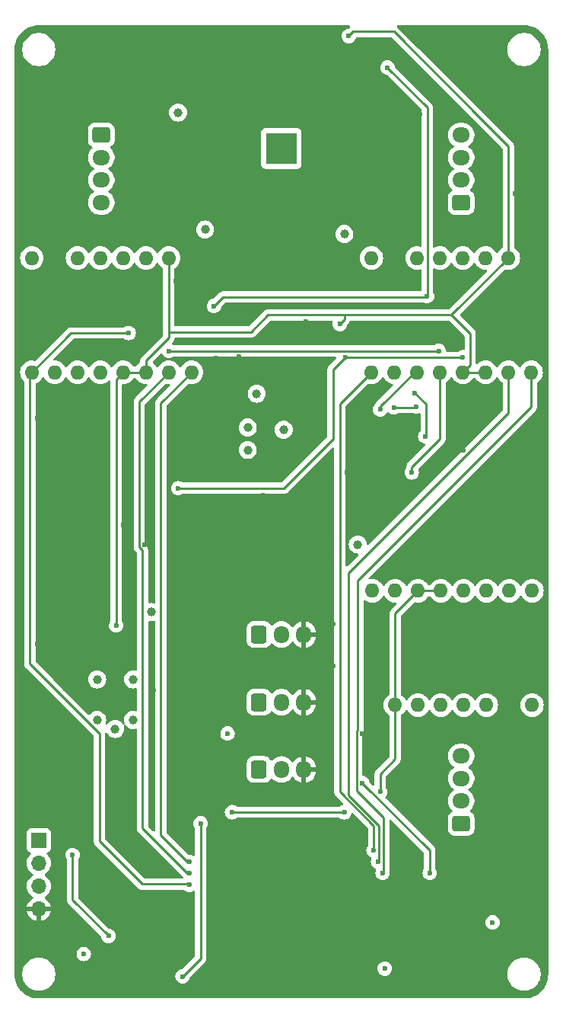
<source format=gbl>
G04 #@! TF.GenerationSoftware,KiCad,Pcbnew,8.0.4*
G04 #@! TF.CreationDate,2025-01-23T14:05:32+11:00*
G04 #@! TF.ProjectId,Rotating_Cube_Shelf_2,526f7461-7469-46e6-975f-437562655f53,rev?*
G04 #@! TF.SameCoordinates,Original*
G04 #@! TF.FileFunction,Copper,L4,Bot*
G04 #@! TF.FilePolarity,Positive*
%FSLAX46Y46*%
G04 Gerber Fmt 4.6, Leading zero omitted, Abs format (unit mm)*
G04 Created by KiCad (PCBNEW 8.0.4) date 2025-01-23 14:05:32*
%MOMM*%
%LPD*%
G01*
G04 APERTURE LIST*
G04 Aperture macros list*
%AMRoundRect*
0 Rectangle with rounded corners*
0 $1 Rounding radius*
0 $2 $3 $4 $5 $6 $7 $8 $9 X,Y pos of 4 corners*
0 Add a 4 corners polygon primitive as box body*
4,1,4,$2,$3,$4,$5,$6,$7,$8,$9,$2,$3,0*
0 Add four circle primitives for the rounded corners*
1,1,$1+$1,$2,$3*
1,1,$1+$1,$4,$5*
1,1,$1+$1,$6,$7*
1,1,$1+$1,$8,$9*
0 Add four rect primitives between the rounded corners*
20,1,$1+$1,$2,$3,$4,$5,0*
20,1,$1+$1,$4,$5,$6,$7,0*
20,1,$1+$1,$6,$7,$8,$9,0*
20,1,$1+$1,$8,$9,$2,$3,0*%
G04 Aperture macros list end*
G04 #@! TA.AperFunction,ComponentPad*
%ADD10RoundRect,0.250000X-0.600000X-0.725000X0.600000X-0.725000X0.600000X0.725000X-0.600000X0.725000X0*%
G04 #@! TD*
G04 #@! TA.AperFunction,ComponentPad*
%ADD11O,1.700000X1.950000*%
G04 #@! TD*
G04 #@! TA.AperFunction,ComponentPad*
%ADD12C,1.000000*%
G04 #@! TD*
G04 #@! TA.AperFunction,ComponentPad*
%ADD13R,1.600000X1.600000*%
G04 #@! TD*
G04 #@! TA.AperFunction,ComponentPad*
%ADD14O,1.600000X1.600000*%
G04 #@! TD*
G04 #@! TA.AperFunction,ComponentPad*
%ADD15RoundRect,0.250000X-0.725000X0.600000X-0.725000X-0.600000X0.725000X-0.600000X0.725000X0.600000X0*%
G04 #@! TD*
G04 #@! TA.AperFunction,ComponentPad*
%ADD16O,1.950000X1.700000*%
G04 #@! TD*
G04 #@! TA.AperFunction,ComponentPad*
%ADD17RoundRect,0.250000X0.725000X-0.600000X0.725000X0.600000X-0.725000X0.600000X-0.725000X-0.600000X0*%
G04 #@! TD*
G04 #@! TA.AperFunction,ComponentPad*
%ADD18R,3.500000X3.500000*%
G04 #@! TD*
G04 #@! TA.AperFunction,ComponentPad*
%ADD19RoundRect,0.750000X-1.000000X0.750000X-1.000000X-0.750000X1.000000X-0.750000X1.000000X0.750000X0*%
G04 #@! TD*
G04 #@! TA.AperFunction,ComponentPad*
%ADD20RoundRect,0.875000X-0.875000X0.875000X-0.875000X-0.875000X0.875000X-0.875000X0.875000X0.875000X0*%
G04 #@! TD*
G04 #@! TA.AperFunction,HeatsinkPad*
%ADD21C,0.600000*%
G04 #@! TD*
G04 #@! TA.AperFunction,ComponentPad*
%ADD22R,1.700000X1.700000*%
G04 #@! TD*
G04 #@! TA.AperFunction,ComponentPad*
%ADD23O,1.700000X1.700000*%
G04 #@! TD*
G04 #@! TA.AperFunction,ViaPad*
%ADD24C,0.600000*%
G04 #@! TD*
G04 #@! TA.AperFunction,ViaPad*
%ADD25C,1.000000*%
G04 #@! TD*
G04 #@! TA.AperFunction,Conductor*
%ADD26C,0.254000*%
G04 #@! TD*
G04 APERTURE END LIST*
D10*
X-2500000Y-18000000D03*
D11*
X0Y-18000000D03*
X2500000Y-18000000D03*
D12*
X-18500000Y-28500000D03*
D13*
X27800000Y23840000D03*
D14*
X25260000Y23840000D03*
X22720000Y23840000D03*
X20180000Y23840000D03*
X17640000Y23840000D03*
X15100000Y23840000D03*
X12560000Y23840000D03*
X10020000Y23840000D03*
X10020000Y11140000D03*
X12560000Y11140000D03*
X15100000Y11140000D03*
X17640000Y11140000D03*
X20180000Y11140000D03*
X22720000Y11140000D03*
X25260000Y11140000D03*
X27800000Y11140000D03*
D12*
X-14500000Y-15500000D03*
D15*
X-20050000Y37500000D03*
D16*
X-20050000Y35000000D03*
X-20050000Y32500000D03*
X-20050000Y30000000D03*
D17*
X20000000Y-39000000D03*
D16*
X20000000Y-36500000D03*
X20000000Y-34000000D03*
X20000000Y-31500000D03*
D12*
X-11500000Y40000000D03*
D18*
X0Y36000000D03*
D19*
X0Y42000000D03*
D20*
X-4700000Y39000000D03*
D21*
X-845000Y-49147500D03*
X-845000Y-50672500D03*
X-82500Y-48385000D03*
X-82500Y-49910000D03*
X-82500Y-51435000D03*
X680000Y-49147500D03*
X680000Y-50672500D03*
X1442500Y-48385000D03*
X1442500Y-49910000D03*
X1442500Y-51435000D03*
X2205000Y-49147500D03*
X2205000Y-50672500D03*
D17*
X20000000Y30000000D03*
D16*
X20000000Y32500000D03*
X20000000Y35000000D03*
X20000000Y37500000D03*
D22*
X-27000000Y-40880000D03*
D23*
X-27000000Y-43420000D03*
X-27000000Y-45960000D03*
X-27000000Y-48500000D03*
D10*
X-2500000Y-25525000D03*
D11*
X0Y-25525000D03*
X2500000Y-25525000D03*
D10*
X-2500000Y-33000000D03*
D11*
X0Y-33000000D03*
X2500000Y-33000000D03*
D13*
X10110000Y-25840000D03*
D14*
X12650000Y-25840000D03*
X15190000Y-25840000D03*
X17730000Y-25840000D03*
X20270000Y-25840000D03*
X22810000Y-25840000D03*
X25350000Y-25840000D03*
X27890000Y-25840000D03*
X27890000Y-13140000D03*
X25350000Y-13140000D03*
X22810000Y-13140000D03*
X20270000Y-13140000D03*
X17730000Y-13140000D03*
X15190000Y-13140000D03*
X12650000Y-13140000D03*
X10110000Y-13140000D03*
D13*
X-10000000Y23840000D03*
D14*
X-12540000Y23840000D03*
X-15080000Y23840000D03*
X-17620000Y23840000D03*
X-20160000Y23840000D03*
X-22700000Y23840000D03*
X-25240000Y23840000D03*
X-27780000Y23840000D03*
X-27780000Y11140000D03*
X-25240000Y11140000D03*
X-22700000Y11140000D03*
X-20160000Y11140000D03*
X-17620000Y11140000D03*
X-15080000Y11140000D03*
X-12540000Y11140000D03*
X-10000000Y11140000D03*
D24*
X-11500000Y-1750000D03*
X-4750000Y12873000D03*
X3500000Y5000000D03*
X-6500000Y7000000D03*
D25*
X-3750000Y5000000D03*
X-2750000Y8750000D03*
X250000Y4750000D03*
X-3750000Y2500000D03*
D24*
X-7500000Y-100000D03*
D25*
X-20500000Y-23000000D03*
X-16500000Y-23000000D03*
D24*
X-9000000Y-39000000D03*
X-11000000Y-56000000D03*
X-14500000Y-55500000D03*
X11000000Y-35500000D03*
X-22000000Y-53500000D03*
X-18500000Y14000000D03*
X13000000Y-9000000D03*
X22500000Y-16500000D03*
X15500000Y-23000000D03*
X15000000Y-56000000D03*
X14000000Y-48000000D03*
X15000000Y-52000000D03*
X19500000Y-50500000D03*
X27500000Y-47000000D03*
X27500000Y-50500000D03*
X11000000Y-32000000D03*
X2000000Y-27500000D03*
X2000000Y-35000000D03*
X-24500000Y-50000000D03*
X-22000000Y-47500000D03*
X-15500000Y-42500000D03*
X-12000000Y-51500000D03*
X-18000000Y-55500000D03*
X-23000000Y-52000000D03*
X-11000000Y-40500000D03*
X-15500000Y-47000000D03*
X-16500000Y-51000000D03*
X-21500000Y-36000000D03*
X-16500000Y-39500000D03*
X-10000000Y-35000000D03*
X-12500000Y-32500000D03*
X-18500000Y-32500000D03*
X-27242696Y-36888774D03*
X-25500000Y-33500000D03*
X11500000Y-55127000D03*
X23500000Y-50000000D03*
X-6250000Y-51750000D03*
X-6250000Y-55500000D03*
X-6250000Y-54250000D03*
X-6250000Y-43000000D03*
X-6250000Y-48000000D03*
X-6250000Y-50500000D03*
X-6250000Y-44250000D03*
X-6250000Y-46750000D03*
X-6250000Y-53000000D03*
X-6250000Y-45500000D03*
X-6250000Y-49250000D03*
X2500000Y-56750000D03*
X0Y-56750000D03*
X-3750000Y-56750000D03*
X1250000Y-56750000D03*
X-2500000Y-56750000D03*
X-6250000Y-56750000D03*
X-1250000Y-56750000D03*
X5000000Y-56750000D03*
X3750000Y-56750000D03*
X-5000000Y-56750000D03*
X6250000Y-56750000D03*
X6250000Y-43000000D03*
X6250000Y-46750000D03*
X6250000Y-49250000D03*
X6250000Y-53000000D03*
X6250000Y-48000000D03*
X6250000Y-51750000D03*
X6250000Y-55500000D03*
X6250000Y-50500000D03*
X6250000Y-44250000D03*
X6250000Y-45500000D03*
X6250000Y-54250000D03*
X6250000Y-41750000D03*
X-6250000Y-41750000D03*
X-3750000Y-41750000D03*
X-5000000Y-41750000D03*
X5000000Y-41750000D03*
X3750000Y-41750000D03*
X2500000Y-41750000D03*
X-2500000Y-41750000D03*
X1250000Y-41750000D03*
X-1250000Y-41750000D03*
X0Y-41750000D03*
X-6000000Y-29000000D03*
X16500000Y-44500000D03*
X7000000Y-37750000D03*
X9000000Y-34500000D03*
X-5500000Y-37750000D03*
X11250000Y-44500000D03*
X10750000Y-43250000D03*
X10250000Y-42000000D03*
X-10250000Y-43280000D03*
X-10250000Y-44500000D03*
X-10250000Y-45820000D03*
X-19250000Y-51500000D03*
X-23250000Y-42500000D03*
D25*
X-8500000Y27000000D03*
X7000000Y26500000D03*
X8500000Y-8000000D03*
D24*
X14600000Y34000000D03*
X4250000Y-11000000D03*
X-14750000Y1500000D03*
D25*
X11000000Y37500000D03*
X-10250000Y-9100000D03*
X-11000000Y37500000D03*
D24*
X-7250000Y12750000D03*
X28000000Y-18500000D03*
D25*
X-8250000Y-5600000D03*
X-10250000Y-10850000D03*
D24*
X20800000Y-9400000D03*
X13500000Y3000000D03*
X26500000Y-35250000D03*
X5600000Y-26707592D03*
X-26750000Y41500000D03*
X-7250000Y10250000D03*
X0Y-11250000D03*
D25*
X-10250000Y-5600000D03*
D24*
X-22750000Y-21250000D03*
X20500000Y8500000D03*
D25*
X-10250000Y-7350000D03*
D24*
X28800000Y2600000D03*
X-27200000Y6000000D03*
X-25750000Y31250000D03*
X-20400000Y-20800000D03*
D25*
X-6250000Y-9100000D03*
D24*
X15394237Y-17585463D03*
X-2500000Y15000000D03*
X5000000Y-5250000D03*
X26000000Y-32800000D03*
X26000000Y31000000D03*
X25500000Y15500000D03*
X7950764Y39835608D03*
X-24000000Y-24000000D03*
X26686035Y-23712403D03*
X-2000000Y-2500000D03*
X-19250000Y41250000D03*
X-27000000Y-15750000D03*
X24200000Y28600000D03*
X-22000000Y16500000D03*
X-16800000Y-20600000D03*
D25*
X-8250000Y-9100000D03*
D24*
X-25600000Y3000000D03*
X456656Y-5027768D03*
X-20800000Y26400000D03*
X23250000Y-23250000D03*
X24200000Y26400000D03*
X-2500000Y25000000D03*
X-21000000Y2750000D03*
X22500000Y45000000D03*
X-11750000Y21250000D03*
X-24500000Y28250000D03*
X-23000000Y-8200000D03*
X-16000000Y39750000D03*
X20000000Y47500000D03*
X-15000000Y18500000D03*
X26250000Y-21750000D03*
D25*
X-6250000Y-7350000D03*
D24*
X-23500000Y-30000000D03*
X18000000Y20250000D03*
X-14400000Y-17400000D03*
X5600000Y-13400000D03*
X-9400000Y-26000000D03*
X26250000Y-37750000D03*
X9000000Y-29000000D03*
X-9250000Y-20500000D03*
X-25000000Y18500000D03*
X-23750000Y-15250000D03*
X-9250000Y8750000D03*
X15000000Y15500000D03*
X2800000Y-20000000D03*
X12500000Y18600000D03*
X-28000000Y-24250000D03*
X26584763Y38822891D03*
X-10200000Y14400000D03*
X-5000000Y30750000D03*
X-27443705Y14061952D03*
D25*
X-12250000Y-10850000D03*
X-8250000Y-10850000D03*
D24*
X-9000000Y4400000D03*
X19500000Y26250000D03*
D25*
X-8250000Y-7350000D03*
D24*
X-25500000Y39000000D03*
X-14400000Y-28600000D03*
X22500000Y-3750000D03*
X-6800000Y-22800000D03*
X5750000Y-21500000D03*
X15400000Y39800000D03*
X23750000Y18250000D03*
X13000000Y-4000000D03*
X13600000Y40200000D03*
X-5000000Y33750000D03*
X-26000000Y36250000D03*
D25*
X-6250000Y-5600000D03*
D24*
X2000000Y-13500000D03*
X11000000Y46500000D03*
X-21500000Y750000D03*
X-27747520Y20391435D03*
D25*
X-6250000Y-10850000D03*
D24*
X0Y-22250000D03*
X20000000Y-3500000D03*
X-1500000Y-13750000D03*
X-9100000Y-2700000D03*
X20250000Y2500000D03*
X8250000Y33500000D03*
X27500000Y-10000000D03*
X3000000Y-1500000D03*
X26000000Y21250000D03*
X12659900Y-1179443D03*
X10000000Y21000000D03*
D25*
X-12250000Y-9100000D03*
D24*
X7750000Y29750000D03*
X22700000Y-7500000D03*
X10562260Y-23187967D03*
X23000000Y-19250000D03*
X20000000Y-23250000D03*
X-27200000Y-19000000D03*
X9750000Y-17000000D03*
X-9750000Y39000000D03*
X-10150000Y-28850000D03*
X27000000Y26500000D03*
X4500000Y9250000D03*
D25*
X-12250000Y-7350000D03*
D24*
X-11700000Y-3000000D03*
X-14750000Y3250000D03*
X26800000Y33600000D03*
X3697351Y38569711D03*
X20750000Y21750000D03*
X-21500000Y20500000D03*
X5800000Y-16800000D03*
D25*
X-12250000Y-5600000D03*
D24*
X8335863Y6511995D03*
X-7750000Y-14500000D03*
X-26750000Y-500000D03*
X28250000Y-16000000D03*
X-4500000Y28750000D03*
X26571199Y-29190946D03*
X11600000Y43400000D03*
X-6300000Y-3000000D03*
X2500000Y27250000D03*
X-22750000Y-11500000D03*
X3500000Y7000000D03*
X22500000Y42500000D03*
X22200000Y13400000D03*
X2500000Y22000000D03*
X22500000Y8250000D03*
X29000000Y-3600000D03*
X19750000Y-41250000D03*
X-7000000Y42000000D03*
X12250000Y31500000D03*
X29200000Y8400000D03*
X5600000Y-30400000D03*
X7250000Y0D03*
X-8700000Y-100000D03*
X-2500000Y20500000D03*
X26500000Y-41000000D03*
X-5000000Y18200000D03*
X-250000Y47000000D03*
X-27250000Y26250000D03*
X17500000Y16250000D03*
X5672150Y42823124D03*
X5203219Y30879836D03*
X27500000Y18750000D03*
X-16009639Y36541769D03*
X-17000000Y8500000D03*
X8659666Y-4926497D03*
X-26800000Y-7000000D03*
X2684634Y16796289D03*
X5418971Y46165091D03*
X-11500000Y-14250000D03*
X10500000Y15500000D03*
X-28000000Y-30000000D03*
X-14200000Y-24200000D03*
X-15200000Y-8000000D03*
X-17600000Y-5800000D03*
X250000Y-29750000D03*
X-18400000Y-17000000D03*
X7500000Y48500000D03*
D25*
X-20500000Y-27500000D03*
D24*
X6500000Y16500000D03*
D25*
X-16500000Y-27500000D03*
D24*
X-17000000Y15500000D03*
X15000000Y7325000D03*
X12500000Y7250000D03*
X-12500000Y13500000D03*
X14500000Y0D03*
X17500000Y13500000D03*
X14850000Y8850000D03*
X16000000Y4000000D03*
X10991051Y6997017D03*
X-7500000Y18500000D03*
X16200000Y19600000D03*
X11800000Y45000000D03*
X7100000Y12800000D03*
X20200000Y12800000D03*
D26*
X-11500000Y-1750000D02*
X250000Y-1750000D01*
X5750000Y3750000D02*
X5750000Y11450000D01*
X250000Y-1750000D02*
X5750000Y3750000D01*
X5750000Y11450000D02*
X7100000Y12800000D01*
X14925000Y7250000D02*
X12500000Y7250000D01*
X15000000Y7325000D02*
X14925000Y7250000D01*
X14850000Y8850000D02*
X16100000Y7600000D01*
X16100000Y7600000D02*
X16100000Y4100000D01*
X16100000Y4100000D02*
X16000000Y4000000D01*
X17640000Y3740000D02*
X17640000Y11140000D01*
X14500000Y0D02*
X14500000Y600000D01*
X14500000Y600000D02*
X17640000Y3740000D01*
X-9000000Y-54000000D02*
X-9000000Y-39000000D01*
X-11000000Y-56000000D02*
X-9000000Y-54000000D01*
X16500000Y-42000000D02*
X16500000Y-44500000D01*
X9000000Y-34500000D02*
X16500000Y-42000000D01*
X11000000Y-35500000D02*
X11000000Y-33500000D01*
X11000000Y-33500000D02*
X12650000Y-31850000D01*
X12650000Y-31850000D02*
X12650000Y-25840000D01*
X-10250000Y-43280000D02*
X-10470000Y-43280000D01*
X-10470000Y-43280000D02*
X-13427000Y-40323000D01*
X-13427000Y-40323000D02*
X-13427000Y7713000D01*
X-13427000Y7713000D02*
X-10000000Y11140000D01*
X-10250000Y-44500000D02*
X-10500000Y-44500000D01*
X-15459712Y-8627000D02*
X-15827000Y-8259712D01*
X-10500000Y-44500000D02*
X-15459712Y-39540288D01*
X-15827000Y-8259712D02*
X-15827000Y7853000D01*
X-15827000Y7853000D02*
X-12540000Y11140000D01*
X-15459712Y-39540288D02*
X-15459712Y-8627000D01*
X-15500000Y-45750000D02*
X-20250000Y-41000000D01*
X-10250000Y-45820000D02*
X-10320000Y-45750000D01*
X-20250000Y-41000000D02*
X-20250000Y-29000000D01*
X-10320000Y-45750000D02*
X-15500000Y-45750000D01*
X-28000000Y-21250000D02*
X-28000000Y10920000D01*
X-20250000Y-29000000D02*
X-28000000Y-21250000D01*
X-28000000Y10920000D02*
X-27780000Y11140000D01*
X-5500000Y-37750000D02*
X7000000Y-37750000D01*
X10250000Y-42000000D02*
X10250000Y-39250000D01*
X10250000Y-39250000D02*
X6500000Y-35500000D01*
X6500000Y-35500000D02*
X6500000Y7620000D01*
X6500000Y7620000D02*
X10020000Y11140000D01*
X11250000Y-44500000D02*
X11377000Y-44373000D01*
X8500000Y-28613288D02*
X8500000Y-12000000D01*
X27800000Y7300000D02*
X27800000Y11140000D01*
X8373000Y-35373000D02*
X8373000Y-28740288D01*
X8373000Y-28740288D02*
X8500000Y-28613288D01*
X11377000Y-44373000D02*
X11377000Y-38377000D01*
X11377000Y-38377000D02*
X8373000Y-35373000D01*
X8500000Y-12000000D02*
X27800000Y7300000D01*
X10750000Y-43250000D02*
X10877000Y-43123000D01*
X10877000Y-43123000D02*
X10877000Y-39234948D01*
X7500000Y-11136712D02*
X25260000Y6623288D01*
X10877000Y-39234948D02*
X7500000Y-35857948D01*
X7500000Y-35857948D02*
X7500000Y-11136712D01*
X25260000Y6623288D02*
X25260000Y11140000D01*
X-23250000Y-47500000D02*
X-23250000Y-42500000D01*
X-19250000Y-51500000D02*
X-23250000Y-47500000D01*
X7000000Y17500000D02*
X7000000Y17000000D01*
X-3400000Y15600000D02*
X-1500000Y17500000D01*
X-12540000Y14960000D02*
X-12540000Y15600000D01*
X21000000Y15420000D02*
X21000000Y11960000D01*
X-1500000Y17500000D02*
X7000000Y17500000D01*
X-17620000Y11140000D02*
X-15080000Y11140000D01*
X-18400000Y-17000000D02*
X-18400000Y10360000D01*
X25260000Y36240000D02*
X22500000Y39000000D01*
X-18400000Y10360000D02*
X-17620000Y11140000D01*
X22500000Y39000000D02*
X12500000Y49000000D01*
X25260000Y23840000D02*
X25260000Y36240000D01*
X12650000Y-25840000D02*
X12650000Y-15680000D01*
X-15080000Y11140000D02*
X-15080000Y12420000D01*
X18920000Y17500000D02*
X25260000Y23840000D01*
X12650000Y-15680000D02*
X15190000Y-13140000D01*
X7000000Y17500000D02*
X18920000Y17500000D01*
X15190000Y-13140000D02*
X17730000Y-13140000D01*
X21000000Y11960000D02*
X20180000Y11140000D01*
X-15080000Y12420000D02*
X-12540000Y14960000D01*
X-12540000Y14960000D02*
X-12540000Y23840000D01*
X7000000Y17000000D02*
X6500000Y16500000D01*
X8000000Y49000000D02*
X7500000Y48500000D01*
X-12540000Y15600000D02*
X-3400000Y15600000D01*
X20180000Y11140000D02*
X22720000Y11140000D01*
X18920000Y17500000D02*
X21000000Y15420000D01*
X12500000Y49000000D02*
X8000000Y49000000D01*
X-23420000Y15500000D02*
X-27780000Y11140000D01*
X-17000000Y15500000D02*
X-23420000Y15500000D01*
X17500000Y13500000D02*
X-12500000Y13500000D01*
X16200000Y19600000D02*
X16227000Y19627000D01*
X14791471Y11140000D02*
X15100000Y11140000D01*
X16100000Y19500000D02*
X-6500000Y19500000D01*
X10991051Y7339580D02*
X14791471Y11140000D01*
X10991051Y6997017D02*
X10991051Y7339580D01*
X-6500000Y19500000D02*
X-7500000Y18500000D01*
X16227000Y19627000D02*
X16227000Y40573000D01*
X16227000Y40573000D02*
X11800000Y45000000D01*
X16200000Y19600000D02*
X16100000Y19500000D01*
X20200000Y12800000D02*
X7100000Y12800000D01*
G04 #@! TA.AperFunction,Conductor*
G36*
X7579757Y49679815D02*
G01*
X7625512Y49627011D01*
X7635456Y49557853D01*
X7606431Y49494297D01*
X7600400Y49487819D01*
X7599992Y49487411D01*
X7438431Y49325850D01*
X7377110Y49292367D01*
X7364648Y49290314D01*
X7320745Y49285368D01*
X7150478Y49225789D01*
X6997738Y49129816D01*
X6997737Y49129815D01*
X6870184Y49002262D01*
X6774211Y48849523D01*
X6714631Y48679254D01*
X6714630Y48679249D01*
X6694435Y48500003D01*
X6694435Y48499996D01*
X6714630Y48320750D01*
X6714631Y48320745D01*
X6774211Y48150476D01*
X6870184Y47997737D01*
X6997737Y47870184D01*
X7150476Y47774211D01*
X7320745Y47714631D01*
X7320750Y47714630D01*
X7499996Y47694435D01*
X7500000Y47694435D01*
X7500004Y47694435D01*
X7679249Y47714630D01*
X7679254Y47714631D01*
X7849523Y47774211D01*
X8002262Y47870184D01*
X8129815Y47997737D01*
X8150272Y48030293D01*
X8225789Y48150478D01*
X8274419Y48289454D01*
X8315141Y48346231D01*
X8380094Y48371978D01*
X8391461Y48372500D01*
X12188719Y48372500D01*
X12255758Y48352815D01*
X12276400Y48336181D01*
X24596181Y36016400D01*
X24629666Y35955077D01*
X24632500Y35928719D01*
X24632500Y25052787D01*
X24612815Y24985748D01*
X24579623Y24951212D01*
X24420858Y24840045D01*
X24259954Y24679141D01*
X24129432Y24492734D01*
X24129429Y24492728D01*
X24102382Y24434725D01*
X24056210Y24382285D01*
X23989017Y24363133D01*
X23922135Y24383348D01*
X23877618Y24434725D01*
X23850568Y24492734D01*
X23720047Y24679139D01*
X23559139Y24840047D01*
X23372734Y24970568D01*
X23166496Y25066739D01*
X22946692Y25125635D01*
X22776673Y25140509D01*
X22720002Y25145468D01*
X22719998Y25145468D01*
X22655230Y25139801D01*
X22493308Y25125635D01*
X22273504Y25066739D01*
X22067266Y24970568D01*
X22067265Y24970567D01*
X21880858Y24840045D01*
X21719954Y24679141D01*
X21589432Y24492734D01*
X21589429Y24492728D01*
X21562382Y24434725D01*
X21516210Y24382285D01*
X21449017Y24363133D01*
X21382135Y24383348D01*
X21337618Y24434725D01*
X21310568Y24492734D01*
X21180047Y24679139D01*
X21019139Y24840047D01*
X20832734Y24970568D01*
X20626496Y25066739D01*
X20406692Y25125635D01*
X20236673Y25140509D01*
X20180002Y25145468D01*
X20179998Y25145468D01*
X20115230Y25139801D01*
X19953308Y25125635D01*
X19733504Y25066739D01*
X19527266Y24970568D01*
X19527265Y24970567D01*
X19340858Y24840045D01*
X19179954Y24679141D01*
X19049432Y24492734D01*
X19049429Y24492728D01*
X19022382Y24434725D01*
X18976210Y24382285D01*
X18909017Y24363133D01*
X18842135Y24383348D01*
X18797618Y24434725D01*
X18770568Y24492734D01*
X18640047Y24679139D01*
X18479139Y24840047D01*
X18292734Y24970568D01*
X18086496Y25066739D01*
X17866692Y25125635D01*
X17696673Y25140509D01*
X17640002Y25145468D01*
X17639998Y25145468D01*
X17575230Y25139801D01*
X17413308Y25125635D01*
X17193504Y25066739D01*
X17030903Y24990916D01*
X16961828Y24980425D01*
X16898044Y25008945D01*
X16859804Y25067421D01*
X16854500Y25103299D01*
X16854500Y37606286D01*
X18524500Y37606286D01*
X18524500Y37393713D01*
X18557753Y37183760D01*
X18623444Y36981585D01*
X18719951Y36792179D01*
X18844890Y36620213D01*
X18995209Y36469894D01*
X18995214Y36469890D01*
X19159793Y36350318D01*
X19202459Y36294989D01*
X19208438Y36225375D01*
X19175833Y36163580D01*
X19159793Y36149682D01*
X18995214Y36030109D01*
X18995209Y36030105D01*
X18844890Y35879786D01*
X18719951Y35707820D01*
X18623444Y35518414D01*
X18557753Y35316239D01*
X18524500Y35106286D01*
X18524500Y34893713D01*
X18557753Y34683760D01*
X18623444Y34481585D01*
X18719951Y34292179D01*
X18844890Y34120213D01*
X18995209Y33969894D01*
X18995214Y33969890D01*
X19159793Y33850318D01*
X19202459Y33794989D01*
X19208438Y33725375D01*
X19175833Y33663580D01*
X19159793Y33649682D01*
X18995214Y33530109D01*
X18995209Y33530105D01*
X18844890Y33379786D01*
X18719951Y33207820D01*
X18623444Y33018414D01*
X18557753Y32816239D01*
X18524500Y32606286D01*
X18524500Y32393713D01*
X18557753Y32183760D01*
X18623444Y31981585D01*
X18719951Y31792179D01*
X18844889Y31620215D01*
X18983706Y31481398D01*
X19017190Y31420075D01*
X19012206Y31350383D01*
X18970334Y31294450D01*
X18961120Y31288178D01*
X18955666Y31284814D01*
X18806344Y31192712D01*
X18682288Y31068656D01*
X18590186Y30919334D01*
X18535001Y30752797D01*
X18535001Y30752795D01*
X18535000Y30752795D01*
X18524500Y30650016D01*
X18524500Y29349998D01*
X18524501Y29349981D01*
X18535000Y29247203D01*
X18535001Y29247200D01*
X18590185Y29080668D01*
X18590187Y29080663D01*
X18682289Y28931342D01*
X18806342Y28807289D01*
X18955663Y28715187D01*
X18955668Y28715185D01*
X19039670Y28687349D01*
X19122203Y28660001D01*
X19122204Y28660000D01*
X19224989Y28649500D01*
X19224991Y28649500D01*
X20775001Y28649500D01*
X20775018Y28649501D01*
X20877796Y28660000D01*
X20877799Y28660001D01*
X21044331Y28715185D01*
X21044334Y28715186D01*
X21193656Y28807288D01*
X21317712Y28931344D01*
X21409814Y29080666D01*
X21464999Y29247203D01*
X21475500Y29349991D01*
X21475499Y30650008D01*
X21464999Y30752797D01*
X21409814Y30919334D01*
X21317712Y31068656D01*
X21193656Y31192712D01*
X21044334Y31284814D01*
X21044331Y31284814D01*
X21038879Y31288178D01*
X20992154Y31340126D01*
X20980931Y31409088D01*
X21008774Y31473170D01*
X21016294Y31481398D01*
X21155109Y31620213D01*
X21280048Y31792179D01*
X21376555Y31981585D01*
X21376557Y31981588D01*
X21442246Y32183757D01*
X21475500Y32393713D01*
X21475500Y32606287D01*
X21442246Y32816243D01*
X21376557Y33018412D01*
X21280051Y33207816D01*
X21264086Y33229789D01*
X21155109Y33379786D01*
X21155106Y33379788D01*
X21155104Y33379792D01*
X21004792Y33530104D01*
X20840204Y33649683D01*
X20797540Y33705011D01*
X20791561Y33774624D01*
X20824166Y33836420D01*
X20840199Y33850313D01*
X21004792Y33969896D01*
X21155104Y34120208D01*
X21155109Y34120213D01*
X21280048Y34292179D01*
X21376555Y34481585D01*
X21376557Y34481588D01*
X21442246Y34683757D01*
X21475500Y34893713D01*
X21475500Y35106287D01*
X21442246Y35316243D01*
X21376557Y35518412D01*
X21280051Y35707816D01*
X21155110Y35879784D01*
X21155109Y35879786D01*
X21155106Y35879788D01*
X21155104Y35879792D01*
X21004792Y36030104D01*
X20840204Y36149683D01*
X20797540Y36205011D01*
X20791561Y36274624D01*
X20824166Y36336420D01*
X20840199Y36350313D01*
X21004792Y36469896D01*
X21155104Y36620208D01*
X21155109Y36620213D01*
X21280048Y36792179D01*
X21309505Y36849991D01*
X21376557Y36981588D01*
X21442246Y37183757D01*
X21475500Y37393713D01*
X21475500Y37606287D01*
X21442246Y37816243D01*
X21376557Y38018412D01*
X21280051Y38207816D01*
X21249040Y38250499D01*
X21155109Y38379786D01*
X21155106Y38379788D01*
X21155104Y38379792D01*
X21004792Y38530104D01*
X21004788Y38530106D01*
X21004786Y38530109D01*
X20832820Y38655048D01*
X20832816Y38655051D01*
X20643412Y38751557D01*
X20441243Y38817246D01*
X20231287Y38850500D01*
X19768713Y38850500D01*
X19558757Y38817246D01*
X19356588Y38751557D01*
X19167184Y38655051D01*
X19167181Y38655049D01*
X19167179Y38655048D01*
X18995213Y38530109D01*
X18844890Y38379786D01*
X18719951Y38207820D01*
X18719949Y38207816D01*
X18623443Y38018412D01*
X18557754Y37816243D01*
X18557753Y37816239D01*
X18524500Y37606286D01*
X16854500Y37606286D01*
X16854500Y40634802D01*
X16854500Y40634803D01*
X16839366Y40710883D01*
X16830385Y40756035D01*
X16797299Y40835913D01*
X16783086Y40870227D01*
X16783084Y40870230D01*
X16783083Y40870233D01*
X16714411Y40973008D01*
X12625850Y45061567D01*
X12592367Y45122888D01*
X12590315Y45135345D01*
X12585368Y45179255D01*
X12525789Y45349522D01*
X12429816Y45502262D01*
X12302262Y45629816D01*
X12149522Y45725789D01*
X11979255Y45785368D01*
X11979252Y45785368D01*
X11979249Y45785369D01*
X11800004Y45805565D01*
X11799996Y45805565D01*
X11620750Y45785369D01*
X11620745Y45785368D01*
X11450478Y45725789D01*
X11297738Y45629816D01*
X11297737Y45629815D01*
X11170184Y45502262D01*
X11074211Y45349523D01*
X11014631Y45179254D01*
X11014630Y45179249D01*
X10994435Y45000003D01*
X10994435Y44999996D01*
X11014630Y44820750D01*
X11014631Y44820745D01*
X11074211Y44650476D01*
X11170184Y44497737D01*
X11297737Y44370184D01*
X11450478Y44274210D01*
X11620745Y44214632D01*
X11664637Y44209686D01*
X11729051Y44182618D01*
X11738432Y44174147D01*
X15563181Y40349399D01*
X15596666Y40288076D01*
X15599500Y40261718D01*
X15599500Y25214136D01*
X15579815Y25147097D01*
X15527011Y25101342D01*
X15457853Y25091398D01*
X15443417Y25094358D01*
X15326692Y25125635D01*
X15156673Y25140509D01*
X15100002Y25145468D01*
X15099998Y25145468D01*
X15035230Y25139801D01*
X14873308Y25125635D01*
X14653504Y25066739D01*
X14447266Y24970568D01*
X14447265Y24970567D01*
X14260858Y24840045D01*
X14099954Y24679141D01*
X13969432Y24492734D01*
X13969431Y24492732D01*
X13873261Y24286497D01*
X13873258Y24286488D01*
X13814366Y24066697D01*
X13814364Y24066686D01*
X13794532Y23840001D01*
X13794532Y23839998D01*
X13814364Y23613313D01*
X13814366Y23613302D01*
X13873258Y23393511D01*
X13873261Y23393502D01*
X13969431Y23187267D01*
X13969432Y23187265D01*
X14099954Y23000858D01*
X14260858Y22839954D01*
X14447265Y22709432D01*
X14447267Y22709431D01*
X14653502Y22613261D01*
X14653511Y22613258D01*
X14873302Y22554366D01*
X14873313Y22554364D01*
X15099998Y22534532D01*
X15100000Y22534532D01*
X15100002Y22534532D01*
X15326686Y22554364D01*
X15326697Y22554366D01*
X15443407Y22585638D01*
X15513257Y22583975D01*
X15571119Y22544812D01*
X15598623Y22480583D01*
X15599500Y22465863D01*
X15599500Y20251500D01*
X15579815Y20184461D01*
X15527011Y20138706D01*
X15475500Y20127500D01*
X-6561804Y20127500D01*
X-6561805Y20127499D01*
X-6683034Y20103386D01*
X-6720754Y20087761D01*
X-6749929Y20075677D01*
X-6766652Y20068749D01*
X-6797233Y20056083D01*
X-6881155Y20000008D01*
X-6900008Y19987411D01*
X-7561567Y19325850D01*
X-7622888Y19292367D01*
X-7635345Y19290315D01*
X-7679255Y19285368D01*
X-7849522Y19225789D01*
X-8002262Y19129816D01*
X-8129816Y19002262D01*
X-8225789Y18849522D01*
X-8285368Y18679255D01*
X-8285368Y18679254D01*
X-8285369Y18679249D01*
X-8305565Y18500003D01*
X-8305565Y18499996D01*
X-8285369Y18320750D01*
X-8285368Y18320745D01*
X-8225789Y18150478D01*
X-8166477Y18056083D01*
X-8129815Y17997737D01*
X-8002262Y17870184D01*
X-7849523Y17774211D01*
X-7679254Y17714631D01*
X-7679249Y17714630D01*
X-7500004Y17694435D01*
X-7500000Y17694435D01*
X-7499996Y17694435D01*
X-7320750Y17714630D01*
X-7320745Y17714631D01*
X-7150476Y17774211D01*
X-6997737Y17870184D01*
X-6870184Y17997737D01*
X-6774210Y18150478D01*
X-6714632Y18320745D01*
X-6709686Y18364637D01*
X-6682618Y18429051D01*
X-6674147Y18438432D01*
X-6276400Y18836181D01*
X-6215077Y18869666D01*
X-6188719Y18872500D01*
X15834298Y18872500D01*
X15875252Y18865542D01*
X16020747Y18814631D01*
X16020753Y18814630D01*
X16199996Y18794435D01*
X16200000Y18794435D01*
X16200004Y18794435D01*
X16379249Y18814630D01*
X16379254Y18814631D01*
X16549523Y18874211D01*
X16702262Y18970184D01*
X16829815Y19097737D01*
X16925788Y19250476D01*
X16937998Y19285368D01*
X16985368Y19420745D01*
X17005565Y19600000D01*
X16985368Y19779255D01*
X16925789Y19949522D01*
X16894066Y20000008D01*
X16873507Y20032728D01*
X16854500Y20098701D01*
X16854500Y22576700D01*
X16874185Y22643739D01*
X16926989Y22689494D01*
X16996147Y22699438D01*
X17030904Y22689082D01*
X17193497Y22613263D01*
X17193511Y22613258D01*
X17413302Y22554366D01*
X17413313Y22554364D01*
X17639998Y22534532D01*
X17640000Y22534532D01*
X17640002Y22534532D01*
X17866686Y22554364D01*
X17866697Y22554366D01*
X18086488Y22613258D01*
X18086497Y22613261D01*
X18292732Y22709431D01*
X18292734Y22709432D01*
X18479141Y22839954D01*
X18640045Y23000858D01*
X18770567Y23187265D01*
X18770568Y23187266D01*
X18797618Y23245275D01*
X18843791Y23297714D01*
X18910984Y23316866D01*
X18977865Y23296650D01*
X19022382Y23245275D01*
X19049431Y23187267D01*
X19049432Y23187265D01*
X19179954Y23000858D01*
X19340858Y22839954D01*
X19527265Y22709432D01*
X19527267Y22709431D01*
X19733502Y22613261D01*
X19733511Y22613258D01*
X19953302Y22554366D01*
X19953313Y22554364D01*
X20179998Y22534532D01*
X20180000Y22534532D01*
X20180002Y22534532D01*
X20406686Y22554364D01*
X20406697Y22554366D01*
X20626488Y22613258D01*
X20626497Y22613261D01*
X20832732Y22709431D01*
X20832734Y22709432D01*
X21019141Y22839954D01*
X21180045Y23000858D01*
X21310567Y23187265D01*
X21310568Y23187266D01*
X21337618Y23245275D01*
X21383791Y23297714D01*
X21450984Y23316866D01*
X21517865Y23296650D01*
X21562382Y23245275D01*
X21589431Y23187267D01*
X21589432Y23187265D01*
X21719954Y23000858D01*
X21880858Y22839954D01*
X22067265Y22709432D01*
X22067267Y22709431D01*
X22273502Y22613261D01*
X22273511Y22613258D01*
X22493302Y22554366D01*
X22493313Y22554364D01*
X22719998Y22534532D01*
X22720000Y22534532D01*
X22720002Y22534532D01*
X22761003Y22538119D01*
X22829503Y22524352D01*
X22879686Y22475737D01*
X22895619Y22407708D01*
X22872243Y22341865D01*
X22859491Y22326910D01*
X18696400Y18163819D01*
X18635077Y18130334D01*
X18608719Y18127500D01*
X-1561804Y18127500D01*
X-1561805Y18127499D01*
X-1683034Y18103386D01*
X-1720754Y18087761D01*
X-1749929Y18075677D01*
X-1766652Y18068749D01*
X-1797233Y18056083D01*
X-1900008Y17987411D01*
X-1900011Y17987408D01*
X-3623600Y16263819D01*
X-3684923Y16230334D01*
X-3711281Y16227500D01*
X-11788500Y16227500D01*
X-11855539Y16247185D01*
X-11901294Y16299989D01*
X-11912500Y16351500D01*
X-11912500Y22627212D01*
X-11892815Y22694251D01*
X-11859623Y22728787D01*
X-11700858Y22839954D01*
X-11539954Y23000858D01*
X-11409432Y23187265D01*
X-11409431Y23187267D01*
X-11313261Y23393502D01*
X-11313258Y23393511D01*
X-11254366Y23613302D01*
X-11254364Y23613313D01*
X-11234532Y23839998D01*
X-11234532Y23840001D01*
X8714532Y23840001D01*
X8714532Y23839998D01*
X8734364Y23613313D01*
X8734366Y23613302D01*
X8793258Y23393511D01*
X8793261Y23393502D01*
X8889431Y23187267D01*
X8889432Y23187265D01*
X9019954Y23000858D01*
X9180858Y22839954D01*
X9367265Y22709432D01*
X9367267Y22709431D01*
X9573502Y22613261D01*
X9573511Y22613258D01*
X9793302Y22554366D01*
X9793313Y22554364D01*
X10019998Y22534532D01*
X10020000Y22534532D01*
X10020002Y22534532D01*
X10246686Y22554364D01*
X10246697Y22554366D01*
X10466488Y22613258D01*
X10466497Y22613261D01*
X10672732Y22709431D01*
X10672734Y22709432D01*
X10859141Y22839954D01*
X11020045Y23000858D01*
X11150567Y23187265D01*
X11150568Y23187266D01*
X11246739Y23393504D01*
X11305635Y23613308D01*
X11325468Y23840000D01*
X11305635Y24066692D01*
X11246739Y24286496D01*
X11150568Y24492734D01*
X11020047Y24679139D01*
X10859139Y24840047D01*
X10672734Y24970568D01*
X10466496Y25066739D01*
X10246692Y25125635D01*
X10076673Y25140509D01*
X10020002Y25145468D01*
X10019998Y25145468D01*
X9955230Y25139801D01*
X9793308Y25125635D01*
X9573504Y25066739D01*
X9367266Y24970568D01*
X9367265Y24970567D01*
X9180858Y24840045D01*
X9019954Y24679141D01*
X8889432Y24492734D01*
X8889431Y24492732D01*
X8793261Y24286497D01*
X8793258Y24286488D01*
X8734366Y24066697D01*
X8734364Y24066686D01*
X8714532Y23840001D01*
X-11234532Y23840001D01*
X-11254364Y24066686D01*
X-11254366Y24066697D01*
X-11313258Y24286488D01*
X-11313261Y24286497D01*
X-11409431Y24492732D01*
X-11409432Y24492734D01*
X-11539954Y24679141D01*
X-11700858Y24840045D01*
X-11887265Y24970567D01*
X-11887266Y24970568D01*
X-12093504Y25066739D01*
X-12313308Y25125635D01*
X-12475230Y25139801D01*
X-12539998Y25145468D01*
X-12540002Y25145468D01*
X-12596673Y25140509D01*
X-12766692Y25125635D01*
X-12986496Y25066739D01*
X-13192734Y24970568D01*
X-13379139Y24840047D01*
X-13540047Y24679139D01*
X-13670568Y24492734D01*
X-13697618Y24434725D01*
X-13743790Y24382285D01*
X-13810983Y24363133D01*
X-13877865Y24383348D01*
X-13922382Y24434725D01*
X-13949429Y24492728D01*
X-13949432Y24492734D01*
X-14079954Y24679141D01*
X-14240858Y24840045D01*
X-14427265Y24970567D01*
X-14427266Y24970568D01*
X-14633504Y25066739D01*
X-14853308Y25125635D01*
X-15015230Y25139801D01*
X-15079998Y25145468D01*
X-15080002Y25145468D01*
X-15136673Y25140509D01*
X-15306692Y25125635D01*
X-15526496Y25066739D01*
X-15732734Y24970568D01*
X-15919139Y24840047D01*
X-16080047Y24679139D01*
X-16210568Y24492734D01*
X-16237618Y24434725D01*
X-16283790Y24382285D01*
X-16350983Y24363133D01*
X-16417865Y24383348D01*
X-16462382Y24434725D01*
X-16489429Y24492728D01*
X-16489432Y24492734D01*
X-16619954Y24679141D01*
X-16780858Y24840045D01*
X-16967265Y24970567D01*
X-16967266Y24970568D01*
X-17173504Y25066739D01*
X-17393308Y25125635D01*
X-17555230Y25139801D01*
X-17619998Y25145468D01*
X-17620002Y25145468D01*
X-17676673Y25140509D01*
X-17846692Y25125635D01*
X-18066496Y25066739D01*
X-18272734Y24970568D01*
X-18459139Y24840047D01*
X-18620047Y24679139D01*
X-18750568Y24492734D01*
X-18777618Y24434725D01*
X-18823790Y24382285D01*
X-18890983Y24363133D01*
X-18957865Y24383348D01*
X-19002382Y24434725D01*
X-19029429Y24492728D01*
X-19029432Y24492734D01*
X-19159954Y24679141D01*
X-19320858Y24840045D01*
X-19507265Y24970567D01*
X-19507266Y24970568D01*
X-19713504Y25066739D01*
X-19933308Y25125635D01*
X-20095230Y25139801D01*
X-20159998Y25145468D01*
X-20160002Y25145468D01*
X-20216673Y25140509D01*
X-20386692Y25125635D01*
X-20606496Y25066739D01*
X-20812734Y24970568D01*
X-20999139Y24840047D01*
X-21160047Y24679139D01*
X-21290568Y24492734D01*
X-21317618Y24434725D01*
X-21363790Y24382285D01*
X-21430983Y24363133D01*
X-21497865Y24383348D01*
X-21542382Y24434725D01*
X-21569429Y24492728D01*
X-21569432Y24492734D01*
X-21699954Y24679141D01*
X-21860858Y24840045D01*
X-22047265Y24970567D01*
X-22047266Y24970568D01*
X-22253504Y25066739D01*
X-22473308Y25125635D01*
X-22635230Y25139801D01*
X-22699998Y25145468D01*
X-22700002Y25145468D01*
X-22756673Y25140509D01*
X-22926692Y25125635D01*
X-23146496Y25066739D01*
X-23352734Y24970568D01*
X-23539139Y24840047D01*
X-23700047Y24679139D01*
X-23830568Y24492734D01*
X-23926739Y24286496D01*
X-23985635Y24066692D01*
X-24005468Y23840000D01*
X-23985635Y23613308D01*
X-23926739Y23393504D01*
X-23830568Y23187266D01*
X-23830567Y23187265D01*
X-23700045Y23000858D01*
X-23539141Y22839954D01*
X-23352734Y22709432D01*
X-23352732Y22709431D01*
X-23146497Y22613261D01*
X-23146488Y22613258D01*
X-22926697Y22554366D01*
X-22926686Y22554364D01*
X-22700002Y22534532D01*
X-22700000Y22534532D01*
X-22699998Y22534532D01*
X-22473313Y22554364D01*
X-22473302Y22554366D01*
X-22253511Y22613258D01*
X-22253502Y22613261D01*
X-22047267Y22709431D01*
X-22047265Y22709432D01*
X-21860858Y22839954D01*
X-21699954Y23000858D01*
X-21569432Y23187265D01*
X-21569431Y23187267D01*
X-21542382Y23245275D01*
X-21496209Y23297714D01*
X-21429016Y23316866D01*
X-21362135Y23296650D01*
X-21317618Y23245275D01*
X-21290568Y23187266D01*
X-21290567Y23187265D01*
X-21160045Y23000858D01*
X-20999141Y22839954D01*
X-20812734Y22709432D01*
X-20812732Y22709431D01*
X-20606497Y22613261D01*
X-20606488Y22613258D01*
X-20386697Y22554366D01*
X-20386686Y22554364D01*
X-20160002Y22534532D01*
X-20160000Y22534532D01*
X-20159998Y22534532D01*
X-19933313Y22554364D01*
X-19933302Y22554366D01*
X-19713511Y22613258D01*
X-19713502Y22613261D01*
X-19507267Y22709431D01*
X-19507265Y22709432D01*
X-19320858Y22839954D01*
X-19159954Y23000858D01*
X-19029432Y23187265D01*
X-19029431Y23187267D01*
X-19002382Y23245275D01*
X-18956209Y23297714D01*
X-18889016Y23316866D01*
X-18822135Y23296650D01*
X-18777618Y23245275D01*
X-18750568Y23187266D01*
X-18750567Y23187265D01*
X-18620045Y23000858D01*
X-18459141Y22839954D01*
X-18272734Y22709432D01*
X-18272732Y22709431D01*
X-18066497Y22613261D01*
X-18066488Y22613258D01*
X-17846697Y22554366D01*
X-17846686Y22554364D01*
X-17620002Y22534532D01*
X-17620000Y22534532D01*
X-17619998Y22534532D01*
X-17393313Y22554364D01*
X-17393302Y22554366D01*
X-17173511Y22613258D01*
X-17173502Y22613261D01*
X-16967267Y22709431D01*
X-16967265Y22709432D01*
X-16780858Y22839954D01*
X-16619954Y23000858D01*
X-16489432Y23187265D01*
X-16489431Y23187267D01*
X-16462382Y23245275D01*
X-16416209Y23297714D01*
X-16349016Y23316866D01*
X-16282135Y23296650D01*
X-16237618Y23245275D01*
X-16210568Y23187266D01*
X-16210567Y23187265D01*
X-16080045Y23000858D01*
X-15919141Y22839954D01*
X-15732734Y22709432D01*
X-15732732Y22709431D01*
X-15526497Y22613261D01*
X-15526488Y22613258D01*
X-15306697Y22554366D01*
X-15306686Y22554364D01*
X-15080002Y22534532D01*
X-15080000Y22534532D01*
X-15079998Y22534532D01*
X-14853313Y22554364D01*
X-14853302Y22554366D01*
X-14633511Y22613258D01*
X-14633502Y22613261D01*
X-14427267Y22709431D01*
X-14427265Y22709432D01*
X-14240858Y22839954D01*
X-14079954Y23000858D01*
X-13949432Y23187265D01*
X-13949431Y23187267D01*
X-13922382Y23245275D01*
X-13876209Y23297714D01*
X-13809016Y23316866D01*
X-13742135Y23296650D01*
X-13697618Y23245275D01*
X-13670568Y23187266D01*
X-13670567Y23187265D01*
X-13540045Y23000858D01*
X-13379141Y22839954D01*
X-13220377Y22728787D01*
X-13176752Y22674210D01*
X-13167500Y22627212D01*
X-13167500Y15271281D01*
X-13187185Y15204242D01*
X-13203819Y15183600D01*
X-15480008Y12907411D01*
X-15567411Y12820008D01*
X-15626982Y12730853D01*
X-15636763Y12716215D01*
X-15638407Y12711619D01*
X-15683386Y12603035D01*
X-15691994Y12559757D01*
X-15700681Y12516086D01*
X-15700681Y12516083D01*
X-15707500Y12481803D01*
X-15707500Y12481801D01*
X-15707500Y12352787D01*
X-15727185Y12285748D01*
X-15760376Y12251213D01*
X-15919139Y12140047D01*
X-16080047Y11979139D01*
X-16170468Y11850003D01*
X-16191212Y11820377D01*
X-16245788Y11776752D01*
X-16292787Y11767500D01*
X-16407213Y11767500D01*
X-16474252Y11787185D01*
X-16508788Y11820377D01*
X-16529536Y11850008D01*
X-16619953Y11979139D01*
X-16619954Y11979141D01*
X-16780858Y12140045D01*
X-16967265Y12270567D01*
X-16967266Y12270568D01*
X-17173504Y12366739D01*
X-17393308Y12425635D01*
X-17557615Y12440010D01*
X-17619998Y12445468D01*
X-17620002Y12445468D01*
X-17676673Y12440509D01*
X-17846692Y12425635D01*
X-18066496Y12366739D01*
X-18272734Y12270568D01*
X-18459139Y12140047D01*
X-18620047Y11979139D01*
X-18750568Y11792734D01*
X-18777618Y11734725D01*
X-18823790Y11682285D01*
X-18890983Y11663133D01*
X-18957865Y11683348D01*
X-19002382Y11734725D01*
X-19005591Y11741606D01*
X-19029432Y11792734D01*
X-19048788Y11820377D01*
X-19159954Y11979141D01*
X-19320858Y12140045D01*
X-19507265Y12270567D01*
X-19507266Y12270568D01*
X-19713504Y12366739D01*
X-19933308Y12425635D01*
X-20097615Y12440010D01*
X-20159998Y12445468D01*
X-20160002Y12445468D01*
X-20216673Y12440509D01*
X-20386692Y12425635D01*
X-20606496Y12366739D01*
X-20812734Y12270568D01*
X-20999139Y12140047D01*
X-21160047Y11979139D01*
X-21290568Y11792734D01*
X-21317618Y11734725D01*
X-21363790Y11682285D01*
X-21430983Y11663133D01*
X-21497865Y11683348D01*
X-21542382Y11734725D01*
X-21545591Y11741606D01*
X-21569432Y11792734D01*
X-21588788Y11820377D01*
X-21699954Y11979141D01*
X-21860858Y12140045D01*
X-22047265Y12270567D01*
X-22047266Y12270568D01*
X-22253504Y12366739D01*
X-22473308Y12425635D01*
X-22637615Y12440010D01*
X-22699998Y12445468D01*
X-22700002Y12445468D01*
X-22756673Y12440509D01*
X-22926692Y12425635D01*
X-23146496Y12366739D01*
X-23352734Y12270568D01*
X-23539139Y12140047D01*
X-23700047Y11979139D01*
X-23830568Y11792734D01*
X-23857618Y11734725D01*
X-23903790Y11682285D01*
X-23970983Y11663133D01*
X-24037865Y11683348D01*
X-24082382Y11734725D01*
X-24085591Y11741606D01*
X-24109432Y11792734D01*
X-24128788Y11820377D01*
X-24239954Y11979141D01*
X-24400858Y12140045D01*
X-24587265Y12270567D01*
X-24587266Y12270568D01*
X-24793504Y12366739D01*
X-25013308Y12425635D01*
X-25177615Y12440010D01*
X-25239998Y12445468D01*
X-25239998Y12445467D01*
X-25240000Y12445468D01*
X-25281002Y12441880D01*
X-25349499Y12455645D01*
X-25399683Y12504260D01*
X-25415618Y12572288D01*
X-25392244Y12638132D01*
X-25379490Y12653089D01*
X-23196400Y14836181D01*
X-23135077Y14869666D01*
X-23108719Y14872500D01*
X-17541672Y14872500D01*
X-17475700Y14853494D01*
X-17349523Y14774211D01*
X-17179254Y14714631D01*
X-17179249Y14714630D01*
X-17000004Y14694435D01*
X-17000000Y14694435D01*
X-16999996Y14694435D01*
X-16820750Y14714630D01*
X-16820745Y14714631D01*
X-16650476Y14774211D01*
X-16497737Y14870184D01*
X-16370184Y14997737D01*
X-16274211Y15150476D01*
X-16214631Y15320745D01*
X-16214630Y15320750D01*
X-16194435Y15499996D01*
X-16194435Y15500003D01*
X-16214630Y15679249D01*
X-16214631Y15679254D01*
X-16274211Y15849523D01*
X-16370184Y16002262D01*
X-16497737Y16129815D01*
X-16497738Y16129816D01*
X-16650478Y16225789D01*
X-16820745Y16285368D01*
X-16820750Y16285369D01*
X-16999996Y16305565D01*
X-17000004Y16305565D01*
X-17179249Y16285369D01*
X-17179252Y16285368D01*
X-17179255Y16285368D01*
X-17349522Y16225789D01*
X-17469379Y16150478D01*
X-17475700Y16146506D01*
X-17541672Y16127500D01*
X-23481805Y16127500D01*
X-23563361Y16111276D01*
X-23603035Y16103385D01*
X-23717233Y16056083D01*
X-23820008Y15987411D01*
X-27367409Y12440008D01*
X-27428730Y12406525D01*
X-27487180Y12407915D01*
X-27553308Y12425635D01*
X-27717615Y12440010D01*
X-27779998Y12445468D01*
X-27780002Y12445468D01*
X-27836673Y12440509D01*
X-28006692Y12425635D01*
X-28226496Y12366739D01*
X-28432734Y12270568D01*
X-28619139Y12140047D01*
X-28780047Y11979139D01*
X-28910568Y11792734D01*
X-29006739Y11586496D01*
X-29065635Y11366692D01*
X-29085468Y11140000D01*
X-29065635Y10913308D01*
X-29006739Y10693504D01*
X-28910568Y10487266D01*
X-28910567Y10487265D01*
X-28780045Y10300858D01*
X-28663819Y10184632D01*
X-28630334Y10123309D01*
X-28627500Y10096951D01*
X-28627500Y-21188197D01*
X-28627500Y-21311803D01*
X-28603386Y-21433035D01*
X-28569937Y-21513784D01*
X-28556083Y-21547233D01*
X-28487411Y-21650008D01*
X-28487408Y-21650011D01*
X-20913819Y-29223600D01*
X-20880334Y-29284923D01*
X-20877500Y-29311281D01*
X-20877500Y-40938197D01*
X-20877500Y-41061803D01*
X-20853386Y-41183035D01*
X-20819937Y-41263784D01*
X-20806083Y-41297233D01*
X-20739678Y-41396615D01*
X-20737411Y-41400008D01*
X-15900008Y-46237411D01*
X-15797233Y-46306083D01*
X-15683035Y-46353385D01*
X-15643360Y-46361276D01*
X-15561806Y-46377500D01*
X-15561804Y-46377500D01*
X-15561803Y-46377500D01*
X-10875940Y-46377500D01*
X-10808901Y-46397185D01*
X-10788259Y-46413819D01*
X-10752262Y-46449816D01*
X-10599522Y-46545789D01*
X-10429255Y-46605368D01*
X-10429252Y-46605368D01*
X-10429249Y-46605369D01*
X-10250004Y-46625565D01*
X-10250000Y-46625565D01*
X-10249996Y-46625565D01*
X-10070750Y-46605369D01*
X-10070745Y-46605368D01*
X-9900475Y-46545788D01*
X-9845407Y-46511186D01*
X-9817471Y-46493632D01*
X-9750236Y-46474632D01*
X-9683401Y-46494999D01*
X-9638187Y-46548267D01*
X-9627500Y-46598626D01*
X-9627500Y-53688719D01*
X-9647185Y-53755758D01*
X-9663819Y-53776400D01*
X-11061565Y-55174146D01*
X-11122888Y-55207631D01*
X-11135361Y-55209685D01*
X-11179249Y-55214630D01*
X-11349521Y-55274210D01*
X-11502262Y-55370184D01*
X-11629815Y-55497737D01*
X-11725788Y-55650476D01*
X-11785368Y-55820745D01*
X-11785369Y-55820750D01*
X-11805565Y-55999996D01*
X-11805565Y-56000003D01*
X-11792970Y-56111785D01*
X-11785368Y-56179255D01*
X-11725789Y-56349522D01*
X-11629816Y-56502262D01*
X-11502262Y-56629816D01*
X-11349522Y-56725789D01*
X-11179255Y-56785368D01*
X-11179252Y-56785368D01*
X-11179249Y-56785369D01*
X-11000004Y-56805565D01*
X-11000000Y-56805565D01*
X-10999996Y-56805565D01*
X-10820750Y-56785369D01*
X-10820745Y-56785368D01*
X-10650478Y-56725789D01*
X-10497738Y-56629816D01*
X-10370184Y-56502262D01*
X-10274948Y-56350695D01*
X-10274210Y-56349521D01*
X-10214630Y-56179249D01*
X-10209685Y-56135361D01*
X-10182617Y-56070947D01*
X-10174146Y-56061565D01*
X-9239576Y-55126996D01*
X10694435Y-55126996D01*
X10694435Y-55127003D01*
X10714630Y-55306249D01*
X10714631Y-55306254D01*
X10774211Y-55476523D01*
X10869838Y-55628711D01*
X10870184Y-55629262D01*
X10997738Y-55756816D01*
X11150478Y-55852789D01*
X11320745Y-55912368D01*
X11320750Y-55912369D01*
X11499996Y-55932565D01*
X11500000Y-55932565D01*
X11500004Y-55932565D01*
X11679249Y-55912369D01*
X11679252Y-55912368D01*
X11679255Y-55912368D01*
X11849522Y-55852789D01*
X12002262Y-55756816D01*
X12129816Y-55629262D01*
X12130162Y-55628711D01*
X25149500Y-55628711D01*
X25149500Y-55871288D01*
X25181161Y-56111785D01*
X25243947Y-56346104D01*
X25308630Y-56502262D01*
X25336776Y-56570212D01*
X25458064Y-56780289D01*
X25458066Y-56780292D01*
X25458067Y-56780293D01*
X25605733Y-56972736D01*
X25605739Y-56972743D01*
X25777256Y-57144260D01*
X25777262Y-57144265D01*
X25969711Y-57291936D01*
X26179788Y-57413224D01*
X26403900Y-57506054D01*
X26638211Y-57568838D01*
X26818586Y-57592584D01*
X26878711Y-57600500D01*
X26878712Y-57600500D01*
X27121289Y-57600500D01*
X27169388Y-57594167D01*
X27361789Y-57568838D01*
X27596100Y-57506054D01*
X27820212Y-57413224D01*
X28030289Y-57291936D01*
X28222738Y-57144265D01*
X28394265Y-56972738D01*
X28541936Y-56780289D01*
X28663224Y-56570212D01*
X28756054Y-56346100D01*
X28818838Y-56111789D01*
X28850500Y-55871288D01*
X28850500Y-55628712D01*
X28818838Y-55388211D01*
X28756054Y-55153900D01*
X28663224Y-54929788D01*
X28541936Y-54719711D01*
X28394265Y-54527262D01*
X28394260Y-54527256D01*
X28222743Y-54355739D01*
X28222735Y-54355732D01*
X28030293Y-54208067D01*
X28030292Y-54208066D01*
X28030289Y-54208064D01*
X27820212Y-54086776D01*
X27759922Y-54061803D01*
X27596104Y-53993947D01*
X27361785Y-53931161D01*
X27121289Y-53899500D01*
X27121288Y-53899500D01*
X26878712Y-53899500D01*
X26878711Y-53899500D01*
X26638214Y-53931161D01*
X26403895Y-53993947D01*
X26179794Y-54086773D01*
X26179785Y-54086777D01*
X25969706Y-54208067D01*
X25777265Y-54355732D01*
X25777256Y-54355739D01*
X25605739Y-54527256D01*
X25605733Y-54527263D01*
X25458067Y-54719706D01*
X25336777Y-54929785D01*
X25336773Y-54929794D01*
X25243947Y-55153895D01*
X25181161Y-55388214D01*
X25149500Y-55628711D01*
X12130162Y-55628711D01*
X12225789Y-55476522D01*
X12285368Y-55306255D01*
X12285369Y-55306249D01*
X12305565Y-55127003D01*
X12305565Y-55126996D01*
X12285369Y-54947750D01*
X12285368Y-54947745D01*
X12279085Y-54929788D01*
X12225789Y-54777478D01*
X12129816Y-54624738D01*
X12002262Y-54497184D01*
X11849523Y-54401211D01*
X11679254Y-54341631D01*
X11679249Y-54341630D01*
X11500004Y-54321435D01*
X11499996Y-54321435D01*
X11320750Y-54341630D01*
X11320745Y-54341631D01*
X11150476Y-54401211D01*
X10997737Y-54497184D01*
X10870184Y-54624737D01*
X10774211Y-54777476D01*
X10714631Y-54947745D01*
X10714630Y-54947750D01*
X10694435Y-55126996D01*
X-9239576Y-55126996D01*
X-8512593Y-54400013D01*
X-8512590Y-54400010D01*
X-8483006Y-54355734D01*
X-8483005Y-54355732D01*
X-8443921Y-54297241D01*
X-8443913Y-54297226D01*
X-8396616Y-54183039D01*
X-8396613Y-54183029D01*
X-8372500Y-54061805D01*
X-8372500Y-49999996D01*
X22694435Y-49999996D01*
X22694435Y-50000003D01*
X22714630Y-50179249D01*
X22714631Y-50179254D01*
X22774211Y-50349523D01*
X22870184Y-50502262D01*
X22997738Y-50629816D01*
X23068290Y-50674147D01*
X23132721Y-50714632D01*
X23150478Y-50725789D01*
X23288857Y-50774210D01*
X23320745Y-50785368D01*
X23320750Y-50785369D01*
X23499996Y-50805565D01*
X23500000Y-50805565D01*
X23500004Y-50805565D01*
X23679249Y-50785369D01*
X23679252Y-50785368D01*
X23679255Y-50785368D01*
X23849522Y-50725789D01*
X24002262Y-50629816D01*
X24129816Y-50502262D01*
X24225789Y-50349522D01*
X24285368Y-50179255D01*
X24305565Y-50000000D01*
X24286482Y-49830634D01*
X24285369Y-49820750D01*
X24285368Y-49820745D01*
X24268811Y-49773429D01*
X24225789Y-49650478D01*
X24129816Y-49497738D01*
X24002262Y-49370184D01*
X23849523Y-49274211D01*
X23679254Y-49214631D01*
X23679249Y-49214630D01*
X23500004Y-49194435D01*
X23499996Y-49194435D01*
X23320750Y-49214630D01*
X23320745Y-49214631D01*
X23150476Y-49274211D01*
X22997737Y-49370184D01*
X22870184Y-49497737D01*
X22774211Y-49650476D01*
X22714631Y-49820745D01*
X22714630Y-49820750D01*
X22694435Y-49999996D01*
X-8372500Y-49999996D01*
X-8372500Y-39541671D01*
X-8353493Y-39475698D01*
X-8352174Y-39473600D01*
X-8338863Y-39452416D01*
X-8274211Y-39349524D01*
X-8214631Y-39179254D01*
X-8214630Y-39179249D01*
X-8194435Y-39000003D01*
X-8194435Y-38999996D01*
X-8214630Y-38820750D01*
X-8214631Y-38820745D01*
X-8274211Y-38650476D01*
X-8370184Y-38497737D01*
X-8497737Y-38370184D01*
X-8650476Y-38274211D01*
X-8820745Y-38214631D01*
X-8820750Y-38214630D01*
X-8999996Y-38194435D01*
X-9000004Y-38194435D01*
X-9179249Y-38214630D01*
X-9179254Y-38214631D01*
X-9349523Y-38274211D01*
X-9470125Y-38349991D01*
X-9502262Y-38370184D01*
X-9629816Y-38497738D01*
X-9725789Y-38650478D01*
X-9785368Y-38820745D01*
X-9805565Y-39000000D01*
X-9785368Y-39179255D01*
X-9725789Y-39349522D01*
X-9647826Y-39473600D01*
X-9646507Y-39475698D01*
X-9627500Y-39541671D01*
X-9627500Y-42501373D01*
X-9647185Y-42568412D01*
X-9699989Y-42614167D01*
X-9769147Y-42624111D01*
X-9817472Y-42606367D01*
X-9900476Y-42554211D01*
X-10070745Y-42494631D01*
X-10070750Y-42494630D01*
X-10249996Y-42474435D01*
X-10250005Y-42474435D01*
X-10314818Y-42481737D01*
X-10383639Y-42469682D01*
X-10416381Y-42446198D01*
X-12763181Y-40099399D01*
X-12796666Y-40038076D01*
X-12799500Y-40011718D01*
X-12799500Y-32224991D01*
X-3850500Y-32224991D01*
X-3850499Y-33775008D01*
X-3839999Y-33877797D01*
X-3784814Y-34044334D01*
X-3692712Y-34193656D01*
X-3568656Y-34317712D01*
X-3419334Y-34409814D01*
X-3252797Y-34464999D01*
X-3150009Y-34475500D01*
X-1849992Y-34475499D01*
X-1849983Y-34475498D01*
X-1849981Y-34475498D01*
X-1747203Y-34464999D01*
X-1747200Y-34464998D01*
X-1708669Y-34452230D01*
X-1580666Y-34409814D01*
X-1431344Y-34317712D01*
X-1307288Y-34193656D01*
X-1215186Y-34044334D01*
X-1215185Y-34044333D01*
X-1211821Y-34038878D01*
X-1159873Y-33992154D01*
X-1090910Y-33980931D01*
X-1026828Y-34008775D01*
X-1018623Y-34016272D01*
X-879792Y-34155104D01*
X-707816Y-34280051D01*
X-518412Y-34376557D01*
X-316243Y-34442246D01*
X-106287Y-34475500D01*
X-106286Y-34475500D01*
X106286Y-34475500D01*
X106287Y-34475500D01*
X316243Y-34442246D01*
X518412Y-34376557D01*
X707816Y-34280051D01*
X729789Y-34264086D01*
X879786Y-34155109D01*
X879788Y-34155106D01*
X879792Y-34155104D01*
X1030104Y-34004792D01*
X1149991Y-33839779D01*
X1205320Y-33797115D01*
X1274933Y-33791136D01*
X1336729Y-33823741D01*
X1350627Y-33839781D01*
X1470272Y-34004459D01*
X1470276Y-34004464D01*
X1620535Y-34154723D01*
X1620540Y-34154727D01*
X1792442Y-34279620D01*
X1981782Y-34376095D01*
X2183871Y-34441757D01*
X2250000Y-34452231D01*
X2250000Y-33404145D01*
X2316657Y-33442630D01*
X2437465Y-33475000D01*
X2562535Y-33475000D01*
X2683343Y-33442630D01*
X2750000Y-33404145D01*
X2750000Y-34452230D01*
X2816126Y-34441757D01*
X2816129Y-34441757D01*
X3018217Y-34376095D01*
X3207557Y-34279620D01*
X3379459Y-34154727D01*
X3379464Y-34154723D01*
X3529723Y-34004464D01*
X3529727Y-34004459D01*
X3654620Y-33832557D01*
X3751095Y-33643217D01*
X3816757Y-33441130D01*
X3816757Y-33441127D01*
X3847030Y-33250000D01*
X2904146Y-33250000D01*
X2942630Y-33183343D01*
X2975000Y-33062535D01*
X2975000Y-32937465D01*
X2942630Y-32816657D01*
X2904146Y-32750000D01*
X3847030Y-32750000D01*
X3816757Y-32558872D01*
X3816757Y-32558869D01*
X3751095Y-32356782D01*
X3654620Y-32167442D01*
X3529727Y-31995540D01*
X3529723Y-31995535D01*
X3379464Y-31845276D01*
X3379459Y-31845272D01*
X3207557Y-31720379D01*
X3018215Y-31623903D01*
X2816124Y-31558241D01*
X2750000Y-31547768D01*
X2750000Y-32595854D01*
X2683343Y-32557370D01*
X2562535Y-32525000D01*
X2437465Y-32525000D01*
X2316657Y-32557370D01*
X2250000Y-32595854D01*
X2250000Y-31547768D01*
X2249999Y-31547768D01*
X2183875Y-31558241D01*
X1981784Y-31623903D01*
X1792442Y-31720379D01*
X1620540Y-31845272D01*
X1620535Y-31845276D01*
X1470276Y-31995535D01*
X1470272Y-31995540D01*
X1350627Y-32160218D01*
X1295297Y-32202884D01*
X1225684Y-32208863D01*
X1163889Y-32176257D01*
X1149991Y-32160218D01*
X1030109Y-31995214D01*
X1030105Y-31995209D01*
X879786Y-31844890D01*
X707820Y-31719951D01*
X518414Y-31623444D01*
X518413Y-31623443D01*
X518412Y-31623443D01*
X316243Y-31557754D01*
X316241Y-31557753D01*
X316240Y-31557753D01*
X154957Y-31532208D01*
X106287Y-31524500D01*
X-106287Y-31524500D01*
X-169644Y-31534534D01*
X-316239Y-31557753D01*
X-316241Y-31557753D01*
X-316243Y-31557754D01*
X-518412Y-31623443D01*
X-518413Y-31623443D01*
X-518414Y-31623444D01*
X-707820Y-31719951D01*
X-879786Y-31844890D01*
X-1018601Y-31983705D01*
X-1079924Y-32017190D01*
X-1149616Y-32012206D01*
X-1205549Y-31970334D01*
X-1211821Y-31961121D01*
X-1307289Y-31806342D01*
X-1431342Y-31682289D01*
X-1580663Y-31590187D01*
X-1580668Y-31590185D01*
X-1664670Y-31562349D01*
X-1747203Y-31535001D01*
X-1747204Y-31535000D01*
X-1849989Y-31524500D01*
X-3150001Y-31524500D01*
X-3150018Y-31524501D01*
X-3252796Y-31535000D01*
X-3252799Y-31535001D01*
X-3419331Y-31590185D01*
X-3419336Y-31590187D01*
X-3445438Y-31606287D01*
X-3568656Y-31682288D01*
X-3692712Y-31806344D01*
X-3784814Y-31955666D01*
X-3839999Y-32122203D01*
X-3850500Y-32224991D01*
X-12799500Y-32224991D01*
X-12799500Y-28999996D01*
X-6805565Y-28999996D01*
X-6805565Y-29000003D01*
X-6785369Y-29179249D01*
X-6785368Y-29179255D01*
X-6725789Y-29349522D01*
X-6629816Y-29502262D01*
X-6502262Y-29629816D01*
X-6349522Y-29725789D01*
X-6179255Y-29785368D01*
X-6179252Y-29785368D01*
X-6179249Y-29785369D01*
X-6000004Y-29805565D01*
X-6000000Y-29805565D01*
X-5999996Y-29805565D01*
X-5820750Y-29785369D01*
X-5820745Y-29785368D01*
X-5650478Y-29725789D01*
X-5497738Y-29629816D01*
X-5370184Y-29502262D01*
X-5359981Y-29486024D01*
X-5274211Y-29349523D01*
X-5214631Y-29179254D01*
X-5214630Y-29179249D01*
X-5194435Y-29000003D01*
X-5194435Y-28999996D01*
X-5214630Y-28820750D01*
X-5214631Y-28820745D01*
X-5274211Y-28650476D01*
X-5370184Y-28497737D01*
X-5497737Y-28370184D01*
X-5650476Y-28274211D01*
X-5820745Y-28214631D01*
X-5820750Y-28214630D01*
X-5999996Y-28194435D01*
X-6000004Y-28194435D01*
X-6179249Y-28214630D01*
X-6179254Y-28214631D01*
X-6349523Y-28274211D01*
X-6447720Y-28335913D01*
X-6502262Y-28370184D01*
X-6629816Y-28497738D01*
X-6674438Y-28568753D01*
X-6722241Y-28644832D01*
X-6725789Y-28650478D01*
X-6741763Y-28696129D01*
X-6785368Y-28820745D01*
X-6785369Y-28820750D01*
X-6805565Y-28999996D01*
X-12799500Y-28999996D01*
X-12799500Y-24749991D01*
X-3850500Y-24749991D01*
X-3850499Y-26300008D01*
X-3839999Y-26402797D01*
X-3784814Y-26569334D01*
X-3692712Y-26718656D01*
X-3568656Y-26842712D01*
X-3419334Y-26934814D01*
X-3252797Y-26989999D01*
X-3150009Y-27000500D01*
X-1849992Y-27000499D01*
X-1849983Y-27000498D01*
X-1849981Y-27000498D01*
X-1747203Y-26989999D01*
X-1747200Y-26989998D01*
X-1580666Y-26934814D01*
X-1431344Y-26842712D01*
X-1307288Y-26718656D01*
X-1215186Y-26569334D01*
X-1215185Y-26569333D01*
X-1211821Y-26563878D01*
X-1159873Y-26517154D01*
X-1090910Y-26505931D01*
X-1026828Y-26533775D01*
X-1018623Y-26541272D01*
X-879792Y-26680104D01*
X-707816Y-26805051D01*
X-518412Y-26901557D01*
X-316243Y-26967246D01*
X-106287Y-27000500D01*
X-106286Y-27000500D01*
X106286Y-27000500D01*
X106287Y-27000500D01*
X316243Y-26967246D01*
X518412Y-26901557D01*
X707816Y-26805051D01*
X729789Y-26789086D01*
X879786Y-26680109D01*
X879788Y-26680106D01*
X879792Y-26680104D01*
X1030104Y-26529792D01*
X1149991Y-26364779D01*
X1205320Y-26322115D01*
X1274933Y-26316136D01*
X1336729Y-26348741D01*
X1350627Y-26364781D01*
X1470272Y-26529459D01*
X1470276Y-26529464D01*
X1620535Y-26679723D01*
X1620540Y-26679727D01*
X1792442Y-26804620D01*
X1981782Y-26901095D01*
X2183871Y-26966757D01*
X2250000Y-26977231D01*
X2250000Y-25929145D01*
X2316657Y-25967630D01*
X2437465Y-26000000D01*
X2562535Y-26000000D01*
X2683343Y-25967630D01*
X2750000Y-25929145D01*
X2750000Y-26977230D01*
X2816126Y-26966757D01*
X2816129Y-26966757D01*
X3018217Y-26901095D01*
X3207557Y-26804620D01*
X3379459Y-26679727D01*
X3379464Y-26679723D01*
X3529723Y-26529464D01*
X3529727Y-26529459D01*
X3654620Y-26357557D01*
X3751095Y-26168217D01*
X3816757Y-25966130D01*
X3816757Y-25966127D01*
X3847030Y-25775000D01*
X2904146Y-25775000D01*
X2942630Y-25708343D01*
X2975000Y-25587535D01*
X2975000Y-25462465D01*
X2942630Y-25341657D01*
X2904146Y-25275000D01*
X3847030Y-25275000D01*
X3816757Y-25083872D01*
X3816757Y-25083869D01*
X3751095Y-24881782D01*
X3654620Y-24692442D01*
X3529727Y-24520540D01*
X3529723Y-24520535D01*
X3379464Y-24370276D01*
X3379459Y-24370272D01*
X3207557Y-24245379D01*
X3018215Y-24148903D01*
X2816124Y-24083241D01*
X2750000Y-24072768D01*
X2750000Y-25120854D01*
X2683343Y-25082370D01*
X2562535Y-25050000D01*
X2437465Y-25050000D01*
X2316657Y-25082370D01*
X2250000Y-25120854D01*
X2250000Y-24072768D01*
X2249999Y-24072768D01*
X2183875Y-24083241D01*
X1981784Y-24148903D01*
X1792442Y-24245379D01*
X1620540Y-24370272D01*
X1620535Y-24370276D01*
X1470276Y-24520535D01*
X1470272Y-24520540D01*
X1350627Y-24685218D01*
X1295297Y-24727884D01*
X1225684Y-24733863D01*
X1163889Y-24701257D01*
X1149991Y-24685218D01*
X1030109Y-24520214D01*
X1030105Y-24520209D01*
X879786Y-24369890D01*
X707820Y-24244951D01*
X518414Y-24148444D01*
X518413Y-24148443D01*
X518412Y-24148443D01*
X316243Y-24082754D01*
X316241Y-24082753D01*
X316240Y-24082753D01*
X154957Y-24057208D01*
X106287Y-24049500D01*
X-106287Y-24049500D01*
X-169644Y-24059534D01*
X-316239Y-24082753D01*
X-316241Y-24082753D01*
X-316243Y-24082754D01*
X-518412Y-24148443D01*
X-518413Y-24148443D01*
X-518414Y-24148444D01*
X-707820Y-24244951D01*
X-879786Y-24369890D01*
X-1018601Y-24508705D01*
X-1079924Y-24542190D01*
X-1149616Y-24537206D01*
X-1205549Y-24495334D01*
X-1211821Y-24486121D01*
X-1307289Y-24331342D01*
X-1431342Y-24207289D01*
X-1580663Y-24115187D01*
X-1580668Y-24115185D01*
X-1664670Y-24087349D01*
X-1747203Y-24060001D01*
X-1747204Y-24060000D01*
X-1849989Y-24049500D01*
X-3150001Y-24049500D01*
X-3150018Y-24049501D01*
X-3252796Y-24060000D01*
X-3252799Y-24060001D01*
X-3419331Y-24115185D01*
X-3419334Y-24115186D01*
X-3568656Y-24207288D01*
X-3692712Y-24331344D01*
X-3784814Y-24480666D01*
X-3839999Y-24647203D01*
X-3850500Y-24749991D01*
X-12799500Y-24749991D01*
X-12799500Y-17224991D01*
X-3850500Y-17224991D01*
X-3850499Y-18775008D01*
X-3839999Y-18877797D01*
X-3784814Y-19044334D01*
X-3692712Y-19193656D01*
X-3568656Y-19317712D01*
X-3419334Y-19409814D01*
X-3252797Y-19464999D01*
X-3150009Y-19475500D01*
X-1849992Y-19475499D01*
X-1849983Y-19475498D01*
X-1849981Y-19475498D01*
X-1747203Y-19464999D01*
X-1747200Y-19464998D01*
X-1708669Y-19452230D01*
X-1580666Y-19409814D01*
X-1431344Y-19317712D01*
X-1307288Y-19193656D01*
X-1215186Y-19044334D01*
X-1215185Y-19044333D01*
X-1211821Y-19038878D01*
X-1159873Y-18992154D01*
X-1090910Y-18980931D01*
X-1026828Y-19008775D01*
X-1018623Y-19016272D01*
X-879792Y-19155104D01*
X-707816Y-19280051D01*
X-518412Y-19376557D01*
X-316243Y-19442246D01*
X-106287Y-19475500D01*
X-106286Y-19475500D01*
X106286Y-19475500D01*
X106287Y-19475500D01*
X316243Y-19442246D01*
X518412Y-19376557D01*
X707816Y-19280051D01*
X729789Y-19264086D01*
X879786Y-19155109D01*
X879788Y-19155106D01*
X879792Y-19155104D01*
X1030104Y-19004792D01*
X1149991Y-18839779D01*
X1205320Y-18797115D01*
X1274933Y-18791136D01*
X1336729Y-18823741D01*
X1350627Y-18839781D01*
X1470272Y-19004459D01*
X1470276Y-19004464D01*
X1620535Y-19154723D01*
X1620540Y-19154727D01*
X1792442Y-19279620D01*
X1981782Y-19376095D01*
X2183871Y-19441757D01*
X2250000Y-19452231D01*
X2250000Y-18404145D01*
X2316657Y-18442630D01*
X2437465Y-18475000D01*
X2562535Y-18475000D01*
X2683343Y-18442630D01*
X2750000Y-18404145D01*
X2750000Y-19452230D01*
X2816126Y-19441757D01*
X2816129Y-19441757D01*
X3018217Y-19376095D01*
X3207557Y-19279620D01*
X3379459Y-19154727D01*
X3379464Y-19154723D01*
X3529723Y-19004464D01*
X3529727Y-19004459D01*
X3654620Y-18832557D01*
X3751095Y-18643217D01*
X3816757Y-18441130D01*
X3816757Y-18441127D01*
X3847030Y-18250000D01*
X2904146Y-18250000D01*
X2942630Y-18183343D01*
X2975000Y-18062535D01*
X2975000Y-17937465D01*
X2942630Y-17816657D01*
X2904146Y-17750000D01*
X3847030Y-17750000D01*
X3816757Y-17558872D01*
X3816757Y-17558869D01*
X3751095Y-17356782D01*
X3654620Y-17167442D01*
X3529727Y-16995540D01*
X3529723Y-16995535D01*
X3379464Y-16845276D01*
X3379459Y-16845272D01*
X3207557Y-16720379D01*
X3018215Y-16623903D01*
X2816124Y-16558241D01*
X2750000Y-16547768D01*
X2750000Y-17595854D01*
X2683343Y-17557370D01*
X2562535Y-17525000D01*
X2437465Y-17525000D01*
X2316657Y-17557370D01*
X2250000Y-17595854D01*
X2250000Y-16547768D01*
X2249999Y-16547768D01*
X2183875Y-16558241D01*
X1981784Y-16623903D01*
X1792442Y-16720379D01*
X1620540Y-16845272D01*
X1620535Y-16845276D01*
X1470276Y-16995535D01*
X1470272Y-16995540D01*
X1350627Y-17160218D01*
X1295297Y-17202884D01*
X1225684Y-17208863D01*
X1163889Y-17176257D01*
X1149991Y-17160218D01*
X1030109Y-16995214D01*
X1030105Y-16995209D01*
X879786Y-16844890D01*
X707820Y-16719951D01*
X518414Y-16623444D01*
X518413Y-16623443D01*
X518412Y-16623443D01*
X316243Y-16557754D01*
X316241Y-16557753D01*
X316240Y-16557753D01*
X154957Y-16532208D01*
X106287Y-16524500D01*
X-106287Y-16524500D01*
X-169644Y-16534534D01*
X-316239Y-16557753D01*
X-316241Y-16557753D01*
X-316243Y-16557754D01*
X-518412Y-16623443D01*
X-518413Y-16623443D01*
X-518414Y-16623444D01*
X-707820Y-16719951D01*
X-879786Y-16844890D01*
X-1018601Y-16983705D01*
X-1079924Y-17017190D01*
X-1149616Y-17012206D01*
X-1205549Y-16970334D01*
X-1211821Y-16961121D01*
X-1307289Y-16806342D01*
X-1431342Y-16682289D01*
X-1580663Y-16590187D01*
X-1580668Y-16590185D01*
X-1675292Y-16558830D01*
X-1747203Y-16535001D01*
X-1747204Y-16535000D01*
X-1849989Y-16524500D01*
X-3150001Y-16524500D01*
X-3150018Y-16524501D01*
X-3252796Y-16535000D01*
X-3252799Y-16535001D01*
X-3381271Y-16577573D01*
X-3419334Y-16590186D01*
X-3568656Y-16682288D01*
X-3692712Y-16806344D01*
X-3784814Y-16955666D01*
X-3839999Y-17122203D01*
X-3850500Y-17224991D01*
X-12799500Y-17224991D01*
X-12799500Y2500000D01*
X-4755341Y2500000D01*
X-4736024Y2303868D01*
X-4678814Y2115273D01*
X-4678811Y2115269D01*
X-4678811Y2115266D01*
X-4585913Y1941467D01*
X-4585909Y1941460D01*
X-4460883Y1789116D01*
X-4308539Y1664090D01*
X-4308532Y1664086D01*
X-4134733Y1571188D01*
X-4134727Y1571186D01*
X-4008997Y1533046D01*
X-3946129Y1513975D01*
X-3750000Y1494659D01*
X-3553870Y1513975D01*
X-3365266Y1571188D01*
X-3191467Y1664086D01*
X-3191460Y1664090D01*
X-3039116Y1789116D01*
X-2914090Y1941460D01*
X-2914086Y1941467D01*
X-2821188Y2115266D01*
X-2763975Y2303870D01*
X-2744659Y2500000D01*
X-2763975Y2696129D01*
X-2821188Y2884733D01*
X-2914086Y3058532D01*
X-2914090Y3058539D01*
X-3039116Y3210883D01*
X-3191460Y3335909D01*
X-3191467Y3335913D01*
X-3365266Y3428811D01*
X-3365269Y3428811D01*
X-3365273Y3428814D01*
X-3553868Y3486024D01*
X-3750000Y3505341D01*
X-3946132Y3486024D01*
X-4134727Y3428814D01*
X-4308538Y3335910D01*
X-4460883Y3210883D01*
X-4585910Y3058538D01*
X-4678814Y2884727D01*
X-4736024Y2696132D01*
X-4755341Y2500000D01*
X-12799500Y2500000D01*
X-12799500Y5000000D01*
X-4755341Y5000000D01*
X-4736024Y4803868D01*
X-4678814Y4615273D01*
X-4678811Y4615269D01*
X-4678811Y4615266D01*
X-4585913Y4441467D01*
X-4585909Y4441460D01*
X-4460883Y4289116D01*
X-4308539Y4164090D01*
X-4308532Y4164086D01*
X-4134733Y4071188D01*
X-4134727Y4071186D01*
X-4102071Y4061280D01*
X-3946129Y4013975D01*
X-3750000Y3994659D01*
X-3553870Y4013975D01*
X-3365266Y4071188D01*
X-3191467Y4164086D01*
X-3191460Y4164090D01*
X-3039116Y4289116D01*
X-2914090Y4441460D01*
X-2914086Y4441467D01*
X-2821188Y4615266D01*
X-2780316Y4750000D01*
X-755341Y4750000D01*
X-736024Y4553868D01*
X-678814Y4365273D01*
X-678811Y4365269D01*
X-678811Y4365266D01*
X-585913Y4191467D01*
X-585909Y4191460D01*
X-460883Y4039116D01*
X-308539Y3914090D01*
X-308532Y3914086D01*
X-134733Y3821188D01*
X-134727Y3821186D01*
X-133273Y3820745D01*
X53870Y3763975D01*
X250000Y3744659D01*
X446129Y3763975D01*
X633273Y3820745D01*
X634727Y3821186D01*
X634733Y3821188D01*
X808532Y3914086D01*
X808539Y3914090D01*
X960883Y4039116D01*
X1085909Y4191460D01*
X1085913Y4191467D01*
X1178811Y4365266D01*
X1178811Y4365269D01*
X1178814Y4365273D01*
X1236024Y4553868D01*
X1255341Y4750000D01*
X1236024Y4946132D01*
X1178814Y5134727D01*
X1085910Y5308538D01*
X960883Y5460883D01*
X808538Y5585910D01*
X634727Y5678814D01*
X446132Y5736024D01*
X250000Y5755341D01*
X53868Y5736024D01*
X-134727Y5678814D01*
X-308538Y5585910D01*
X-460883Y5460883D01*
X-585910Y5308538D01*
X-678814Y5134727D01*
X-736024Y4946132D01*
X-755341Y4750000D01*
X-2780316Y4750000D01*
X-2763975Y4803870D01*
X-2744659Y5000000D01*
X-2763975Y5196129D01*
X-2798074Y5308538D01*
X-2821186Y5384727D01*
X-2821188Y5384733D01*
X-2914086Y5558532D01*
X-2914090Y5558539D01*
X-3039116Y5710883D01*
X-3191460Y5835909D01*
X-3191467Y5835913D01*
X-3365266Y5928811D01*
X-3365269Y5928811D01*
X-3365273Y5928814D01*
X-3553868Y5986024D01*
X-3750000Y6005341D01*
X-3946132Y5986024D01*
X-4134727Y5928814D01*
X-4308538Y5835910D01*
X-4460883Y5710883D01*
X-4585910Y5558538D01*
X-4678814Y5384727D01*
X-4736024Y5196132D01*
X-4755341Y5000000D01*
X-12799500Y5000000D01*
X-12799500Y7401718D01*
X-12779815Y7468757D01*
X-12763181Y7489399D01*
X-11502579Y8750000D01*
X-3755341Y8750000D01*
X-3736024Y8553868D01*
X-3678814Y8365273D01*
X-3678811Y8365269D01*
X-3678811Y8365266D01*
X-3585913Y8191467D01*
X-3585909Y8191460D01*
X-3460883Y8039116D01*
X-3308539Y7914090D01*
X-3308532Y7914086D01*
X-3134733Y7821188D01*
X-3134727Y7821186D01*
X-3035867Y7791197D01*
X-2946129Y7763975D01*
X-2750000Y7744659D01*
X-2553870Y7763975D01*
X-2365266Y7821188D01*
X-2191467Y7914086D01*
X-2191460Y7914090D01*
X-2039116Y8039116D01*
X-1914090Y8191460D01*
X-1914086Y8191467D01*
X-1821188Y8365266D01*
X-1763975Y8553870D01*
X-1744659Y8750000D01*
X-1763975Y8946129D01*
X-1821188Y9134733D01*
X-1914086Y9308532D01*
X-1914090Y9308539D01*
X-2039116Y9460883D01*
X-2191460Y9585909D01*
X-2191467Y9585913D01*
X-2365266Y9678811D01*
X-2365269Y9678811D01*
X-2365273Y9678814D01*
X-2553868Y9736024D01*
X-2750000Y9755341D01*
X-2946132Y9736024D01*
X-3134727Y9678814D01*
X-3308538Y9585910D01*
X-3460883Y9460883D01*
X-3585910Y9308538D01*
X-3678814Y9134727D01*
X-3736024Y8946132D01*
X-3755341Y8750000D01*
X-11502579Y8750000D01*
X-10412590Y9839989D01*
X-10351267Y9873474D01*
X-10292816Y9872083D01*
X-10262930Y9864075D01*
X-10226694Y9854365D01*
X-10226686Y9854364D01*
X-10000002Y9834532D01*
X-10000000Y9834532D01*
X-9999998Y9834532D01*
X-9773313Y9854364D01*
X-9773302Y9854366D01*
X-9553511Y9913258D01*
X-9553502Y9913261D01*
X-9347267Y10009431D01*
X-9347265Y10009432D01*
X-9160858Y10139954D01*
X-8999954Y10300858D01*
X-8869432Y10487265D01*
X-8869431Y10487267D01*
X-8773261Y10693502D01*
X-8773258Y10693511D01*
X-8714366Y10913302D01*
X-8714364Y10913313D01*
X-8694532Y11139998D01*
X-8694532Y11140001D01*
X-8714364Y11366686D01*
X-8714366Y11366697D01*
X-8773258Y11586488D01*
X-8773261Y11586497D01*
X-8869431Y11792732D01*
X-8869432Y11792734D01*
X-8999954Y11979141D01*
X-9160858Y12140045D01*
X-9347265Y12270567D01*
X-9347266Y12270568D01*
X-9553504Y12366739D01*
X-9773308Y12425635D01*
X-9937615Y12440010D01*
X-9999998Y12445468D01*
X-10000002Y12445468D01*
X-10056673Y12440509D01*
X-10226692Y12425635D01*
X-10446496Y12366739D01*
X-10652734Y12270568D01*
X-10839139Y12140047D01*
X-11000047Y11979139D01*
X-11130568Y11792734D01*
X-11157618Y11734725D01*
X-11203790Y11682285D01*
X-11270983Y11663133D01*
X-11337865Y11683348D01*
X-11382382Y11734725D01*
X-11385591Y11741606D01*
X-11409432Y11792734D01*
X-11428788Y11820377D01*
X-11539954Y11979141D01*
X-11700858Y12140045D01*
X-11887265Y12270567D01*
X-11887266Y12270568D01*
X-12093504Y12366739D01*
X-12313308Y12425635D01*
X-12477615Y12440010D01*
X-12539998Y12445468D01*
X-12540002Y12445468D01*
X-12596673Y12440509D01*
X-12766692Y12425635D01*
X-12986496Y12366739D01*
X-13192734Y12270568D01*
X-13379139Y12140047D01*
X-13540047Y11979139D01*
X-13670568Y11792734D01*
X-13697618Y11734725D01*
X-13743790Y11682285D01*
X-13810983Y11663133D01*
X-13877865Y11683348D01*
X-13922382Y11734725D01*
X-13925591Y11741606D01*
X-13949432Y11792734D01*
X-13968788Y11820377D01*
X-14079954Y11979141D01*
X-14240858Y12140045D01*
X-14256069Y12150696D01*
X-14299694Y12205272D01*
X-14306888Y12274771D01*
X-14275366Y12337126D01*
X-14272627Y12339952D01*
X-13426175Y13186403D01*
X-13364852Y13219888D01*
X-13295160Y13214904D01*
X-13239227Y13173032D01*
X-13226770Y13152516D01*
X-13225791Y13150486D01*
X-13225789Y13150478D01*
X-13225786Y13150474D01*
X-13129815Y12997737D01*
X-13002262Y12870184D01*
X-12849523Y12774211D01*
X-12679254Y12714631D01*
X-12679249Y12714630D01*
X-12500004Y12694435D01*
X-12500000Y12694435D01*
X-12499996Y12694435D01*
X-12320750Y12714630D01*
X-12320745Y12714631D01*
X-12150476Y12774211D01*
X-12024300Y12853494D01*
X-11958328Y12872500D01*
X5985719Y12872500D01*
X6052758Y12852815D01*
X6098513Y12800011D01*
X6108457Y12730853D01*
X6079432Y12667297D01*
X6073400Y12660819D01*
X5349992Y11937411D01*
X5262589Y11850008D01*
X5262586Y11850005D01*
X5262585Y11850003D01*
X5193234Y11746212D01*
X5191586Y11741606D01*
X5146614Y11633035D01*
X5146612Y11633027D01*
X5128109Y11540009D01*
X5128110Y11540009D01*
X5122500Y11511803D01*
X5122500Y4061280D01*
X5102815Y3994241D01*
X5086181Y3973599D01*
X26400Y-1086181D01*
X-34923Y-1119666D01*
X-61281Y-1122500D01*
X-10958328Y-1122500D01*
X-11024300Y-1103494D01*
X-11150476Y-1024211D01*
X-11320745Y-964631D01*
X-11320750Y-964630D01*
X-11499996Y-944435D01*
X-11500004Y-944435D01*
X-11679249Y-964630D01*
X-11679254Y-964631D01*
X-11849523Y-1024211D01*
X-11948147Y-1086181D01*
X-12002262Y-1120184D01*
X-12129816Y-1247738D01*
X-12225789Y-1400478D01*
X-12285368Y-1570745D01*
X-12305565Y-1750000D01*
X-12285368Y-1929255D01*
X-12225789Y-2099522D01*
X-12129816Y-2252262D01*
X-12002262Y-2379816D01*
X-11849522Y-2475789D01*
X-11679255Y-2535368D01*
X-11679252Y-2535368D01*
X-11679249Y-2535369D01*
X-11500004Y-2555565D01*
X-11500000Y-2555565D01*
X-11499996Y-2555565D01*
X-11320750Y-2535369D01*
X-11320745Y-2535368D01*
X-11150478Y-2475789D01*
X-11024299Y-2396505D01*
X-10958328Y-2377500D01*
X311804Y-2377500D01*
X311805Y-2377499D01*
X433035Y-2353386D01*
X513784Y-2319937D01*
X547233Y-2306083D01*
X650008Y-2237411D01*
X737411Y-2150008D01*
X5660819Y2773400D01*
X5722142Y2806885D01*
X5791834Y2801901D01*
X5847767Y2760029D01*
X5872184Y2694565D01*
X5872500Y2685719D01*
X5872500Y-35561807D01*
X5896612Y-35683028D01*
X5896614Y-35683035D01*
X5921155Y-35742280D01*
X5943913Y-35797225D01*
X5943920Y-35797238D01*
X5986131Y-35860411D01*
X5986131Y-35860412D01*
X6012585Y-35900003D01*
X6012591Y-35900011D01*
X6871188Y-36758608D01*
X6904673Y-36819931D01*
X6899689Y-36889623D01*
X6857817Y-36945556D01*
X6824462Y-36963330D01*
X6650480Y-37024209D01*
X6524300Y-37103494D01*
X6458328Y-37122500D01*
X-4958328Y-37122500D01*
X-5024300Y-37103494D01*
X-5150476Y-37024211D01*
X-5320745Y-36964631D01*
X-5320750Y-36964630D01*
X-5499996Y-36944435D01*
X-5500004Y-36944435D01*
X-5679249Y-36964630D01*
X-5679254Y-36964631D01*
X-5849523Y-37024211D01*
X-6002262Y-37120184D01*
X-6129815Y-37247737D01*
X-6225788Y-37400476D01*
X-6285368Y-37570745D01*
X-6285369Y-37570750D01*
X-6305565Y-37749996D01*
X-6305565Y-37750003D01*
X-6299110Y-37807289D01*
X-6285368Y-37929255D01*
X-6225789Y-38099522D01*
X-6129816Y-38252262D01*
X-6002262Y-38379816D01*
X-5849522Y-38475789D01*
X-5679255Y-38535368D01*
X-5679252Y-38535368D01*
X-5679249Y-38535369D01*
X-5500004Y-38555565D01*
X-5500000Y-38555565D01*
X-5499996Y-38555565D01*
X-5320750Y-38535369D01*
X-5320745Y-38535368D01*
X-5213202Y-38497737D01*
X-5150478Y-38475789D01*
X-5024299Y-38396505D01*
X-4958328Y-38377500D01*
X6458328Y-38377500D01*
X6524299Y-38396505D01*
X6650478Y-38475789D01*
X6713202Y-38497737D01*
X6820745Y-38535368D01*
X6820750Y-38535369D01*
X6999996Y-38555565D01*
X7000000Y-38555565D01*
X7000004Y-38555565D01*
X7179249Y-38535369D01*
X7179252Y-38535368D01*
X7179255Y-38535368D01*
X7349522Y-38475789D01*
X7502262Y-38379816D01*
X7629816Y-38252262D01*
X7725789Y-38099522D01*
X7785368Y-37929255D01*
X7785369Y-37929249D01*
X7786668Y-37925537D01*
X7827389Y-37868761D01*
X7892342Y-37843013D01*
X7960904Y-37856469D01*
X7991391Y-37878810D01*
X9586181Y-39473600D01*
X9619666Y-39534923D01*
X9622500Y-39561281D01*
X9622500Y-41458328D01*
X9603494Y-41524300D01*
X9524211Y-41650476D01*
X9464631Y-41820745D01*
X9464630Y-41820750D01*
X9444435Y-41999996D01*
X9444435Y-42000003D01*
X9464630Y-42179249D01*
X9464631Y-42179254D01*
X9524211Y-42349523D01*
X9602699Y-42474435D01*
X9620184Y-42502262D01*
X9747738Y-42629816D01*
X9826410Y-42679249D01*
X9900478Y-42725789D01*
X9948129Y-42742463D01*
X10004905Y-42783185D01*
X10030653Y-42848138D01*
X10024217Y-42900459D01*
X9964632Y-43070742D01*
X9964630Y-43070750D01*
X9944435Y-43249996D01*
X9944435Y-43250003D01*
X9964630Y-43429249D01*
X9964631Y-43429254D01*
X10024211Y-43599523D01*
X10120184Y-43752262D01*
X10247738Y-43879816D01*
X10263946Y-43890000D01*
X10400478Y-43975789D01*
X10448129Y-43992463D01*
X10504905Y-44033185D01*
X10530653Y-44098138D01*
X10524217Y-44150459D01*
X10464632Y-44320742D01*
X10464630Y-44320750D01*
X10444435Y-44499996D01*
X10444435Y-44500003D01*
X10464630Y-44679249D01*
X10464631Y-44679254D01*
X10524211Y-44849523D01*
X10601258Y-44972142D01*
X10620184Y-45002262D01*
X10747738Y-45129816D01*
X10900478Y-45225789D01*
X11070745Y-45285368D01*
X11070750Y-45285369D01*
X11249996Y-45305565D01*
X11250000Y-45305565D01*
X11250004Y-45305565D01*
X11429249Y-45285369D01*
X11429252Y-45285368D01*
X11429255Y-45285368D01*
X11599522Y-45225789D01*
X11752262Y-45129816D01*
X11879816Y-45002262D01*
X11975789Y-44849522D01*
X12035368Y-44679255D01*
X12055565Y-44500000D01*
X12050888Y-44458494D01*
X12035369Y-44320750D01*
X12035368Y-44320745D01*
X12011458Y-44252414D01*
X12004500Y-44211459D01*
X12004500Y-38691281D01*
X12024185Y-38624242D01*
X12076989Y-38578487D01*
X12146147Y-38568543D01*
X12209703Y-38597568D01*
X12216181Y-38603600D01*
X15836181Y-42223600D01*
X15869666Y-42284923D01*
X15872500Y-42311281D01*
X15872500Y-43958328D01*
X15853494Y-44024300D01*
X15774211Y-44150476D01*
X15714631Y-44320745D01*
X15714630Y-44320750D01*
X15694435Y-44499996D01*
X15694435Y-44500003D01*
X15714630Y-44679249D01*
X15714631Y-44679254D01*
X15774211Y-44849523D01*
X15851258Y-44972142D01*
X15870184Y-45002262D01*
X15997738Y-45129816D01*
X16150478Y-45225789D01*
X16320745Y-45285368D01*
X16320750Y-45285369D01*
X16499996Y-45305565D01*
X16500000Y-45305565D01*
X16500004Y-45305565D01*
X16679249Y-45285369D01*
X16679252Y-45285368D01*
X16679255Y-45285368D01*
X16849522Y-45225789D01*
X17002262Y-45129816D01*
X17129816Y-45002262D01*
X17225789Y-44849522D01*
X17285368Y-44679255D01*
X17305565Y-44500000D01*
X17300888Y-44458494D01*
X17285369Y-44320750D01*
X17285368Y-44320745D01*
X17225788Y-44150476D01*
X17146506Y-44024300D01*
X17127500Y-43958328D01*
X17127500Y-41938196D01*
X17127499Y-41938195D01*
X17117377Y-41887304D01*
X17103386Y-41816966D01*
X17075676Y-41750070D01*
X17056083Y-41702767D01*
X17021143Y-41650476D01*
X16987414Y-41599996D01*
X16987413Y-41599994D01*
X16987411Y-41599992D01*
X16900008Y-41512589D01*
X11597429Y-36210010D01*
X11563944Y-36148687D01*
X11568928Y-36078995D01*
X11597428Y-36034649D01*
X11629816Y-36002262D01*
X11725789Y-35849522D01*
X11785368Y-35679255D01*
X11785369Y-35679249D01*
X11805565Y-35500003D01*
X11805565Y-35499996D01*
X11785369Y-35320750D01*
X11785368Y-35320745D01*
X11744871Y-35205011D01*
X11725789Y-35150478D01*
X11646505Y-35024299D01*
X11627500Y-34958328D01*
X11627500Y-33811281D01*
X11647185Y-33744242D01*
X11663819Y-33723600D01*
X13137408Y-32250011D01*
X13137411Y-32250008D01*
X13206083Y-32147233D01*
X13253385Y-32033035D01*
X13277500Y-31911804D01*
X13277500Y-31788197D01*
X13277500Y-31393713D01*
X18524500Y-31393713D01*
X18524500Y-31606287D01*
X18527290Y-31623903D01*
X18556185Y-31806342D01*
X18557754Y-31816243D01*
X18616011Y-31995540D01*
X18623444Y-32018414D01*
X18719951Y-32207820D01*
X18844890Y-32379786D01*
X18995209Y-32530105D01*
X18995214Y-32530109D01*
X19159793Y-32649682D01*
X19202459Y-32705011D01*
X19208438Y-32774625D01*
X19175833Y-32836420D01*
X19159793Y-32850318D01*
X18995214Y-32969890D01*
X18995209Y-32969894D01*
X18844890Y-33120213D01*
X18719951Y-33292179D01*
X18623444Y-33481585D01*
X18557753Y-33683760D01*
X18524500Y-33893713D01*
X18524500Y-34106286D01*
X18552021Y-34280051D01*
X18557754Y-34316243D01*
X18609499Y-34475498D01*
X18623444Y-34518414D01*
X18719951Y-34707820D01*
X18844890Y-34879786D01*
X18995209Y-35030105D01*
X18995214Y-35030109D01*
X19159793Y-35149682D01*
X19202459Y-35205011D01*
X19208438Y-35274625D01*
X19175833Y-35336420D01*
X19159793Y-35350318D01*
X18995214Y-35469890D01*
X18995209Y-35469894D01*
X18844890Y-35620213D01*
X18719951Y-35792179D01*
X18623444Y-35981585D01*
X18557753Y-36183760D01*
X18524500Y-36393713D01*
X18524500Y-36606287D01*
X18557754Y-36816243D01*
X18605968Y-36964631D01*
X18623444Y-37018414D01*
X18719951Y-37207820D01*
X18844890Y-37379786D01*
X18983705Y-37518601D01*
X19017190Y-37579924D01*
X19012206Y-37649616D01*
X18970334Y-37705549D01*
X18961121Y-37711821D01*
X18806342Y-37807289D01*
X18682289Y-37931342D01*
X18590187Y-38080663D01*
X18590185Y-38080668D01*
X18583937Y-38099523D01*
X18535001Y-38247203D01*
X18535001Y-38247204D01*
X18535000Y-38247204D01*
X18524500Y-38349983D01*
X18524500Y-39650001D01*
X18524501Y-39650018D01*
X18535000Y-39752796D01*
X18535001Y-39752799D01*
X18590185Y-39919331D01*
X18590187Y-39919336D01*
X18592149Y-39922517D01*
X18682288Y-40068656D01*
X18806344Y-40192712D01*
X18955666Y-40284814D01*
X19122203Y-40339999D01*
X19224991Y-40350500D01*
X20775008Y-40350499D01*
X20877797Y-40339999D01*
X21044334Y-40284814D01*
X21193656Y-40192712D01*
X21317712Y-40068656D01*
X21409814Y-39919334D01*
X21464999Y-39752797D01*
X21475500Y-39650009D01*
X21475499Y-38349992D01*
X21464999Y-38247203D01*
X21409814Y-38080666D01*
X21317712Y-37931344D01*
X21193656Y-37807288D01*
X21044334Y-37715186D01*
X21044333Y-37715185D01*
X21038878Y-37711821D01*
X20992154Y-37659873D01*
X20980931Y-37590910D01*
X21008775Y-37526828D01*
X21016272Y-37518623D01*
X21155104Y-37379792D01*
X21280051Y-37207816D01*
X21376557Y-37018412D01*
X21442246Y-36816243D01*
X21475500Y-36606287D01*
X21475500Y-36393713D01*
X21442246Y-36183757D01*
X21376557Y-35981588D01*
X21280051Y-35792184D01*
X21280049Y-35792181D01*
X21280048Y-35792179D01*
X21155109Y-35620213D01*
X21004792Y-35469896D01*
X21004784Y-35469890D01*
X20840204Y-35350316D01*
X20797540Y-35294989D01*
X20791561Y-35225376D01*
X20824166Y-35163580D01*
X20840199Y-35149686D01*
X21004792Y-35030104D01*
X21155104Y-34879792D01*
X21155106Y-34879788D01*
X21155109Y-34879786D01*
X21280048Y-34707820D01*
X21280047Y-34707820D01*
X21280051Y-34707816D01*
X21376557Y-34518412D01*
X21442246Y-34316243D01*
X21475500Y-34106287D01*
X21475500Y-33893713D01*
X21442246Y-33683757D01*
X21376557Y-33481588D01*
X21280051Y-33292184D01*
X21280049Y-33292181D01*
X21280048Y-33292179D01*
X21155109Y-33120213D01*
X21004792Y-32969896D01*
X20960154Y-32937465D01*
X20840204Y-32850316D01*
X20797540Y-32794989D01*
X20791561Y-32725376D01*
X20824166Y-32663580D01*
X20840199Y-32649686D01*
X21004792Y-32530104D01*
X21155104Y-32379792D01*
X21155106Y-32379788D01*
X21155109Y-32379786D01*
X21280048Y-32207820D01*
X21280047Y-32207820D01*
X21280051Y-32207816D01*
X21376557Y-32018412D01*
X21442246Y-31816243D01*
X21475500Y-31606287D01*
X21475500Y-31393713D01*
X21442246Y-31183757D01*
X21376557Y-30981588D01*
X21280051Y-30792184D01*
X21280049Y-30792181D01*
X21280048Y-30792179D01*
X21155109Y-30620213D01*
X21004786Y-30469890D01*
X20832820Y-30344951D01*
X20643414Y-30248444D01*
X20643413Y-30248443D01*
X20643412Y-30248443D01*
X20441243Y-30182754D01*
X20441241Y-30182753D01*
X20441240Y-30182753D01*
X20279957Y-30157208D01*
X20231287Y-30149500D01*
X19768713Y-30149500D01*
X19720042Y-30157208D01*
X19558760Y-30182753D01*
X19356585Y-30248444D01*
X19167179Y-30344951D01*
X18995213Y-30469890D01*
X18844890Y-30620213D01*
X18719951Y-30792179D01*
X18623444Y-30981585D01*
X18557753Y-31183760D01*
X18524500Y-31393713D01*
X13277500Y-31393713D01*
X13277500Y-27052787D01*
X13297185Y-26985748D01*
X13330377Y-26951212D01*
X13489139Y-26840047D01*
X13650047Y-26679139D01*
X13780568Y-26492734D01*
X13807618Y-26434724D01*
X13853790Y-26382285D01*
X13920983Y-26363133D01*
X13987865Y-26383348D01*
X14032382Y-26434725D01*
X14059429Y-26492728D01*
X14059432Y-26492734D01*
X14189954Y-26679141D01*
X14350858Y-26840045D01*
X14350861Y-26840047D01*
X14537266Y-26970568D01*
X14743504Y-27066739D01*
X14963308Y-27125635D01*
X15125230Y-27139801D01*
X15189998Y-27145468D01*
X15190000Y-27145468D01*
X15190002Y-27145468D01*
X15246673Y-27140509D01*
X15416692Y-27125635D01*
X15636496Y-27066739D01*
X15842734Y-26970568D01*
X16029139Y-26840047D01*
X16190047Y-26679139D01*
X16320568Y-26492734D01*
X16347618Y-26434724D01*
X16393790Y-26382285D01*
X16460983Y-26363133D01*
X16527865Y-26383348D01*
X16572382Y-26434725D01*
X16599429Y-26492728D01*
X16599432Y-26492734D01*
X16729954Y-26679141D01*
X16890858Y-26840045D01*
X16890861Y-26840047D01*
X17077266Y-26970568D01*
X17283504Y-27066739D01*
X17503308Y-27125635D01*
X17665230Y-27139801D01*
X17729998Y-27145468D01*
X17730000Y-27145468D01*
X17730002Y-27145468D01*
X17786673Y-27140509D01*
X17956692Y-27125635D01*
X18176496Y-27066739D01*
X18382734Y-26970568D01*
X18569139Y-26840047D01*
X18730047Y-26679139D01*
X18860568Y-26492734D01*
X18887618Y-26434724D01*
X18933790Y-26382285D01*
X19000983Y-26363133D01*
X19067865Y-26383348D01*
X19112382Y-26434725D01*
X19139429Y-26492728D01*
X19139432Y-26492734D01*
X19269954Y-26679141D01*
X19430858Y-26840045D01*
X19430861Y-26840047D01*
X19617266Y-26970568D01*
X19823504Y-27066739D01*
X20043308Y-27125635D01*
X20205230Y-27139801D01*
X20269998Y-27145468D01*
X20270000Y-27145468D01*
X20270002Y-27145468D01*
X20326673Y-27140509D01*
X20496692Y-27125635D01*
X20716496Y-27066739D01*
X20922734Y-26970568D01*
X21109139Y-26840047D01*
X21270047Y-26679139D01*
X21400568Y-26492734D01*
X21427618Y-26434724D01*
X21473790Y-26382285D01*
X21540983Y-26363133D01*
X21607865Y-26383348D01*
X21652382Y-26434725D01*
X21679429Y-26492728D01*
X21679432Y-26492734D01*
X21809954Y-26679141D01*
X21970858Y-26840045D01*
X21970861Y-26840047D01*
X22157266Y-26970568D01*
X22363504Y-27066739D01*
X22583308Y-27125635D01*
X22745230Y-27139801D01*
X22809998Y-27145468D01*
X22810000Y-27145468D01*
X22810002Y-27145468D01*
X22866673Y-27140509D01*
X23036692Y-27125635D01*
X23256496Y-27066739D01*
X23462734Y-26970568D01*
X23649139Y-26840047D01*
X23810047Y-26679139D01*
X23940568Y-26492734D01*
X24036739Y-26286496D01*
X24095635Y-26066692D01*
X24115468Y-25840000D01*
X24115468Y-25839998D01*
X26584532Y-25839998D01*
X26584532Y-25840001D01*
X26604364Y-26066686D01*
X26604366Y-26066697D01*
X26663258Y-26286488D01*
X26663261Y-26286497D01*
X26759431Y-26492732D01*
X26759432Y-26492734D01*
X26889954Y-26679141D01*
X27050858Y-26840045D01*
X27050861Y-26840047D01*
X27237266Y-26970568D01*
X27443504Y-27066739D01*
X27663308Y-27125635D01*
X27825230Y-27139801D01*
X27889998Y-27145468D01*
X27890000Y-27145468D01*
X27890002Y-27145468D01*
X27946673Y-27140509D01*
X28116692Y-27125635D01*
X28336496Y-27066739D01*
X28542734Y-26970568D01*
X28729139Y-26840047D01*
X28890047Y-26679139D01*
X29020568Y-26492734D01*
X29116739Y-26286496D01*
X29175635Y-26066692D01*
X29195468Y-25840000D01*
X29175635Y-25613308D01*
X29116739Y-25393504D01*
X29020568Y-25187266D01*
X28890047Y-25000861D01*
X28890045Y-25000858D01*
X28729141Y-24839954D01*
X28542734Y-24709432D01*
X28542732Y-24709431D01*
X28336497Y-24613261D01*
X28336488Y-24613258D01*
X28116697Y-24554366D01*
X28116693Y-24554365D01*
X28116692Y-24554365D01*
X28116691Y-24554364D01*
X28116686Y-24554364D01*
X27890002Y-24534532D01*
X27889998Y-24534532D01*
X27663313Y-24554364D01*
X27663302Y-24554366D01*
X27443511Y-24613258D01*
X27443502Y-24613261D01*
X27237267Y-24709431D01*
X27237265Y-24709432D01*
X27050858Y-24839954D01*
X26889954Y-25000858D01*
X26759432Y-25187265D01*
X26759431Y-25187267D01*
X26663261Y-25393502D01*
X26663258Y-25393511D01*
X26604366Y-25613302D01*
X26604364Y-25613313D01*
X26584532Y-25839998D01*
X24115468Y-25839998D01*
X24095635Y-25613308D01*
X24036739Y-25393504D01*
X23940568Y-25187266D01*
X23810047Y-25000861D01*
X23810045Y-25000858D01*
X23649141Y-24839954D01*
X23462734Y-24709432D01*
X23462732Y-24709431D01*
X23256497Y-24613261D01*
X23256488Y-24613258D01*
X23036697Y-24554366D01*
X23036693Y-24554365D01*
X23036692Y-24554365D01*
X23036691Y-24554364D01*
X23036686Y-24554364D01*
X22810002Y-24534532D01*
X22809998Y-24534532D01*
X22583313Y-24554364D01*
X22583302Y-24554366D01*
X22363511Y-24613258D01*
X22363502Y-24613261D01*
X22157267Y-24709431D01*
X22157265Y-24709432D01*
X21970858Y-24839954D01*
X21809954Y-25000858D01*
X21679432Y-25187265D01*
X21679431Y-25187267D01*
X21652382Y-25245275D01*
X21606209Y-25297714D01*
X21539016Y-25316866D01*
X21472135Y-25296650D01*
X21427618Y-25245275D01*
X21400568Y-25187267D01*
X21400567Y-25187265D01*
X21270045Y-25000858D01*
X21109141Y-24839954D01*
X20922734Y-24709432D01*
X20922732Y-24709431D01*
X20716497Y-24613261D01*
X20716488Y-24613258D01*
X20496697Y-24554366D01*
X20496693Y-24554365D01*
X20496692Y-24554365D01*
X20496691Y-24554364D01*
X20496686Y-24554364D01*
X20270002Y-24534532D01*
X20269998Y-24534532D01*
X20043313Y-24554364D01*
X20043302Y-24554366D01*
X19823511Y-24613258D01*
X19823502Y-24613261D01*
X19617267Y-24709431D01*
X19617265Y-24709432D01*
X19430858Y-24839954D01*
X19269954Y-25000858D01*
X19139432Y-25187265D01*
X19139431Y-25187267D01*
X19112382Y-25245275D01*
X19066209Y-25297714D01*
X18999016Y-25316866D01*
X18932135Y-25296650D01*
X18887618Y-25245275D01*
X18860568Y-25187267D01*
X18860567Y-25187265D01*
X18730045Y-25000858D01*
X18569141Y-24839954D01*
X18382734Y-24709432D01*
X18382732Y-24709431D01*
X18176497Y-24613261D01*
X18176488Y-24613258D01*
X17956697Y-24554366D01*
X17956693Y-24554365D01*
X17956692Y-24554365D01*
X17956691Y-24554364D01*
X17956686Y-24554364D01*
X17730002Y-24534532D01*
X17729998Y-24534532D01*
X17503313Y-24554364D01*
X17503302Y-24554366D01*
X17283511Y-24613258D01*
X17283502Y-24613261D01*
X17077267Y-24709431D01*
X17077265Y-24709432D01*
X16890858Y-24839954D01*
X16729954Y-25000858D01*
X16599432Y-25187265D01*
X16599431Y-25187267D01*
X16572382Y-25245275D01*
X16526209Y-25297714D01*
X16459016Y-25316866D01*
X16392135Y-25296650D01*
X16347618Y-25245275D01*
X16320568Y-25187267D01*
X16320567Y-25187265D01*
X16190045Y-25000858D01*
X16029141Y-24839954D01*
X15842734Y-24709432D01*
X15842732Y-24709431D01*
X15636497Y-24613261D01*
X15636488Y-24613258D01*
X15416697Y-24554366D01*
X15416693Y-24554365D01*
X15416692Y-24554365D01*
X15416691Y-24554364D01*
X15416686Y-24554364D01*
X15190002Y-24534532D01*
X15189998Y-24534532D01*
X14963313Y-24554364D01*
X14963302Y-24554366D01*
X14743511Y-24613258D01*
X14743502Y-24613261D01*
X14537267Y-24709431D01*
X14537265Y-24709432D01*
X14350858Y-24839954D01*
X14189954Y-25000858D01*
X14059432Y-25187265D01*
X14059431Y-25187267D01*
X14032382Y-25245275D01*
X13986209Y-25297714D01*
X13919016Y-25316866D01*
X13852135Y-25296650D01*
X13807618Y-25245275D01*
X13780568Y-25187267D01*
X13780567Y-25187265D01*
X13650045Y-25000858D01*
X13489141Y-24839954D01*
X13330377Y-24728787D01*
X13286752Y-24674210D01*
X13277500Y-24627212D01*
X13277500Y-15991281D01*
X13297185Y-15924242D01*
X13313819Y-15903600D01*
X14024830Y-15192589D01*
X14777410Y-14440008D01*
X14838731Y-14406525D01*
X14897178Y-14407915D01*
X14963308Y-14425635D01*
X15125230Y-14439801D01*
X15189998Y-14445468D01*
X15190000Y-14445468D01*
X15190002Y-14445468D01*
X15252385Y-14440010D01*
X15416692Y-14425635D01*
X15636496Y-14366739D01*
X15842734Y-14270568D01*
X16029139Y-14140047D01*
X16190047Y-13979139D01*
X16301212Y-13820376D01*
X16355788Y-13776752D01*
X16402787Y-13767500D01*
X16517213Y-13767500D01*
X16584252Y-13787185D01*
X16618788Y-13820377D01*
X16729954Y-13979141D01*
X16890858Y-14140045D01*
X16890861Y-14140047D01*
X17077266Y-14270568D01*
X17283504Y-14366739D01*
X17503308Y-14425635D01*
X17665230Y-14439801D01*
X17729998Y-14445468D01*
X17730000Y-14445468D01*
X17730002Y-14445468D01*
X17792385Y-14440010D01*
X17956692Y-14425635D01*
X18176496Y-14366739D01*
X18382734Y-14270568D01*
X18569139Y-14140047D01*
X18730047Y-13979139D01*
X18860568Y-13792734D01*
X18887618Y-13734724D01*
X18933790Y-13682285D01*
X19000983Y-13663133D01*
X19067865Y-13683348D01*
X19112382Y-13734725D01*
X19139429Y-13792728D01*
X19139432Y-13792734D01*
X19269954Y-13979141D01*
X19430858Y-14140045D01*
X19430861Y-14140047D01*
X19617266Y-14270568D01*
X19823504Y-14366739D01*
X20043308Y-14425635D01*
X20205230Y-14439801D01*
X20269998Y-14445468D01*
X20270000Y-14445468D01*
X20270002Y-14445468D01*
X20332385Y-14440010D01*
X20496692Y-14425635D01*
X20716496Y-14366739D01*
X20922734Y-14270568D01*
X21109139Y-14140047D01*
X21270047Y-13979139D01*
X21400568Y-13792734D01*
X21427618Y-13734724D01*
X21473790Y-13682285D01*
X21540983Y-13663133D01*
X21607865Y-13683348D01*
X21652382Y-13734725D01*
X21679429Y-13792728D01*
X21679432Y-13792734D01*
X21809954Y-13979141D01*
X21970858Y-14140045D01*
X21970861Y-14140047D01*
X22157266Y-14270568D01*
X22363504Y-14366739D01*
X22583308Y-14425635D01*
X22745230Y-14439801D01*
X22809998Y-14445468D01*
X22810000Y-14445468D01*
X22810002Y-14445468D01*
X22872385Y-14440010D01*
X23036692Y-14425635D01*
X23256496Y-14366739D01*
X23462734Y-14270568D01*
X23649139Y-14140047D01*
X23810047Y-13979139D01*
X23940568Y-13792734D01*
X23967618Y-13734724D01*
X24013790Y-13682285D01*
X24080983Y-13663133D01*
X24147865Y-13683348D01*
X24192382Y-13734725D01*
X24219429Y-13792728D01*
X24219432Y-13792734D01*
X24349954Y-13979141D01*
X24510858Y-14140045D01*
X24510861Y-14140047D01*
X24697266Y-14270568D01*
X24903504Y-14366739D01*
X25123308Y-14425635D01*
X25285230Y-14439801D01*
X25349998Y-14445468D01*
X25350000Y-14445468D01*
X25350002Y-14445468D01*
X25412385Y-14440010D01*
X25576692Y-14425635D01*
X25796496Y-14366739D01*
X26002734Y-14270568D01*
X26189139Y-14140047D01*
X26350047Y-13979139D01*
X26480568Y-13792734D01*
X26507618Y-13734724D01*
X26553790Y-13682285D01*
X26620983Y-13663133D01*
X26687865Y-13683348D01*
X26732382Y-13734725D01*
X26759429Y-13792728D01*
X26759432Y-13792734D01*
X26889954Y-13979141D01*
X27050858Y-14140045D01*
X27050861Y-14140047D01*
X27237266Y-14270568D01*
X27443504Y-14366739D01*
X27663308Y-14425635D01*
X27825230Y-14439801D01*
X27889998Y-14445468D01*
X27890000Y-14445468D01*
X27890002Y-14445468D01*
X27952385Y-14440010D01*
X28116692Y-14425635D01*
X28336496Y-14366739D01*
X28542734Y-14270568D01*
X28729139Y-14140047D01*
X28890047Y-13979139D01*
X29020568Y-13792734D01*
X29116739Y-13586496D01*
X29175635Y-13366692D01*
X29195468Y-13140000D01*
X29175635Y-12913308D01*
X29116739Y-12693504D01*
X29020568Y-12487266D01*
X28890047Y-12300861D01*
X28890045Y-12300858D01*
X28729141Y-12139954D01*
X28542734Y-12009432D01*
X28542732Y-12009431D01*
X28336497Y-11913261D01*
X28336488Y-11913258D01*
X28116697Y-11854366D01*
X28116693Y-11854365D01*
X28116692Y-11854365D01*
X28116691Y-11854364D01*
X28116686Y-11854364D01*
X27890002Y-11834532D01*
X27889998Y-11834532D01*
X27663313Y-11854364D01*
X27663302Y-11854366D01*
X27443511Y-11913258D01*
X27443502Y-11913261D01*
X27237267Y-12009431D01*
X27237265Y-12009432D01*
X27050858Y-12139954D01*
X26889954Y-12300858D01*
X26759432Y-12487265D01*
X26759431Y-12487267D01*
X26732382Y-12545275D01*
X26686209Y-12597714D01*
X26619016Y-12616866D01*
X26552135Y-12596650D01*
X26507618Y-12545275D01*
X26492335Y-12512500D01*
X26480568Y-12487266D01*
X26350047Y-12300861D01*
X26350045Y-12300858D01*
X26189141Y-12139954D01*
X26002734Y-12009432D01*
X26002732Y-12009431D01*
X25796497Y-11913261D01*
X25796488Y-11913258D01*
X25576697Y-11854366D01*
X25576693Y-11854365D01*
X25576692Y-11854365D01*
X25576691Y-11854364D01*
X25576686Y-11854364D01*
X25350002Y-11834532D01*
X25349998Y-11834532D01*
X25123313Y-11854364D01*
X25123302Y-11854366D01*
X24903511Y-11913258D01*
X24903502Y-11913261D01*
X24697267Y-12009431D01*
X24697265Y-12009432D01*
X24510858Y-12139954D01*
X24349954Y-12300858D01*
X24219432Y-12487265D01*
X24219431Y-12487267D01*
X24192382Y-12545275D01*
X24146209Y-12597714D01*
X24079016Y-12616866D01*
X24012135Y-12596650D01*
X23967618Y-12545275D01*
X23952335Y-12512500D01*
X23940568Y-12487266D01*
X23810047Y-12300861D01*
X23810045Y-12300858D01*
X23649141Y-12139954D01*
X23462734Y-12009432D01*
X23462732Y-12009431D01*
X23256497Y-11913261D01*
X23256488Y-11913258D01*
X23036697Y-11854366D01*
X23036693Y-11854365D01*
X23036692Y-11854365D01*
X23036691Y-11854364D01*
X23036686Y-11854364D01*
X22810002Y-11834532D01*
X22809998Y-11834532D01*
X22583313Y-11854364D01*
X22583302Y-11854366D01*
X22363511Y-11913258D01*
X22363502Y-11913261D01*
X22157267Y-12009431D01*
X22157265Y-12009432D01*
X21970858Y-12139954D01*
X21809954Y-12300858D01*
X21679432Y-12487265D01*
X21679431Y-12487267D01*
X21652382Y-12545275D01*
X21606209Y-12597714D01*
X21539016Y-12616866D01*
X21472135Y-12596650D01*
X21427618Y-12545275D01*
X21412335Y-12512500D01*
X21400568Y-12487266D01*
X21270047Y-12300861D01*
X21270045Y-12300858D01*
X21109141Y-12139954D01*
X20922734Y-12009432D01*
X20922732Y-12009431D01*
X20716497Y-11913261D01*
X20716488Y-11913258D01*
X20496697Y-11854366D01*
X20496693Y-11854365D01*
X20496692Y-11854365D01*
X20496691Y-11854364D01*
X20496686Y-11854364D01*
X20270002Y-11834532D01*
X20269998Y-11834532D01*
X20043313Y-11854364D01*
X20043302Y-11854366D01*
X19823511Y-11913258D01*
X19823502Y-11913261D01*
X19617267Y-12009431D01*
X19617265Y-12009432D01*
X19430858Y-12139954D01*
X19269954Y-12300858D01*
X19139432Y-12487265D01*
X19139431Y-12487267D01*
X19112382Y-12545275D01*
X19066209Y-12597714D01*
X18999016Y-12616866D01*
X18932135Y-12596650D01*
X18887618Y-12545275D01*
X18872335Y-12512500D01*
X18860568Y-12487266D01*
X18730047Y-12300861D01*
X18730045Y-12300858D01*
X18569141Y-12139954D01*
X18382734Y-12009432D01*
X18382732Y-12009431D01*
X18176497Y-11913261D01*
X18176488Y-11913258D01*
X17956697Y-11854366D01*
X17956693Y-11854365D01*
X17956692Y-11854365D01*
X17956691Y-11854364D01*
X17956686Y-11854364D01*
X17730002Y-11834532D01*
X17729998Y-11834532D01*
X17503313Y-11854364D01*
X17503302Y-11854366D01*
X17283511Y-11913258D01*
X17283502Y-11913261D01*
X17077267Y-12009431D01*
X17077265Y-12009432D01*
X16890858Y-12139954D01*
X16729954Y-12300858D01*
X16618788Y-12459623D01*
X16564212Y-12503248D01*
X16517213Y-12512500D01*
X16402787Y-12512500D01*
X16335748Y-12492815D01*
X16301212Y-12459623D01*
X16190045Y-12300858D01*
X16029141Y-12139954D01*
X15842734Y-12009432D01*
X15842732Y-12009431D01*
X15636497Y-11913261D01*
X15636488Y-11913258D01*
X15416697Y-11854366D01*
X15416693Y-11854365D01*
X15416692Y-11854365D01*
X15416691Y-11854364D01*
X15416686Y-11854364D01*
X15190002Y-11834532D01*
X15189998Y-11834532D01*
X14963313Y-11854364D01*
X14963302Y-11854366D01*
X14743511Y-11913258D01*
X14743502Y-11913261D01*
X14537267Y-12009431D01*
X14537265Y-12009432D01*
X14350858Y-12139954D01*
X14189954Y-12300858D01*
X14059432Y-12487265D01*
X14059431Y-12487267D01*
X14032382Y-12545275D01*
X13986209Y-12597714D01*
X13919016Y-12616866D01*
X13852135Y-12596650D01*
X13807618Y-12545275D01*
X13792335Y-12512500D01*
X13780568Y-12487266D01*
X13650047Y-12300861D01*
X13650045Y-12300858D01*
X13489141Y-12139954D01*
X13302734Y-12009432D01*
X13302732Y-12009431D01*
X13096497Y-11913261D01*
X13096488Y-11913258D01*
X12876697Y-11854366D01*
X12876693Y-11854365D01*
X12876692Y-11854365D01*
X12876691Y-11854364D01*
X12876686Y-11854364D01*
X12650002Y-11834532D01*
X12649998Y-11834532D01*
X12423313Y-11854364D01*
X12423302Y-11854366D01*
X12203511Y-11913258D01*
X12203502Y-11913261D01*
X11997267Y-12009431D01*
X11997265Y-12009432D01*
X11810858Y-12139954D01*
X11649954Y-12300858D01*
X11519432Y-12487265D01*
X11519431Y-12487267D01*
X11492382Y-12545275D01*
X11446209Y-12597714D01*
X11379016Y-12616866D01*
X11312135Y-12596650D01*
X11267618Y-12545275D01*
X11252335Y-12512500D01*
X11240568Y-12487266D01*
X11110047Y-12300861D01*
X11110045Y-12300858D01*
X10949141Y-12139954D01*
X10762734Y-12009432D01*
X10762732Y-12009431D01*
X10556497Y-11913261D01*
X10556488Y-11913258D01*
X10336697Y-11854366D01*
X10336693Y-11854365D01*
X10336692Y-11854365D01*
X10336691Y-11854364D01*
X10336686Y-11854364D01*
X10110002Y-11834532D01*
X10109998Y-11834532D01*
X9883313Y-11854364D01*
X9883299Y-11854367D01*
X9851855Y-11862792D01*
X9782005Y-11861128D01*
X9724143Y-11821965D01*
X9696640Y-11757736D01*
X9708227Y-11688834D01*
X9732079Y-11655339D01*
X28287411Y6899992D01*
X28287413Y6899994D01*
X28304113Y6924989D01*
X28304115Y6924992D01*
X28356084Y7002769D01*
X28356085Y7002771D01*
X28381412Y7063916D01*
X28381412Y7063917D01*
X28403386Y7116966D01*
X28427500Y7238197D01*
X28427500Y7361803D01*
X28427500Y9927212D01*
X28447185Y9994251D01*
X28480377Y10028787D01*
X28639141Y10139954D01*
X28800045Y10300858D01*
X28930567Y10487265D01*
X28930568Y10487266D01*
X29026739Y10693504D01*
X29085635Y10913308D01*
X29105468Y11140000D01*
X29085635Y11366692D01*
X29026739Y11586496D01*
X28930568Y11792734D01*
X28800047Y11979139D01*
X28639139Y12140047D01*
X28452734Y12270568D01*
X28246496Y12366739D01*
X28026692Y12425635D01*
X27856673Y12440509D01*
X27800002Y12445468D01*
X27799998Y12445468D01*
X27737615Y12440010D01*
X27573308Y12425635D01*
X27353504Y12366739D01*
X27147266Y12270568D01*
X27147265Y12270567D01*
X26960858Y12140045D01*
X26799954Y11979141D01*
X26688788Y11820377D01*
X26669432Y11792734D01*
X26645591Y11741606D01*
X26642382Y11734725D01*
X26596210Y11682285D01*
X26529017Y11663133D01*
X26462135Y11683348D01*
X26417618Y11734725D01*
X26390568Y11792734D01*
X26260047Y11979139D01*
X26099139Y12140047D01*
X25912734Y12270568D01*
X25706496Y12366739D01*
X25486692Y12425635D01*
X25316673Y12440509D01*
X25260002Y12445468D01*
X25259998Y12445468D01*
X25197615Y12440010D01*
X25033308Y12425635D01*
X24813504Y12366739D01*
X24607266Y12270568D01*
X24607265Y12270567D01*
X24420858Y12140045D01*
X24259954Y11979141D01*
X24148788Y11820377D01*
X24129432Y11792734D01*
X24105591Y11741606D01*
X24102382Y11734725D01*
X24056210Y11682285D01*
X23989017Y11663133D01*
X23922135Y11683348D01*
X23877618Y11734725D01*
X23850568Y11792734D01*
X23720047Y11979139D01*
X23559139Y12140047D01*
X23372734Y12270568D01*
X23166496Y12366739D01*
X22946692Y12425635D01*
X22776673Y12440509D01*
X22720002Y12445468D01*
X22719998Y12445468D01*
X22657615Y12440010D01*
X22493308Y12425635D01*
X22273504Y12366739D01*
X22067266Y12270568D01*
X22067265Y12270567D01*
X21880858Y12140045D01*
X21839181Y12098368D01*
X21777858Y12064883D01*
X21708166Y12069867D01*
X21652233Y12111739D01*
X21627816Y12177203D01*
X21627500Y12186049D01*
X21627500Y15481805D01*
X21603386Y15603029D01*
X21603385Y15603035D01*
X21556083Y15717233D01*
X21487411Y15820008D01*
X21400008Y15907411D01*
X19895100Y17412319D01*
X19861615Y17473642D01*
X19866599Y17543334D01*
X19895100Y17587681D01*
X24847408Y22539989D01*
X24908731Y22573474D01*
X24967182Y22572083D01*
X25033302Y22554366D01*
X25033313Y22554364D01*
X25259998Y22534532D01*
X25260000Y22534532D01*
X25260002Y22534532D01*
X25486686Y22554364D01*
X25486697Y22554366D01*
X25706488Y22613258D01*
X25706497Y22613261D01*
X25912732Y22709431D01*
X25912734Y22709432D01*
X26099141Y22839954D01*
X26260045Y23000858D01*
X26390567Y23187265D01*
X26390568Y23187266D01*
X26486739Y23393504D01*
X26545635Y23613308D01*
X26565468Y23840000D01*
X26545635Y24066692D01*
X26486739Y24286496D01*
X26390568Y24492734D01*
X26260047Y24679139D01*
X26099139Y24840047D01*
X25940376Y24951212D01*
X25896752Y25005788D01*
X25887500Y25052787D01*
X25887500Y36301804D01*
X25877813Y36350500D01*
X25877813Y36350502D01*
X25863387Y36423027D01*
X25863385Y36423030D01*
X25863385Y36423035D01*
X25838208Y36483817D01*
X25816086Y36537227D01*
X25816084Y36537230D01*
X25816083Y36537233D01*
X25747411Y36640008D01*
X22900008Y39487411D01*
X18017235Y44370184D01*
X15266132Y47121288D01*
X25149500Y47121288D01*
X25149500Y46878711D01*
X25181161Y46638214D01*
X25243947Y46403895D01*
X25336773Y46179794D01*
X25336777Y46179785D01*
X25458067Y45969706D01*
X25605733Y45777263D01*
X25605739Y45777256D01*
X25777256Y45605739D01*
X25777263Y45605733D01*
X25969706Y45458067D01*
X26179785Y45336777D01*
X26179794Y45336773D01*
X26403895Y45243947D01*
X26638214Y45181161D01*
X26878711Y45149500D01*
X26878712Y45149500D01*
X27121289Y45149500D01*
X27361785Y45181161D01*
X27596104Y45243947D01*
X27820205Y45336773D01*
X27820214Y45336777D01*
X27858661Y45358974D01*
X28030289Y45458064D01*
X28087889Y45502262D01*
X28222736Y45605733D01*
X28222743Y45605739D01*
X28394260Y45777256D01*
X28394266Y45777263D01*
X28541932Y45969706D01*
X28541936Y45969711D01*
X28663224Y46179788D01*
X28756054Y46403900D01*
X28818838Y46638211D01*
X28850500Y46878712D01*
X28850500Y47121288D01*
X28818838Y47361789D01*
X28756054Y47596100D01*
X28663224Y47820212D01*
X28541936Y48030289D01*
X28394265Y48222738D01*
X28222738Y48394265D01*
X28030289Y48541936D01*
X27820212Y48663224D01*
X27596100Y48756054D01*
X27361789Y48818838D01*
X27169388Y48844167D01*
X27121289Y48850500D01*
X27121288Y48850500D01*
X26878712Y48850500D01*
X26878711Y48850500D01*
X26818586Y48842584D01*
X26638211Y48818838D01*
X26403900Y48756054D01*
X26179788Y48663224D01*
X25969711Y48541936D01*
X25969706Y48541932D01*
X25777263Y48394266D01*
X25777256Y48394260D01*
X25605739Y48222743D01*
X25605733Y48222736D01*
X25458067Y48030293D01*
X25458064Y48030289D01*
X25381701Y47898024D01*
X25336777Y47820214D01*
X25336773Y47820205D01*
X25243947Y47596104D01*
X25181161Y47361785D01*
X25149500Y47121288D01*
X15266132Y47121288D01*
X12899601Y49487819D01*
X12866116Y49549142D01*
X12871100Y49618834D01*
X12912972Y49674767D01*
X12978436Y49699184D01*
X12987282Y49699500D01*
X26952405Y49699500D01*
X26996519Y49699500D01*
X27003472Y49699305D01*
X27295296Y49682916D01*
X27309114Y49681359D01*
X27593827Y49632984D01*
X27607384Y49629890D01*
X27884899Y49549939D01*
X27898024Y49545346D01*
X28164834Y49434830D01*
X28177362Y49428797D01*
X28430125Y49289100D01*
X28441899Y49281702D01*
X28677430Y49114584D01*
X28688302Y49105914D01*
X28903642Y48913475D01*
X28913475Y48903642D01*
X29105914Y48688302D01*
X29114584Y48677430D01*
X29281702Y48441899D01*
X29289100Y48430125D01*
X29428797Y48177362D01*
X29434830Y48164834D01*
X29545346Y47898024D01*
X29549939Y47884899D01*
X29629890Y47607384D01*
X29632984Y47593827D01*
X29681359Y47309114D01*
X29682916Y47295296D01*
X29699305Y47003472D01*
X29699500Y46996519D01*
X29699500Y-55746519D01*
X29699305Y-55753472D01*
X29682916Y-56045296D01*
X29681359Y-56059114D01*
X29632984Y-56343827D01*
X29629890Y-56357384D01*
X29549939Y-56634899D01*
X29545346Y-56648024D01*
X29434830Y-56914834D01*
X29428797Y-56927362D01*
X29289100Y-57180125D01*
X29281702Y-57191899D01*
X29114584Y-57427430D01*
X29105914Y-57438302D01*
X28913475Y-57653642D01*
X28903642Y-57663475D01*
X28688302Y-57855914D01*
X28677430Y-57864584D01*
X28441899Y-58031702D01*
X28430125Y-58039100D01*
X28177362Y-58178797D01*
X28164834Y-58184830D01*
X27898024Y-58295346D01*
X27884899Y-58299939D01*
X27607384Y-58379890D01*
X27593827Y-58382984D01*
X27309114Y-58431359D01*
X27295296Y-58432916D01*
X27003472Y-58449305D01*
X26996519Y-58449500D01*
X-26996519Y-58449500D01*
X-27003472Y-58449305D01*
X-27295296Y-58432916D01*
X-27309114Y-58431359D01*
X-27593827Y-58382984D01*
X-27607384Y-58379890D01*
X-27884899Y-58299939D01*
X-27898024Y-58295346D01*
X-28164834Y-58184830D01*
X-28177362Y-58178797D01*
X-28430124Y-58039100D01*
X-28441898Y-58031702D01*
X-28677435Y-57864580D01*
X-28688307Y-57855909D01*
X-28903641Y-57663473D01*
X-28913473Y-57653641D01*
X-29105909Y-57438307D01*
X-29114580Y-57427435D01*
X-29281702Y-57191898D01*
X-29289100Y-57180124D01*
X-29428797Y-56927362D01*
X-29434830Y-56914834D01*
X-29545346Y-56648024D01*
X-29549939Y-56634899D01*
X-29629890Y-56357384D01*
X-29632984Y-56343827D01*
X-29681359Y-56059114D01*
X-29682916Y-56045296D01*
X-29699305Y-55753472D01*
X-29699500Y-55746519D01*
X-29699500Y-55628712D01*
X-28850500Y-55628712D01*
X-28850500Y-55871288D01*
X-28818838Y-56111789D01*
X-28756054Y-56346100D01*
X-28663224Y-56570212D01*
X-28541936Y-56780289D01*
X-28394265Y-56972738D01*
X-28222738Y-57144265D01*
X-28030289Y-57291936D01*
X-27820212Y-57413224D01*
X-27596100Y-57506054D01*
X-27361789Y-57568838D01*
X-27169388Y-57594167D01*
X-27121289Y-57600500D01*
X-27121288Y-57600500D01*
X-26878711Y-57600500D01*
X-26818586Y-57592584D01*
X-26638211Y-57568838D01*
X-26403900Y-57506054D01*
X-26179788Y-57413224D01*
X-25969711Y-57291936D01*
X-25777262Y-57144265D01*
X-25777256Y-57144260D01*
X-25605739Y-56972743D01*
X-25605733Y-56972736D01*
X-25458067Y-56780293D01*
X-25458066Y-56780292D01*
X-25458064Y-56780289D01*
X-25336776Y-56570212D01*
X-25308630Y-56502262D01*
X-25243947Y-56346104D01*
X-25181161Y-56111785D01*
X-25149500Y-55871288D01*
X-25149500Y-55628711D01*
X-25181161Y-55388214D01*
X-25243947Y-55153895D01*
X-25336773Y-54929794D01*
X-25336777Y-54929785D01*
X-25458067Y-54719706D01*
X-25605733Y-54527263D01*
X-25605739Y-54527256D01*
X-25777256Y-54355739D01*
X-25777265Y-54355732D01*
X-25969706Y-54208067D01*
X-26179785Y-54086777D01*
X-26179794Y-54086773D01*
X-26403895Y-53993947D01*
X-26638214Y-53931161D01*
X-26878711Y-53899500D01*
X-26878712Y-53899500D01*
X-27121288Y-53899500D01*
X-27121289Y-53899500D01*
X-27361785Y-53931161D01*
X-27596104Y-53993947D01*
X-27759922Y-54061803D01*
X-27820212Y-54086776D01*
X-28030289Y-54208064D01*
X-28030292Y-54208066D01*
X-28030293Y-54208067D01*
X-28222735Y-54355732D01*
X-28222743Y-54355739D01*
X-28394260Y-54527256D01*
X-28394265Y-54527262D01*
X-28541936Y-54719711D01*
X-28663224Y-54929788D01*
X-28756054Y-55153900D01*
X-28818838Y-55388211D01*
X-28850500Y-55628712D01*
X-29699500Y-55628712D01*
X-29699500Y-53500000D01*
X-22805565Y-53500000D01*
X-22785368Y-53679255D01*
X-22725789Y-53849522D01*
X-22629816Y-54002262D01*
X-22502262Y-54129816D01*
X-22349522Y-54225789D01*
X-22179255Y-54285368D01*
X-22179252Y-54285368D01*
X-22179249Y-54285369D01*
X-22000004Y-54305565D01*
X-22000000Y-54305565D01*
X-21999996Y-54305565D01*
X-21820750Y-54285369D01*
X-21820745Y-54285368D01*
X-21650478Y-54225789D01*
X-21622273Y-54208067D01*
X-21582442Y-54183039D01*
X-21497738Y-54129816D01*
X-21370184Y-54002262D01*
X-21305614Y-53899500D01*
X-21274211Y-53849523D01*
X-21214631Y-53679254D01*
X-21214630Y-53679249D01*
X-21194435Y-53500003D01*
X-21194435Y-53499996D01*
X-21214630Y-53320750D01*
X-21214631Y-53320745D01*
X-21274211Y-53150476D01*
X-21370184Y-52997737D01*
X-21497737Y-52870184D01*
X-21650476Y-52774211D01*
X-21820745Y-52714631D01*
X-21820750Y-52714630D01*
X-21999996Y-52694435D01*
X-22000004Y-52694435D01*
X-22179249Y-52714630D01*
X-22179254Y-52714631D01*
X-22349523Y-52774211D01*
X-22502262Y-52870184D01*
X-22629816Y-52997738D01*
X-22725789Y-53150478D01*
X-22785368Y-53320745D01*
X-22805565Y-53500000D01*
X-29699500Y-53500000D01*
X-29699500Y-43420000D01*
X-28355659Y-43420000D01*
X-28335063Y-43655408D01*
X-28273903Y-43883663D01*
X-28174035Y-44097830D01*
X-28038495Y-44291401D01*
X-27871401Y-44458495D01*
X-27685839Y-44588426D01*
X-27642216Y-44643002D01*
X-27635022Y-44712500D01*
X-27666545Y-44774855D01*
X-27685841Y-44791575D01*
X-27871403Y-44921506D01*
X-28038494Y-45088597D01*
X-28134555Y-45225788D01*
X-28174035Y-45282171D01*
X-28273903Y-45496337D01*
X-28335063Y-45724592D01*
X-28355659Y-45960000D01*
X-28335063Y-46195408D01*
X-28273903Y-46423663D01*
X-28174035Y-46637830D01*
X-28038495Y-46831401D01*
X-27871401Y-46998495D01*
X-27685403Y-47128732D01*
X-27641780Y-47183307D01*
X-27634586Y-47252805D01*
X-27666109Y-47315160D01*
X-27685405Y-47331880D01*
X-27871072Y-47461886D01*
X-27871079Y-47461891D01*
X-28038108Y-47628920D01*
X-28038113Y-47628926D01*
X-28173599Y-47822420D01*
X-28173600Y-47822422D01*
X-28273429Y-48036507D01*
X-28273432Y-48036513D01*
X-28330635Y-48249999D01*
X-28330636Y-48250000D01*
X-27433012Y-48250000D01*
X-27465925Y-48307007D01*
X-27500000Y-48434174D01*
X-27500000Y-48565826D01*
X-27465925Y-48692993D01*
X-27433012Y-48750000D01*
X-28330636Y-48750000D01*
X-28273432Y-48963486D01*
X-28273429Y-48963492D01*
X-28173600Y-49177578D01*
X-28038105Y-49371082D01*
X-27871082Y-49538105D01*
X-27677578Y-49673600D01*
X-27463492Y-49773429D01*
X-27463483Y-49773433D01*
X-27250000Y-49830633D01*
X-27250000Y-48933012D01*
X-27192993Y-48965925D01*
X-27065826Y-49000000D01*
X-26934174Y-49000000D01*
X-26807007Y-48965925D01*
X-26750000Y-48933012D01*
X-26750000Y-49830634D01*
X-26536516Y-49773433D01*
X-26536507Y-49773429D01*
X-26322421Y-49673600D01*
X-26128917Y-49538105D01*
X-25961894Y-49371082D01*
X-25826399Y-49177578D01*
X-25726570Y-48963492D01*
X-25726567Y-48963486D01*
X-25669364Y-48750000D01*
X-26566988Y-48750000D01*
X-26534075Y-48692993D01*
X-26500000Y-48565826D01*
X-26500000Y-48434174D01*
X-26534075Y-48307007D01*
X-26566988Y-48250000D01*
X-25669364Y-48250000D01*
X-25669364Y-48249999D01*
X-25726567Y-48036513D01*
X-25726570Y-48036507D01*
X-25826399Y-47822422D01*
X-25826400Y-47822420D01*
X-25961886Y-47628926D01*
X-25961891Y-47628920D01*
X-26128921Y-47461890D01*
X-26314594Y-47331879D01*
X-26358219Y-47277302D01*
X-26365411Y-47207804D01*
X-26333888Y-47145449D01*
X-26314594Y-47128730D01*
X-26128599Y-46998495D01*
X-25961505Y-46831401D01*
X-25934281Y-46792521D01*
X-25825967Y-46637834D01*
X-25825965Y-46637830D01*
X-25784201Y-46548267D01*
X-25726097Y-46423663D01*
X-25726096Y-46423659D01*
X-25726094Y-46423655D01*
X-25664938Y-46195413D01*
X-25664936Y-46195403D01*
X-25644341Y-45960000D01*
X-25644341Y-45959999D01*
X-25664936Y-45724596D01*
X-25664938Y-45724586D01*
X-25726094Y-45496344D01*
X-25726098Y-45496335D01*
X-25825964Y-45282171D01*
X-25825965Y-45282169D01*
X-25961505Y-45088597D01*
X-26128597Y-44921506D01*
X-26128599Y-44921505D01*
X-26314158Y-44791575D01*
X-26357782Y-44736998D01*
X-26364975Y-44667499D01*
X-26333453Y-44605145D01*
X-26314158Y-44588425D01*
X-26187879Y-44500003D01*
X-26128599Y-44458495D01*
X-25961505Y-44291401D01*
X-25905529Y-44211459D01*
X-25825967Y-44097834D01*
X-25825965Y-44097830D01*
X-25798104Y-44038082D01*
X-25726097Y-43883663D01*
X-25726096Y-43883659D01*
X-25726094Y-43883655D01*
X-25664938Y-43655413D01*
X-25664936Y-43655403D01*
X-25644341Y-43420000D01*
X-25644341Y-43419999D01*
X-25664936Y-43184596D01*
X-25664938Y-43184586D01*
X-25726094Y-42956344D01*
X-25726098Y-42956335D01*
X-25825964Y-42742171D01*
X-25825965Y-42742169D01*
X-25961505Y-42548597D01*
X-26010106Y-42499996D01*
X-24055565Y-42499996D01*
X-24055565Y-42500003D01*
X-24035369Y-42679249D01*
X-24035368Y-42679255D01*
X-23975789Y-42849522D01*
X-23908673Y-42956337D01*
X-23896507Y-42975698D01*
X-23877500Y-43041671D01*
X-23877500Y-47438197D01*
X-23877500Y-47561803D01*
X-23853386Y-47683035D01*
X-23819937Y-47763784D01*
X-23806083Y-47797233D01*
X-23737411Y-47900008D01*
X-20075850Y-51561567D01*
X-20042367Y-51622888D01*
X-20040315Y-51635345D01*
X-20035368Y-51679255D01*
X-19975789Y-51849522D01*
X-19879816Y-52002262D01*
X-19752262Y-52129816D01*
X-19599522Y-52225789D01*
X-19429255Y-52285368D01*
X-19429252Y-52285368D01*
X-19429249Y-52285369D01*
X-19250004Y-52305565D01*
X-19250000Y-52305565D01*
X-19249996Y-52305565D01*
X-19070750Y-52285369D01*
X-19070745Y-52285368D01*
X-18900478Y-52225789D01*
X-18747738Y-52129816D01*
X-18620184Y-52002262D01*
X-18524211Y-51849523D01*
X-18464631Y-51679254D01*
X-18464630Y-51679249D01*
X-18444435Y-51500003D01*
X-18444435Y-51499996D01*
X-18464630Y-51320750D01*
X-18464631Y-51320745D01*
X-18524211Y-51150476D01*
X-18620184Y-50997737D01*
X-18747737Y-50870184D01*
X-18900478Y-50774210D01*
X-19070745Y-50714632D01*
X-19114637Y-50709686D01*
X-19179051Y-50682618D01*
X-19188432Y-50674147D01*
X-22586181Y-47276399D01*
X-22619666Y-47215076D01*
X-22622500Y-47188718D01*
X-22622500Y-43041671D01*
X-22603493Y-42975698D01*
X-22524211Y-42849524D01*
X-22464631Y-42679254D01*
X-22464630Y-42679249D01*
X-22444435Y-42500003D01*
X-22444435Y-42499996D01*
X-22464630Y-42320750D01*
X-22464631Y-42320745D01*
X-22524211Y-42150476D01*
X-22620184Y-41997737D01*
X-22747737Y-41870184D01*
X-22900476Y-41774211D01*
X-23070745Y-41714631D01*
X-23070750Y-41714630D01*
X-23249996Y-41694435D01*
X-23250004Y-41694435D01*
X-23429249Y-41714630D01*
X-23429254Y-41714631D01*
X-23599523Y-41774211D01*
X-23700217Y-41837482D01*
X-23752262Y-41870184D01*
X-23879816Y-41997738D01*
X-23975789Y-42150478D01*
X-24003790Y-42230500D01*
X-24035368Y-42320745D01*
X-24035369Y-42320750D01*
X-24055565Y-42499996D01*
X-26010106Y-42499996D01*
X-26083430Y-42426673D01*
X-26116915Y-42365350D01*
X-26111931Y-42295658D01*
X-26070059Y-42239725D01*
X-26039082Y-42222810D01*
X-25907671Y-42173797D01*
X-25907664Y-42173793D01*
X-25792455Y-42087547D01*
X-25792452Y-42087544D01*
X-25706206Y-41972335D01*
X-25706202Y-41972328D01*
X-25655908Y-41837482D01*
X-25649501Y-41777883D01*
X-25649500Y-41777881D01*
X-25649500Y-41777873D01*
X-25649500Y-40938197D01*
X-25649500Y-39982129D01*
X-25649501Y-39982123D01*
X-25655908Y-39922516D01*
X-25706204Y-39787669D01*
X-25706206Y-39787664D01*
X-25792452Y-39672455D01*
X-25792455Y-39672452D01*
X-25907664Y-39586206D01*
X-25907671Y-39586202D01*
X-26042517Y-39535908D01*
X-26042516Y-39535908D01*
X-26102116Y-39529501D01*
X-26102119Y-39529500D01*
X-26102127Y-39529500D01*
X-26102134Y-39529500D01*
X-26102135Y-39529500D01*
X-27897870Y-39529500D01*
X-27897876Y-39529501D01*
X-27957483Y-39535908D01*
X-28092328Y-39586202D01*
X-28092335Y-39586206D01*
X-28207544Y-39672452D01*
X-28207547Y-39672455D01*
X-28293793Y-39787664D01*
X-28293796Y-39787669D01*
X-28344091Y-39922517D01*
X-28350500Y-39982127D01*
X-28350499Y-41777872D01*
X-28344091Y-41837483D01*
X-28293796Y-41972331D01*
X-28207546Y-42087546D01*
X-28092331Y-42173796D01*
X-28038393Y-42193913D01*
X-27960918Y-42222810D01*
X-27904984Y-42264681D01*
X-27880567Y-42330145D01*
X-27895418Y-42398418D01*
X-27916570Y-42426673D01*
X-28038494Y-42548597D01*
X-28162564Y-42725789D01*
X-28174035Y-42742171D01*
X-28273903Y-42956337D01*
X-28335063Y-43184592D01*
X-28355659Y-43420000D01*
X-29699500Y-43420000D01*
X-29699500Y23840000D01*
X-29085468Y23840000D01*
X-29065635Y23613308D01*
X-29006739Y23393504D01*
X-28910568Y23187266D01*
X-28910567Y23187265D01*
X-28780045Y23000858D01*
X-28619141Y22839954D01*
X-28432734Y22709432D01*
X-28432732Y22709431D01*
X-28226497Y22613261D01*
X-28226488Y22613258D01*
X-28006697Y22554366D01*
X-28006686Y22554364D01*
X-27780002Y22534532D01*
X-27780000Y22534532D01*
X-27779998Y22534532D01*
X-27553313Y22554364D01*
X-27553302Y22554366D01*
X-27333511Y22613258D01*
X-27333502Y22613261D01*
X-27127267Y22709431D01*
X-27127265Y22709432D01*
X-26940858Y22839954D01*
X-26779954Y23000858D01*
X-26649432Y23187265D01*
X-26649431Y23187267D01*
X-26553261Y23393502D01*
X-26553258Y23393511D01*
X-26494366Y23613302D01*
X-26494364Y23613313D01*
X-26474532Y23839998D01*
X-26474532Y23840001D01*
X-26494364Y24066686D01*
X-26494366Y24066697D01*
X-26553258Y24286488D01*
X-26553261Y24286497D01*
X-26649431Y24492732D01*
X-26649432Y24492734D01*
X-26779954Y24679141D01*
X-26940858Y24840045D01*
X-27127265Y24970567D01*
X-27127266Y24970568D01*
X-27333504Y25066739D01*
X-27553308Y25125635D01*
X-27715230Y25139801D01*
X-27779998Y25145468D01*
X-27780002Y25145468D01*
X-27836673Y25140509D01*
X-28006692Y25125635D01*
X-28226496Y25066739D01*
X-28432734Y24970568D01*
X-28619139Y24840047D01*
X-28780047Y24679139D01*
X-28910568Y24492734D01*
X-29006739Y24286496D01*
X-29065635Y24066692D01*
X-29085468Y23840000D01*
X-29699500Y23840000D01*
X-29699500Y27000000D01*
X-9505341Y27000000D01*
X-9486024Y26803868D01*
X-9428814Y26615273D01*
X-9428811Y26615269D01*
X-9428811Y26615266D01*
X-9335913Y26441467D01*
X-9335909Y26441460D01*
X-9210883Y26289116D01*
X-9058539Y26164090D01*
X-9058532Y26164086D01*
X-8884733Y26071188D01*
X-8884727Y26071186D01*
X-8758997Y26033046D01*
X-8696129Y26013975D01*
X-8500000Y25994659D01*
X-8303870Y26013975D01*
X-8115266Y26071188D01*
X-7941467Y26164086D01*
X-7941460Y26164090D01*
X-7789116Y26289116D01*
X-7664090Y26441460D01*
X-7664086Y26441467D01*
X-7632799Y26500000D01*
X5994659Y26500000D01*
X6013975Y26303870D01*
X6071188Y26115266D01*
X6164086Y25941467D01*
X6164090Y25941460D01*
X6289116Y25789116D01*
X6441460Y25664090D01*
X6441467Y25664086D01*
X6615266Y25571188D01*
X6803870Y25513975D01*
X7000000Y25494659D01*
X7196129Y25513975D01*
X7258997Y25533046D01*
X7384727Y25571186D01*
X7384733Y25571188D01*
X7558532Y25664086D01*
X7558539Y25664090D01*
X7710883Y25789116D01*
X7835909Y25941460D01*
X7835913Y25941467D01*
X7928811Y26115266D01*
X7928811Y26115269D01*
X7928814Y26115273D01*
X7986024Y26303868D01*
X8005341Y26500000D01*
X7986024Y26696132D01*
X7928814Y26884727D01*
X7835910Y27058538D01*
X7710883Y27210883D01*
X7558538Y27335910D01*
X7384727Y27428814D01*
X7196132Y27486024D01*
X7000000Y27505341D01*
X6803868Y27486024D01*
X6615273Y27428814D01*
X6615269Y27428811D01*
X6615266Y27428811D01*
X6441467Y27335913D01*
X6441460Y27335909D01*
X6289116Y27210883D01*
X6164090Y27058539D01*
X6164086Y27058532D01*
X6071188Y26884733D01*
X6013975Y26696129D01*
X5994659Y26500000D01*
X-7632799Y26500000D01*
X-7571188Y26615266D01*
X-7513975Y26803870D01*
X-7494659Y27000000D01*
X-7513975Y27196129D01*
X-7556377Y27335909D01*
X-7571186Y27384727D01*
X-7571188Y27384733D01*
X-7664086Y27558532D01*
X-7664090Y27558539D01*
X-7789116Y27710883D01*
X-7941460Y27835909D01*
X-7941467Y27835913D01*
X-8115266Y27928811D01*
X-8115269Y27928811D01*
X-8115273Y27928814D01*
X-8303868Y27986024D01*
X-8500000Y28005341D01*
X-8696132Y27986024D01*
X-8884727Y27928814D01*
X-9058538Y27835910D01*
X-9210883Y27710883D01*
X-9335910Y27558538D01*
X-9428814Y27384727D01*
X-9486024Y27196132D01*
X-9505341Y27000000D01*
X-29699500Y27000000D01*
X-29699500Y38150009D01*
X-21525500Y38150009D01*
X-21525499Y36849992D01*
X-21514999Y36747203D01*
X-21459814Y36580666D01*
X-21367712Y36431344D01*
X-21243656Y36307288D01*
X-21110853Y36225375D01*
X-21088878Y36211821D01*
X-21042154Y36159873D01*
X-21030931Y36090910D01*
X-21058775Y36026828D01*
X-21066272Y36018623D01*
X-21205104Y35879792D01*
X-21330051Y35707816D01*
X-21426557Y35518412D01*
X-21492246Y35316243D01*
X-21525500Y35106287D01*
X-21525500Y34893713D01*
X-21492246Y34683757D01*
X-21426557Y34481588D01*
X-21426555Y34481585D01*
X-21330048Y34292179D01*
X-21205109Y34120213D01*
X-21205104Y34120208D01*
X-21054792Y33969896D01*
X-20890204Y33850316D01*
X-20847540Y33794989D01*
X-20841561Y33725376D01*
X-20874166Y33663580D01*
X-20890199Y33649686D01*
X-21054792Y33530104D01*
X-21205104Y33379792D01*
X-21205106Y33379788D01*
X-21205109Y33379786D01*
X-21314086Y33229789D01*
X-21330051Y33207816D01*
X-21426557Y33018412D01*
X-21492246Y32816243D01*
X-21525500Y32606287D01*
X-21525500Y32393713D01*
X-21492246Y32183757D01*
X-21426557Y31981588D01*
X-21426555Y31981585D01*
X-21330048Y31792179D01*
X-21205109Y31620213D01*
X-21205104Y31620208D01*
X-21054792Y31469896D01*
X-20890204Y31350316D01*
X-20847540Y31294989D01*
X-20841561Y31225376D01*
X-20874166Y31163580D01*
X-20890199Y31149686D01*
X-21054792Y31030104D01*
X-21205104Y30879792D01*
X-21205106Y30879788D01*
X-21205109Y30879786D01*
X-21297369Y30752799D01*
X-21330051Y30707816D01*
X-21426557Y30518412D01*
X-21492246Y30316243D01*
X-21525500Y30106287D01*
X-21525500Y29893713D01*
X-21492246Y29683757D01*
X-21426557Y29481588D01*
X-21359505Y29349991D01*
X-21330048Y29292179D01*
X-21205109Y29120213D01*
X-21054786Y28969890D01*
X-20882820Y28844951D01*
X-20882816Y28844949D01*
X-20693412Y28748443D01*
X-20491243Y28682754D01*
X-20491241Y28682753D01*
X-20491240Y28682753D01*
X-20347581Y28660000D01*
X-20281287Y28649500D01*
X-20281286Y28649500D01*
X-19818714Y28649500D01*
X-19818713Y28649500D01*
X-19752419Y28660000D01*
X-19608760Y28682753D01*
X-19406585Y28748444D01*
X-19217179Y28844951D01*
X-19045213Y28969890D01*
X-18894890Y29120213D01*
X-18769951Y29292179D01*
X-18673444Y29481585D01*
X-18607753Y29683760D01*
X-18574500Y29893713D01*
X-18574500Y30106286D01*
X-18607753Y30316239D01*
X-18673444Y30518414D01*
X-18769951Y30707820D01*
X-18894890Y30879786D01*
X-19045209Y31030105D01*
X-19045214Y31030109D01*
X-19209793Y31149682D01*
X-19252459Y31205011D01*
X-19258438Y31274625D01*
X-19225833Y31336420D01*
X-19209793Y31350318D01*
X-19045214Y31469890D01*
X-19045209Y31469894D01*
X-18894890Y31620213D01*
X-18769951Y31792179D01*
X-18673444Y31981585D01*
X-18607753Y32183760D01*
X-18574500Y32393713D01*
X-18574500Y32606286D01*
X-18607753Y32816239D01*
X-18673444Y33018414D01*
X-18769951Y33207820D01*
X-18894890Y33379786D01*
X-19045209Y33530105D01*
X-19045214Y33530109D01*
X-19209793Y33649682D01*
X-19252459Y33705011D01*
X-19258438Y33774625D01*
X-19225833Y33836420D01*
X-19209793Y33850318D01*
X-19045214Y33969890D01*
X-19045209Y33969894D01*
X-18894890Y34120213D01*
X-18769951Y34292179D01*
X-18673444Y34481585D01*
X-18607753Y34683760D01*
X-18574500Y34893713D01*
X-18574500Y35106286D01*
X-18607753Y35316239D01*
X-18673444Y35518414D01*
X-18769951Y35707820D01*
X-18894890Y35879786D01*
X-19033705Y36018601D01*
X-19067190Y36079924D01*
X-19062206Y36149616D01*
X-19020334Y36205549D01*
X-19011121Y36211821D01*
X-18856342Y36307289D01*
X-18732289Y36431342D01*
X-18640187Y36580663D01*
X-18640185Y36580668D01*
X-18585001Y36747204D01*
X-18585000Y36747204D01*
X-18574500Y36849983D01*
X-18574500Y37797873D01*
X-2250500Y37797873D01*
X-2250499Y34202128D01*
X-2245299Y34153757D01*
X-2244091Y34142516D01*
X-2193797Y34007671D01*
X-2193793Y34007664D01*
X-2107547Y33892455D01*
X-2107544Y33892452D01*
X-1992335Y33806206D01*
X-1992328Y33806202D01*
X-1857482Y33755908D01*
X-1857483Y33755908D01*
X-1797883Y33749501D01*
X-1797881Y33749500D01*
X-1797873Y33749500D01*
X-1797864Y33749500D01*
X1797870Y33749500D01*
X1797876Y33749501D01*
X1857483Y33755908D01*
X1992328Y33806202D01*
X1992335Y33806206D01*
X2107544Y33892452D01*
X2107547Y33892455D01*
X2193793Y34007664D01*
X2193797Y34007671D01*
X2244091Y34142517D01*
X2250500Y34202127D01*
X2250499Y37797872D01*
X2244091Y37857483D01*
X2193796Y37992331D01*
X2107546Y38107546D01*
X1992331Y38193796D01*
X1857483Y38244091D01*
X1797873Y38250500D01*
X-1797872Y38250499D01*
X-1857483Y38244091D01*
X-1992331Y38193796D01*
X-2107546Y38107546D01*
X-2193796Y37992331D01*
X-2244091Y37857483D01*
X-2250500Y37797873D01*
X-18574500Y37797873D01*
X-18574500Y38150001D01*
X-18574501Y38150018D01*
X-18585000Y38252796D01*
X-18585001Y38252799D01*
X-18640185Y38419331D01*
X-18640187Y38419336D01*
X-18732289Y38568657D01*
X-18856342Y38692710D01*
X-18856344Y38692712D01*
X-19005666Y38784814D01*
X-19172203Y38839999D01*
X-19274991Y38850500D01*
X-20825008Y38850499D01*
X-20927797Y38839999D01*
X-21094334Y38784814D01*
X-21243656Y38692712D01*
X-21367712Y38568656D01*
X-21459814Y38419334D01*
X-21514999Y38252797D01*
X-21525500Y38150009D01*
X-29699500Y38150009D01*
X-29699500Y40000000D01*
X-12505341Y40000000D01*
X-12486024Y39803868D01*
X-12428814Y39615273D01*
X-12428811Y39615269D01*
X-12428811Y39615266D01*
X-12335913Y39441467D01*
X-12335909Y39441460D01*
X-12210883Y39289116D01*
X-12058539Y39164090D01*
X-12058532Y39164086D01*
X-11884733Y39071188D01*
X-11884727Y39071186D01*
X-11758997Y39033046D01*
X-11696129Y39013975D01*
X-11500000Y38994659D01*
X-11303870Y39013975D01*
X-11115266Y39071188D01*
X-10941467Y39164086D01*
X-10941460Y39164090D01*
X-10789116Y39289116D01*
X-10664090Y39441460D01*
X-10664086Y39441467D01*
X-10571188Y39615266D01*
X-10513975Y39803870D01*
X-10494659Y40000000D01*
X-10513975Y40196129D01*
X-10571188Y40384733D01*
X-10664086Y40558532D01*
X-10664090Y40558539D01*
X-10789116Y40710883D01*
X-10941460Y40835909D01*
X-10941467Y40835913D01*
X-11115266Y40928811D01*
X-11115269Y40928811D01*
X-11115273Y40928814D01*
X-11303868Y40986024D01*
X-11500000Y41005341D01*
X-11696132Y40986024D01*
X-11884727Y40928814D01*
X-12058538Y40835910D01*
X-12210883Y40710883D01*
X-12335910Y40558538D01*
X-12428814Y40384727D01*
X-12486024Y40196132D01*
X-12505341Y40000000D01*
X-29699500Y40000000D01*
X-29699500Y46996519D01*
X-29699305Y47003472D01*
X-29692688Y47121288D01*
X-28850500Y47121288D01*
X-28850500Y46878712D01*
X-28818838Y46638211D01*
X-28756054Y46403900D01*
X-28663224Y46179788D01*
X-28541936Y45969711D01*
X-28541932Y45969706D01*
X-28394266Y45777263D01*
X-28394260Y45777256D01*
X-28222743Y45605739D01*
X-28222736Y45605733D01*
X-28087889Y45502262D01*
X-28030289Y45458064D01*
X-27858661Y45358974D01*
X-27820214Y45336777D01*
X-27820205Y45336773D01*
X-27596104Y45243947D01*
X-27361785Y45181161D01*
X-27121289Y45149500D01*
X-27121288Y45149500D01*
X-26878711Y45149500D01*
X-26638214Y45181161D01*
X-26403895Y45243947D01*
X-26179794Y45336773D01*
X-26179785Y45336777D01*
X-25969706Y45458067D01*
X-25777263Y45605733D01*
X-25777256Y45605739D01*
X-25605739Y45777256D01*
X-25605733Y45777263D01*
X-25458067Y45969706D01*
X-25336777Y46179785D01*
X-25336773Y46179794D01*
X-25243947Y46403895D01*
X-25181161Y46638214D01*
X-25149500Y46878711D01*
X-25149500Y47121288D01*
X-25181161Y47361785D01*
X-25243947Y47596104D01*
X-25336773Y47820205D01*
X-25336777Y47820214D01*
X-25381701Y47898024D01*
X-25458064Y48030289D01*
X-25458067Y48030293D01*
X-25605733Y48222736D01*
X-25605739Y48222743D01*
X-25777256Y48394260D01*
X-25777263Y48394266D01*
X-25969706Y48541932D01*
X-25969711Y48541936D01*
X-26179788Y48663224D01*
X-26403900Y48756054D01*
X-26638211Y48818838D01*
X-26818586Y48842584D01*
X-26878711Y48850500D01*
X-26878712Y48850500D01*
X-27121288Y48850500D01*
X-27121289Y48850500D01*
X-27169388Y48844167D01*
X-27361789Y48818838D01*
X-27596100Y48756054D01*
X-27820212Y48663224D01*
X-28030289Y48541936D01*
X-28222738Y48394265D01*
X-28394265Y48222738D01*
X-28541936Y48030289D01*
X-28663224Y47820212D01*
X-28756054Y47596100D01*
X-28818838Y47361789D01*
X-28850500Y47121288D01*
X-29692688Y47121288D01*
X-29682916Y47295296D01*
X-29681359Y47309114D01*
X-29632984Y47593827D01*
X-29629890Y47607384D01*
X-29549939Y47884899D01*
X-29545346Y47898024D01*
X-29434830Y48164834D01*
X-29428797Y48177362D01*
X-29289100Y48430124D01*
X-29281702Y48441898D01*
X-29114580Y48677435D01*
X-29105909Y48688307D01*
X-28913473Y48903641D01*
X-28903641Y48913473D01*
X-28688307Y49105909D01*
X-28677435Y49114580D01*
X-28441898Y49281702D01*
X-28430124Y49289100D01*
X-28177362Y49428797D01*
X-28164834Y49434830D01*
X-27898024Y49545346D01*
X-27884899Y49549939D01*
X-27607384Y49629890D01*
X-27593827Y49632984D01*
X-27309114Y49681359D01*
X-27295296Y49682916D01*
X-27003472Y49699305D01*
X-26996519Y49699500D01*
X-26952405Y49699500D01*
X7512718Y49699500D01*
X7579757Y49679815D01*
G37*
G04 #@! TD.AperFunction*
G04 #@! TA.AperFunction,Conductor*
G36*
X-17386506Y-28017176D02*
G01*
X-17341438Y-28055193D01*
X-17339775Y-28053829D01*
X-17224382Y-28194435D01*
X-17210883Y-28210883D01*
X-17058538Y-28335910D01*
X-16884727Y-28428814D01*
X-16696132Y-28486024D01*
X-16500000Y-28505341D01*
X-16321452Y-28487755D01*
X-16303867Y-28486024D01*
X-16284420Y-28480124D01*
X-16247207Y-28468835D01*
X-16177342Y-28468211D01*
X-16118229Y-28505459D01*
X-16088637Y-28568753D01*
X-16087212Y-28587496D01*
X-16087212Y-39478485D01*
X-16087212Y-39602091D01*
X-16063098Y-39723323D01*
X-16036444Y-39787669D01*
X-16015795Y-39837521D01*
X-15958685Y-39922992D01*
X-15947123Y-39940296D01*
X-15947118Y-39940301D01*
X-10976600Y-44910819D01*
X-10943115Y-44972142D01*
X-10948099Y-45041834D01*
X-10989971Y-45097767D01*
X-11055435Y-45122184D01*
X-11064281Y-45122500D01*
X-15188719Y-45122500D01*
X-15255758Y-45102815D01*
X-15276400Y-45086181D01*
X-19586181Y-40776400D01*
X-19619666Y-40715077D01*
X-19622500Y-40688719D01*
X-19622500Y-29017402D01*
X-19602815Y-28950363D01*
X-19550011Y-28904608D01*
X-19480853Y-28894664D01*
X-19417297Y-28923689D01*
X-19389142Y-28958949D01*
X-19367199Y-29000000D01*
X-19335910Y-29058538D01*
X-19210883Y-29210883D01*
X-19058538Y-29335910D01*
X-18884727Y-29428814D01*
X-18696132Y-29486024D01*
X-18500000Y-29505341D01*
X-18303868Y-29486024D01*
X-18115273Y-29428814D01*
X-18115269Y-29428811D01*
X-18115266Y-29428811D01*
X-17941467Y-29335913D01*
X-17941460Y-29335909D01*
X-17789116Y-29210883D01*
X-17664090Y-29058539D01*
X-17664086Y-29058532D01*
X-17571188Y-28884733D01*
X-17513975Y-28696129D01*
X-17494659Y-28500000D01*
X-17513975Y-28303869D01*
X-17555670Y-28166421D01*
X-17556293Y-28096554D01*
X-17519045Y-28037441D01*
X-17455751Y-28007850D01*
X-17386506Y-28017176D01*
G37*
G04 #@! TD.AperFunction*
G04 #@! TA.AperFunction,Conductor*
G36*
X-14085516Y-16495536D02*
G01*
X-14055925Y-16558830D01*
X-14054500Y-16577573D01*
X-14054500Y-39758719D01*
X-14074185Y-39825758D01*
X-14126989Y-39871513D01*
X-14196147Y-39881457D01*
X-14259703Y-39852432D01*
X-14266181Y-39846400D01*
X-14795893Y-39316688D01*
X-14829378Y-39255365D01*
X-14832212Y-39229007D01*
X-14832212Y-16609434D01*
X-14812527Y-16542395D01*
X-14759723Y-16496640D01*
X-14696059Y-16486031D01*
X-14500000Y-16505341D01*
X-14303868Y-16486024D01*
X-14214495Y-16458912D01*
X-14144629Y-16458289D01*
X-14085516Y-16495536D01*
G37*
G04 #@! TD.AperFunction*
G04 #@! TA.AperFunction,Conductor*
G36*
X11447865Y-13683348D02*
G01*
X11492382Y-13734725D01*
X11519429Y-13792728D01*
X11519432Y-13792734D01*
X11649954Y-13979141D01*
X11810858Y-14140045D01*
X11810861Y-14140047D01*
X11997266Y-14270568D01*
X12203504Y-14366739D01*
X12423308Y-14425635D01*
X12650000Y-14445468D01*
X12691001Y-14441880D01*
X12759498Y-14455645D01*
X12809682Y-14504259D01*
X12825617Y-14572288D01*
X12802243Y-14638132D01*
X12789489Y-14653089D01*
X12249992Y-15192589D01*
X12206289Y-15236292D01*
X12162586Y-15279994D01*
X12162585Y-15279996D01*
X12093233Y-15383789D01*
X12091586Y-15388393D01*
X12046614Y-15496964D01*
X12046612Y-15496972D01*
X12022500Y-15618192D01*
X12022500Y-24627212D01*
X12002815Y-24694251D01*
X11969623Y-24728787D01*
X11810858Y-24839954D01*
X11649954Y-25000858D01*
X11519432Y-25187265D01*
X11519431Y-25187267D01*
X11423261Y-25393502D01*
X11423258Y-25393511D01*
X11364366Y-25613302D01*
X11364364Y-25613313D01*
X11344532Y-25839998D01*
X11344532Y-25840001D01*
X11364364Y-26066686D01*
X11364366Y-26066697D01*
X11423258Y-26286488D01*
X11423261Y-26286497D01*
X11519431Y-26492732D01*
X11519432Y-26492734D01*
X11649954Y-26679141D01*
X11810858Y-26840045D01*
X11810861Y-26840047D01*
X11955705Y-26941467D01*
X11969623Y-26951212D01*
X12013248Y-27005788D01*
X12022500Y-27052787D01*
X12022500Y-31538719D01*
X12002815Y-31605758D01*
X11986181Y-31626400D01*
X10599992Y-33012589D01*
X10556289Y-33056292D01*
X10512586Y-33099994D01*
X10512585Y-33099996D01*
X10443233Y-33203789D01*
X10441586Y-33208393D01*
X10396615Y-33316962D01*
X10396612Y-33316972D01*
X10384442Y-33378154D01*
X10384443Y-33378155D01*
X10372500Y-33438198D01*
X10372500Y-34685719D01*
X10352815Y-34752758D01*
X10300011Y-34798513D01*
X10230853Y-34808457D01*
X10167297Y-34779432D01*
X10160819Y-34773400D01*
X9825852Y-34438433D01*
X9792367Y-34377110D01*
X9790314Y-34364648D01*
X9785368Y-34320745D01*
X9725789Y-34150478D01*
X9629816Y-33997738D01*
X9502262Y-33870184D01*
X9441868Y-33832236D01*
X9349521Y-33774210D01*
X9179249Y-33714630D01*
X9110616Y-33706897D01*
X9046202Y-33679830D01*
X9006647Y-33622235D01*
X9000500Y-33583677D01*
X9000500Y-29031321D01*
X9020185Y-28964282D01*
X9021399Y-28962429D01*
X9056078Y-28910528D01*
X9056083Y-28910521D01*
X9103385Y-28796323D01*
X9127500Y-28675091D01*
X9127500Y-14277865D01*
X9147185Y-14210826D01*
X9199989Y-14165071D01*
X9269147Y-14155127D01*
X9322620Y-14176288D01*
X9457266Y-14270568D01*
X9663504Y-14366739D01*
X9883308Y-14425635D01*
X10045230Y-14439801D01*
X10109998Y-14445468D01*
X10110000Y-14445468D01*
X10110002Y-14445468D01*
X10172385Y-14440010D01*
X10336692Y-14425635D01*
X10556496Y-14366739D01*
X10762734Y-14270568D01*
X10949139Y-14140047D01*
X11110047Y-13979139D01*
X11240568Y-13792734D01*
X11267618Y-13734724D01*
X11313790Y-13682285D01*
X11380983Y-13663133D01*
X11447865Y-13683348D01*
G37*
G04 #@! TD.AperFunction*
G04 #@! TA.AperFunction,Conductor*
G36*
X-21362135Y10596650D02*
G01*
X-21317618Y10545275D01*
X-21290568Y10487266D01*
X-21290567Y10487265D01*
X-21160045Y10300858D01*
X-20999141Y10139954D01*
X-20812734Y10009432D01*
X-20812732Y10009431D01*
X-20606497Y9913261D01*
X-20606488Y9913258D01*
X-20386697Y9854366D01*
X-20386686Y9854364D01*
X-20160002Y9834532D01*
X-20160000Y9834532D01*
X-20159998Y9834532D01*
X-19933313Y9854364D01*
X-19933302Y9854366D01*
X-19713511Y9913258D01*
X-19713502Y9913261D01*
X-19507267Y10009431D01*
X-19507265Y10009432D01*
X-19320858Y10139954D01*
X-19239181Y10221632D01*
X-19177858Y10255117D01*
X-19108166Y10250133D01*
X-19052233Y10208261D01*
X-19027816Y10142797D01*
X-19027500Y10133951D01*
X-19027500Y-16458328D01*
X-19046506Y-16524300D01*
X-19108802Y-16623444D01*
X-19125789Y-16650478D01*
X-19150248Y-16720379D01*
X-19185368Y-16820745D01*
X-19185369Y-16820750D01*
X-19205565Y-16999996D01*
X-19205565Y-17000003D01*
X-19191796Y-17122203D01*
X-19185368Y-17179255D01*
X-19125789Y-17349522D01*
X-19029816Y-17502262D01*
X-18902262Y-17629816D01*
X-18749522Y-17725789D01*
X-18579255Y-17785368D01*
X-18579252Y-17785368D01*
X-18579249Y-17785369D01*
X-18400004Y-17805565D01*
X-18400000Y-17805565D01*
X-18399996Y-17805565D01*
X-18220750Y-17785369D01*
X-18220745Y-17785368D01*
X-18173148Y-17768713D01*
X-18050478Y-17725789D01*
X-17897738Y-17629816D01*
X-17770184Y-17502262D01*
X-17674211Y-17349523D01*
X-17614631Y-17179254D01*
X-17614630Y-17179249D01*
X-17594435Y-17000003D01*
X-17594435Y-16999996D01*
X-17614630Y-16820750D01*
X-17614631Y-16820745D01*
X-17674211Y-16650476D01*
X-17753494Y-16524300D01*
X-17772500Y-16458328D01*
X-17772500Y9712551D01*
X-17752815Y9779590D01*
X-17700011Y9825345D01*
X-17637697Y9836079D01*
X-17620008Y9834532D01*
X-17620000Y9834532D01*
X-17619998Y9834532D01*
X-17393313Y9854364D01*
X-17393302Y9854366D01*
X-17173511Y9913258D01*
X-17173502Y9913261D01*
X-16967267Y10009431D01*
X-16967265Y10009432D01*
X-16780858Y10139954D01*
X-16619954Y10300858D01*
X-16508788Y10459623D01*
X-16454212Y10503248D01*
X-16407213Y10512500D01*
X-16292787Y10512500D01*
X-16225748Y10492815D01*
X-16191213Y10459623D01*
X-16105490Y10337197D01*
X-16080045Y10300858D01*
X-15919141Y10139954D01*
X-15732734Y10009432D01*
X-15732732Y10009431D01*
X-15526497Y9913261D01*
X-15526488Y9913258D01*
X-15306697Y9854366D01*
X-15306686Y9854364D01*
X-15080002Y9834532D01*
X-15080000Y9834532D01*
X-15079998Y9834532D01*
X-15038995Y9838119D01*
X-14970495Y9824352D01*
X-14920312Y9775736D01*
X-14904379Y9707708D01*
X-14927755Y9641864D01*
X-14940500Y9626918D01*
X-16227008Y8340411D01*
X-16314411Y8253008D01*
X-16383083Y8150233D01*
X-16396937Y8116784D01*
X-16430386Y8036035D01*
X-16433329Y8021239D01*
X-16448899Y7942964D01*
X-16448899Y7942959D01*
X-16454500Y7914803D01*
X-16454500Y-8197909D01*
X-16454500Y-8321515D01*
X-16430386Y-8442747D01*
X-16396937Y-8523496D01*
X-16383083Y-8556945D01*
X-16314411Y-8659720D01*
X-16314408Y-8659723D01*
X-16123531Y-8850600D01*
X-16090046Y-8911923D01*
X-16087212Y-8938281D01*
X-16087212Y-21912503D01*
X-16106897Y-21979542D01*
X-16159701Y-22025297D01*
X-16228859Y-22035241D01*
X-16247207Y-22031164D01*
X-16303869Y-22013975D01*
X-16500000Y-21994659D01*
X-16696129Y-22013975D01*
X-16696132Y-22013976D01*
X-16884727Y-22071186D01*
X-16884733Y-22071188D01*
X-17058532Y-22164086D01*
X-17058539Y-22164090D01*
X-17210883Y-22289116D01*
X-17335909Y-22441460D01*
X-17335913Y-22441467D01*
X-17428811Y-22615266D01*
X-17428811Y-22615269D01*
X-17428814Y-22615273D01*
X-17486024Y-22803868D01*
X-17505341Y-23000000D01*
X-17486024Y-23196132D01*
X-17428814Y-23384727D01*
X-17335910Y-23558538D01*
X-17210883Y-23710883D01*
X-17058538Y-23835910D01*
X-16884727Y-23928814D01*
X-16696132Y-23986024D01*
X-16500000Y-24005341D01*
X-16321452Y-23987755D01*
X-16303867Y-23986024D01*
X-16284420Y-23980124D01*
X-16247207Y-23968835D01*
X-16177342Y-23968211D01*
X-16118229Y-24005459D01*
X-16088637Y-24068753D01*
X-16087212Y-24087496D01*
X-16087212Y-26412503D01*
X-16106897Y-26479542D01*
X-16159701Y-26525297D01*
X-16228859Y-26535241D01*
X-16247207Y-26531164D01*
X-16303869Y-26513975D01*
X-16500000Y-26494659D01*
X-16696129Y-26513975D01*
X-16733452Y-26525297D01*
X-16884727Y-26571186D01*
X-16884733Y-26571188D01*
X-17058532Y-26664086D01*
X-17058539Y-26664090D01*
X-17210883Y-26789116D01*
X-17335909Y-26941460D01*
X-17335913Y-26941467D01*
X-17428811Y-27115266D01*
X-17428811Y-27115269D01*
X-17428814Y-27115273D01*
X-17486024Y-27303868D01*
X-17505341Y-27500000D01*
X-17486024Y-27696132D01*
X-17457817Y-27789116D01*
X-17444330Y-27833577D01*
X-17443706Y-27903444D01*
X-17480954Y-27962557D01*
X-17544247Y-27992148D01*
X-17613492Y-27982823D01*
X-17658573Y-27944815D01*
X-17660225Y-27946171D01*
X-17789116Y-27789116D01*
X-17941460Y-27664090D01*
X-17941467Y-27664086D01*
X-18115266Y-27571188D01*
X-18303870Y-27513975D01*
X-18500000Y-27494659D01*
X-18696129Y-27513975D01*
X-18696132Y-27513976D01*
X-18884727Y-27571186D01*
X-18884733Y-27571188D01*
X-19058532Y-27664086D01*
X-19058539Y-27664090D01*
X-19210883Y-27789116D01*
X-19339775Y-27946171D01*
X-19341468Y-27944781D01*
X-19387514Y-27983267D01*
X-19456839Y-27991977D01*
X-19519868Y-27961825D01*
X-19556589Y-27902384D01*
X-19555670Y-27833578D01*
X-19513975Y-27696130D01*
X-19494659Y-27500000D01*
X-19513975Y-27303870D01*
X-19571188Y-27115266D01*
X-19664086Y-26941467D01*
X-19664090Y-26941460D01*
X-19789116Y-26789116D01*
X-19941460Y-26664090D01*
X-19941467Y-26664086D01*
X-20115266Y-26571188D01*
X-20303870Y-26513975D01*
X-20500000Y-26494659D01*
X-20696129Y-26513975D01*
X-20733452Y-26525297D01*
X-20884727Y-26571186D01*
X-20884733Y-26571188D01*
X-21058532Y-26664086D01*
X-21058539Y-26664090D01*
X-21210883Y-26789116D01*
X-21287525Y-26882504D01*
X-21345271Y-26921838D01*
X-21415116Y-26923709D01*
X-21471059Y-26891520D01*
X-25362580Y-23000000D01*
X-21505341Y-23000000D01*
X-21486024Y-23196132D01*
X-21428814Y-23384727D01*
X-21335910Y-23558538D01*
X-21210883Y-23710883D01*
X-21058538Y-23835910D01*
X-20884727Y-23928814D01*
X-20696132Y-23986024D01*
X-20500000Y-24005341D01*
X-20303868Y-23986024D01*
X-20115273Y-23928814D01*
X-20115269Y-23928811D01*
X-20115266Y-23928811D01*
X-19941467Y-23835913D01*
X-19941460Y-23835909D01*
X-19789116Y-23710883D01*
X-19664090Y-23558539D01*
X-19664086Y-23558532D01*
X-19571188Y-23384733D01*
X-19513975Y-23196129D01*
X-19494659Y-23000000D01*
X-19513975Y-22803870D01*
X-19571188Y-22615266D01*
X-19664086Y-22441467D01*
X-19664090Y-22441460D01*
X-19789116Y-22289116D01*
X-19941460Y-22164090D01*
X-19941467Y-22164086D01*
X-20115266Y-22071188D01*
X-20303870Y-22013975D01*
X-20500000Y-21994659D01*
X-20696129Y-22013975D01*
X-20696132Y-22013976D01*
X-20884727Y-22071186D01*
X-20884733Y-22071188D01*
X-21058532Y-22164086D01*
X-21058539Y-22164090D01*
X-21210883Y-22289116D01*
X-21335909Y-22441460D01*
X-21335913Y-22441467D01*
X-21428811Y-22615266D01*
X-21428811Y-22615269D01*
X-21428814Y-22615273D01*
X-21486024Y-22803868D01*
X-21505341Y-23000000D01*
X-25362580Y-23000000D01*
X-27336181Y-21026399D01*
X-27369666Y-20965076D01*
X-27372500Y-20938718D01*
X-27372500Y9816080D01*
X-27352815Y9883119D01*
X-27300905Y9928462D01*
X-27127267Y10009431D01*
X-27127265Y10009432D01*
X-26940858Y10139954D01*
X-26779954Y10300858D01*
X-26649432Y10487265D01*
X-26649431Y10487267D01*
X-26630310Y10528272D01*
X-26622381Y10545275D01*
X-26576209Y10597714D01*
X-26509016Y10616866D01*
X-26442135Y10596650D01*
X-26397618Y10545275D01*
X-26370568Y10487266D01*
X-26370567Y10487265D01*
X-26240045Y10300858D01*
X-26079141Y10139954D01*
X-25892734Y10009432D01*
X-25892732Y10009431D01*
X-25686497Y9913261D01*
X-25686488Y9913258D01*
X-25466697Y9854366D01*
X-25466686Y9854364D01*
X-25240002Y9834532D01*
X-25240000Y9834532D01*
X-25239998Y9834532D01*
X-25013313Y9854364D01*
X-25013302Y9854366D01*
X-24793511Y9913258D01*
X-24793502Y9913261D01*
X-24587267Y10009431D01*
X-24587265Y10009432D01*
X-24400858Y10139954D01*
X-24239954Y10300858D01*
X-24109432Y10487265D01*
X-24109431Y10487267D01*
X-24090310Y10528272D01*
X-24082381Y10545275D01*
X-24036209Y10597714D01*
X-23969016Y10616866D01*
X-23902135Y10596650D01*
X-23857618Y10545275D01*
X-23830568Y10487266D01*
X-23830567Y10487265D01*
X-23700045Y10300858D01*
X-23539141Y10139954D01*
X-23352734Y10009432D01*
X-23352732Y10009431D01*
X-23146497Y9913261D01*
X-23146488Y9913258D01*
X-22926697Y9854366D01*
X-22926686Y9854364D01*
X-22700002Y9834532D01*
X-22700000Y9834532D01*
X-22699998Y9834532D01*
X-22473313Y9854364D01*
X-22473302Y9854366D01*
X-22253511Y9913258D01*
X-22253502Y9913261D01*
X-22047267Y10009431D01*
X-22047265Y10009432D01*
X-21860858Y10139954D01*
X-21699954Y10300858D01*
X-21569432Y10487265D01*
X-21569431Y10487267D01*
X-21550310Y10528272D01*
X-21542381Y10545275D01*
X-21496209Y10597714D01*
X-21429016Y10616866D01*
X-21362135Y10596650D01*
G37*
G04 #@! TD.AperFunction*
G04 #@! TA.AperFunction,Conductor*
G36*
X-12832816Y9872083D02*
G01*
X-12802930Y9864075D01*
X-12766694Y9854365D01*
X-12766686Y9854364D01*
X-12540002Y9834532D01*
X-12540000Y9834532D01*
X-12539998Y9834532D01*
X-12498995Y9838119D01*
X-12430495Y9824352D01*
X-12380312Y9775736D01*
X-12364379Y9707708D01*
X-12387755Y9641864D01*
X-12400500Y9626917D01*
X-13827008Y8200411D01*
X-13914411Y8113008D01*
X-13965847Y8036028D01*
X-13983763Y8009215D01*
X-13985407Y8004619D01*
X-14030386Y7896035D01*
X-14036701Y7864286D01*
X-14051240Y7791197D01*
X-14051240Y7791191D01*
X-14054500Y7774805D01*
X-14054500Y-14422426D01*
X-14074185Y-14489465D01*
X-14126989Y-14535220D01*
X-14196147Y-14545164D01*
X-14214495Y-14541087D01*
X-14303869Y-14513975D01*
X-14500000Y-14494659D01*
X-14500001Y-14494659D01*
X-14696059Y-14513968D01*
X-14764705Y-14500949D01*
X-14815415Y-14452884D01*
X-14832212Y-14390565D01*
X-14832212Y-8565194D01*
X-14832211Y-8565194D01*
X-14850970Y-8470893D01*
X-14850970Y-8470892D01*
X-14856324Y-8443974D01*
X-14856328Y-8443961D01*
X-14901297Y-8335397D01*
X-14902945Y-8330788D01*
X-14972297Y-8226996D01*
X-14972298Y-8226994D01*
X-15016001Y-8183292D01*
X-15059704Y-8139589D01*
X-15163181Y-8036112D01*
X-15196666Y-7974789D01*
X-15199500Y-7948431D01*
X-15199500Y7541718D01*
X-15179815Y7608757D01*
X-15163181Y7629399D01*
X-12952590Y9839989D01*
X-12891267Y9873474D01*
X-12832816Y9872083D01*
G37*
G04 #@! TD.AperFunction*
G04 #@! TA.AperFunction,Conductor*
G36*
X24057865Y10596650D02*
G01*
X24102381Y10545275D01*
X24110310Y10528272D01*
X24129431Y10487267D01*
X24129432Y10487265D01*
X24259954Y10300858D01*
X24420858Y10139954D01*
X24579623Y10028787D01*
X24623248Y9974210D01*
X24632500Y9927212D01*
X24632500Y6934569D01*
X24612815Y6867530D01*
X24596181Y6846888D01*
X9712600Y-8036691D01*
X9651277Y-8070176D01*
X9581585Y-8065192D01*
X9525652Y-8023320D01*
X9501516Y-7961164D01*
X9486024Y-7803870D01*
X9486024Y-7803868D01*
X9428814Y-7615273D01*
X9428811Y-7615269D01*
X9428811Y-7615266D01*
X9335913Y-7441467D01*
X9335909Y-7441460D01*
X9210883Y-7289116D01*
X9058539Y-7164090D01*
X9058532Y-7164086D01*
X8884733Y-7071188D01*
X8884727Y-7071186D01*
X8696132Y-7013976D01*
X8696129Y-7013975D01*
X8500000Y-6994659D01*
X8303870Y-7013975D01*
X8115266Y-7071188D01*
X7941467Y-7164086D01*
X7941460Y-7164090D01*
X7789116Y-7289116D01*
X7664090Y-7441460D01*
X7664086Y-7441467D01*
X7571188Y-7615266D01*
X7513975Y-7803870D01*
X7494659Y-8000000D01*
X7513975Y-8196129D01*
X7571188Y-8384733D01*
X7664086Y-8558532D01*
X7664090Y-8558539D01*
X7789116Y-8710883D01*
X7941460Y-8835909D01*
X7941467Y-8835913D01*
X8115266Y-8928811D01*
X8115269Y-8928811D01*
X8115273Y-8928814D01*
X8303868Y-8986024D01*
X8461165Y-9001516D01*
X8525952Y-9027677D01*
X8566311Y-9084711D01*
X8569428Y-9154511D01*
X8536692Y-9212600D01*
X7339181Y-10410111D01*
X7277858Y-10443596D01*
X7208166Y-10438612D01*
X7152233Y-10396740D01*
X7127816Y-10331276D01*
X7127500Y-10322430D01*
X7127500Y7308719D01*
X7147185Y7375758D01*
X7163819Y7396400D01*
X9607408Y9839989D01*
X9668731Y9873474D01*
X9727182Y9872083D01*
X9793302Y9854366D01*
X9793313Y9854364D01*
X10019998Y9834532D01*
X10020000Y9834532D01*
X10020002Y9834532D01*
X10246686Y9854364D01*
X10246697Y9854366D01*
X10466488Y9913258D01*
X10466497Y9913261D01*
X10672732Y10009431D01*
X10672734Y10009432D01*
X10859141Y10139954D01*
X11020045Y10300858D01*
X11150567Y10487265D01*
X11150568Y10487266D01*
X11177618Y10545275D01*
X11223791Y10597714D01*
X11290984Y10616866D01*
X11357865Y10596650D01*
X11402381Y10545275D01*
X11410310Y10528272D01*
X11429431Y10487267D01*
X11429432Y10487265D01*
X11559954Y10300858D01*
X11720858Y10139954D01*
X11907265Y10009432D01*
X11907267Y10009431D01*
X12113502Y9913261D01*
X12113511Y9913258D01*
X12333302Y9854366D01*
X12338637Y9853426D01*
X12338311Y9851581D01*
X12395656Y9829141D01*
X12436626Y9772545D01*
X12440495Y9702782D01*
X12407447Y9643395D01*
X10591043Y7826991D01*
X10547087Y7783035D01*
X10503637Y7739585D01*
X10503636Y7739583D01*
X10434974Y7636823D01*
X10434969Y7636814D01*
X10434968Y7636813D01*
X10423743Y7609713D01*
X10399291Y7550683D01*
X10372412Y7510456D01*
X10361235Y7499279D01*
X10265262Y7346540D01*
X10205682Y7176271D01*
X10205681Y7176266D01*
X10185486Y6997020D01*
X10185486Y6997013D01*
X10205681Y6817767D01*
X10205682Y6817762D01*
X10265262Y6647493D01*
X10361235Y6494754D01*
X10488788Y6367201D01*
X10641527Y6271228D01*
X10811796Y6211648D01*
X10811801Y6211647D01*
X10991047Y6191452D01*
X10991051Y6191452D01*
X10991055Y6191452D01*
X11170300Y6211647D01*
X11170305Y6211648D01*
X11340574Y6271228D01*
X11493313Y6367201D01*
X11620866Y6494754D01*
X11624144Y6499970D01*
X11699679Y6620183D01*
X11716841Y6647496D01*
X11717395Y6649079D01*
X11718030Y6649965D01*
X11719863Y6653770D01*
X11720529Y6653449D01*
X11758117Y6705854D01*
X11823070Y6731601D01*
X11891632Y6718144D01*
X11922117Y6695805D01*
X11997739Y6620183D01*
X12150476Y6524211D01*
X12320745Y6464631D01*
X12320750Y6464630D01*
X12499996Y6444435D01*
X12500000Y6444435D01*
X12500004Y6444435D01*
X12679249Y6464630D01*
X12679254Y6464631D01*
X12849523Y6524211D01*
X12975700Y6603494D01*
X13041672Y6622500D01*
X14577689Y6622500D01*
X14643660Y6603494D01*
X14650474Y6599212D01*
X14820745Y6539631D01*
X14820750Y6539630D01*
X14999996Y6519435D01*
X15000000Y6519435D01*
X15000004Y6519435D01*
X15179249Y6539630D01*
X15179257Y6539632D01*
X15307546Y6584522D01*
X15377325Y6588083D01*
X15437952Y6553354D01*
X15470179Y6491361D01*
X15472500Y6467480D01*
X15472500Y4655940D01*
X15452815Y4588901D01*
X15436181Y4568259D01*
X15370184Y4502262D01*
X15274211Y4349523D01*
X15214631Y4179254D01*
X15214630Y4179249D01*
X15194435Y4000003D01*
X15194435Y3999996D01*
X15214630Y3820750D01*
X15214631Y3820745D01*
X15274211Y3650476D01*
X15370184Y3497737D01*
X15497737Y3370184D01*
X15650476Y3274211D01*
X15820745Y3214631D01*
X15820749Y3214630D01*
X15930183Y3202300D01*
X15994597Y3175233D01*
X16034152Y3117638D01*
X16036289Y3047801D01*
X16003980Y2991399D01*
X14099992Y1087411D01*
X14012589Y1000008D01*
X14012586Y1000005D01*
X14012585Y1000003D01*
X13943234Y896212D01*
X13941586Y891606D01*
X13896614Y783035D01*
X13896612Y783027D01*
X13872500Y661807D01*
X13872500Y541671D01*
X13853493Y475698D01*
X13838863Y452416D01*
X13774211Y349524D01*
X13714631Y179254D01*
X13714630Y179249D01*
X13694435Y3D01*
X13694435Y-3D01*
X13714630Y-179249D01*
X13714631Y-179254D01*
X13774211Y-349523D01*
X13870184Y-502262D01*
X13997738Y-629816D01*
X14150478Y-725789D01*
X14320745Y-785368D01*
X14320750Y-785369D01*
X14499996Y-805565D01*
X14500000Y-805565D01*
X14500004Y-805565D01*
X14679249Y-785369D01*
X14679252Y-785368D01*
X14679255Y-785368D01*
X14849522Y-725789D01*
X15002262Y-629816D01*
X15129816Y-502262D01*
X15225789Y-349522D01*
X15285368Y-179255D01*
X15305565Y0D01*
X15285368Y179255D01*
X15228491Y341797D01*
X15224929Y411576D01*
X15257852Y470433D01*
X18127409Y3339990D01*
X18127411Y3339992D01*
X18134093Y3349992D01*
X18196079Y3442761D01*
X18196083Y3442767D01*
X18225003Y3512587D01*
X18225005Y3512589D01*
X18243384Y3556961D01*
X18243386Y3556966D01*
X18267500Y3678197D01*
X18267500Y3801804D01*
X18267500Y9927212D01*
X18287185Y9994251D01*
X18320377Y10028787D01*
X18479141Y10139954D01*
X18640045Y10300858D01*
X18770567Y10487265D01*
X18770568Y10487266D01*
X18797618Y10545275D01*
X18843791Y10597714D01*
X18910984Y10616866D01*
X18977865Y10596650D01*
X19022381Y10545275D01*
X19030310Y10528272D01*
X19049431Y10487267D01*
X19049432Y10487265D01*
X19179954Y10300858D01*
X19340858Y10139954D01*
X19527265Y10009432D01*
X19527267Y10009431D01*
X19733502Y9913261D01*
X19733511Y9913258D01*
X19953302Y9854366D01*
X19953313Y9854364D01*
X20179998Y9834532D01*
X20180000Y9834532D01*
X20180002Y9834532D01*
X20406686Y9854364D01*
X20406697Y9854366D01*
X20626488Y9913258D01*
X20626497Y9913261D01*
X20832732Y10009431D01*
X20832734Y10009432D01*
X21019141Y10139954D01*
X21180045Y10300858D01*
X21205490Y10337197D01*
X21291212Y10459623D01*
X21345788Y10503248D01*
X21392787Y10512500D01*
X21507213Y10512500D01*
X21574252Y10492815D01*
X21608788Y10459623D01*
X21719954Y10300858D01*
X21880858Y10139954D01*
X22067265Y10009432D01*
X22067267Y10009431D01*
X22273502Y9913261D01*
X22273511Y9913258D01*
X22493302Y9854366D01*
X22493313Y9854364D01*
X22719998Y9834532D01*
X22720000Y9834532D01*
X22720002Y9834532D01*
X22946686Y9854364D01*
X22946697Y9854366D01*
X23166488Y9913258D01*
X23166497Y9913261D01*
X23372732Y10009431D01*
X23372734Y10009432D01*
X23559141Y10139954D01*
X23720045Y10300858D01*
X23850567Y10487265D01*
X23850568Y10487266D01*
X23877618Y10545275D01*
X23923791Y10597714D01*
X23990984Y10616866D01*
X24057865Y10596650D01*
G37*
G04 #@! TD.AperFunction*
G04 #@! TA.AperFunction,Conductor*
G36*
X5674528Y16852815D02*
G01*
X5720283Y16800011D01*
X5730227Y16730853D01*
X5724531Y16707546D01*
X5714632Y16679257D01*
X5714630Y16679249D01*
X5694435Y16500003D01*
X5694435Y16499996D01*
X5714630Y16320750D01*
X5714631Y16320745D01*
X5774211Y16150476D01*
X5870184Y15997737D01*
X5997737Y15870184D01*
X6150476Y15774211D01*
X6320745Y15714631D01*
X6320750Y15714630D01*
X6499996Y15694435D01*
X6500000Y15694435D01*
X6500004Y15694435D01*
X6679249Y15714630D01*
X6679254Y15714631D01*
X6849523Y15774211D01*
X7002262Y15870184D01*
X7129815Y15997737D01*
X7132659Y16002262D01*
X7196197Y16103383D01*
X7225788Y16150476D01*
X7252740Y16227500D01*
X7285368Y16320745D01*
X7290313Y16364635D01*
X7317378Y16429048D01*
X7325842Y16438423D01*
X7487411Y16599992D01*
X7487414Y16599996D01*
X7525381Y16656817D01*
X7525381Y16656818D01*
X7556079Y16702761D01*
X7556083Y16702767D01*
X7575676Y16750070D01*
X7594683Y16795955D01*
X7638525Y16850358D01*
X7704820Y16872421D01*
X7709243Y16872500D01*
X18608719Y16872500D01*
X18675758Y16852815D01*
X18696400Y16836181D01*
X20336181Y15196400D01*
X20369666Y15135077D01*
X20372500Y15108719D01*
X20372500Y13724884D01*
X20352815Y13657845D01*
X20300011Y13612090D01*
X20234616Y13601664D01*
X20200000Y13605565D01*
X20199998Y13605564D01*
X20199998Y13605565D01*
X20199996Y13605565D01*
X20020750Y13585369D01*
X20020745Y13585368D01*
X19850478Y13525789D01*
X19850476Y13525788D01*
X19724300Y13446506D01*
X19658328Y13427500D01*
X18424547Y13427500D01*
X18357508Y13447185D01*
X18311753Y13499989D01*
X18301327Y13537617D01*
X18285369Y13679249D01*
X18285368Y13679254D01*
X18285368Y13679255D01*
X18225789Y13849522D01*
X18129816Y14002262D01*
X18002262Y14129816D01*
X17849522Y14225789D01*
X17679255Y14285368D01*
X17679252Y14285368D01*
X17679249Y14285369D01*
X17500004Y14305565D01*
X17499996Y14305565D01*
X17320750Y14285369D01*
X17320745Y14285368D01*
X17150478Y14225789D01*
X17150476Y14225788D01*
X17024300Y14146506D01*
X16958328Y14127500D01*
X-11958328Y14127500D01*
X-12024300Y14146506D01*
X-12150478Y14225789D01*
X-12150486Y14225791D01*
X-12152516Y14226770D01*
X-12153608Y14227756D01*
X-12156374Y14229494D01*
X-12156069Y14229978D01*
X-12204379Y14273589D01*
X-12222696Y14341015D01*
X-12201653Y14407640D01*
X-12186404Y14426175D01*
X-12052587Y14559992D01*
X-11983923Y14662756D01*
X-11983913Y14662774D01*
X-11936616Y14776960D01*
X-11936613Y14776970D01*
X-11917573Y14872692D01*
X-11885188Y14934603D01*
X-11824472Y14969177D01*
X-11795956Y14972500D01*
X-3338192Y14972500D01*
X-3216972Y14996612D01*
X-3216964Y14996614D01*
X-3136215Y15030062D01*
X-3102769Y15043916D01*
X-3102768Y15043916D01*
X-3102767Y15043917D01*
X-2999992Y15112589D01*
X-2912589Y15199992D01*
X-1276400Y16836181D01*
X-1215077Y16869666D01*
X-1188719Y16872500D01*
X5607489Y16872500D01*
X5674528Y16852815D01*
G37*
G04 #@! TD.AperFunction*
M02*

</source>
